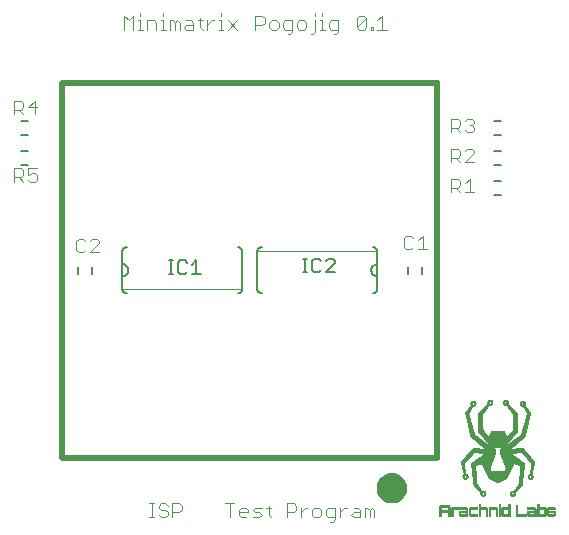
<source format=gto>
G75*
G70*
%OFA0B0*%
%FSLAX24Y24*%
%IPPOS*%
%LPD*%
%AMOC8*
5,1,8,0,0,1.08239X$1,22.5*
%
%ADD10C,0.0197*%
%ADD11C,0.0040*%
%ADD12C,0.0050*%
%ADD13C,0.0500*%
%ADD14C,0.0060*%
%ADD15C,0.0020*%
%ADD16C,0.0000*%
%ADD17C,0.0001*%
D10*
X004250Y003000D02*
X004250Y015500D01*
X016750Y015500D01*
X016750Y003000D01*
X004250Y003000D01*
D11*
X007156Y001480D02*
X007310Y001480D01*
X007233Y001480D02*
X007233Y001020D01*
X007156Y001020D02*
X007310Y001020D01*
X007463Y001097D02*
X007540Y001020D01*
X007693Y001020D01*
X007770Y001097D01*
X007770Y001173D01*
X007693Y001250D01*
X007540Y001250D01*
X007463Y001327D01*
X007463Y001404D01*
X007540Y001480D01*
X007693Y001480D01*
X007770Y001404D01*
X007923Y001480D02*
X008154Y001480D01*
X008230Y001404D01*
X008230Y001250D01*
X008154Y001173D01*
X007923Y001173D01*
X007923Y001020D02*
X007923Y001480D01*
X009676Y001480D02*
X009983Y001480D01*
X009829Y001480D02*
X009829Y001020D01*
X010136Y001097D02*
X010136Y001250D01*
X010213Y001327D01*
X010367Y001327D01*
X010443Y001250D01*
X010443Y001173D01*
X010136Y001173D01*
X010136Y001097D02*
X010213Y001020D01*
X010367Y001020D01*
X010597Y001020D02*
X010827Y001020D01*
X010904Y001097D01*
X010827Y001173D01*
X010673Y001173D01*
X010597Y001250D01*
X010673Y001327D01*
X010904Y001327D01*
X011057Y001327D02*
X011211Y001327D01*
X011134Y001404D02*
X011134Y001097D01*
X011211Y001020D01*
X011735Y001020D02*
X011735Y001480D01*
X011966Y001480D01*
X012042Y001404D01*
X012042Y001250D01*
X011966Y001173D01*
X011735Y001173D01*
X012196Y001173D02*
X012349Y001327D01*
X012426Y001327D01*
X012579Y001250D02*
X012579Y001097D01*
X012656Y001020D01*
X012810Y001020D01*
X012886Y001097D01*
X012886Y001250D01*
X012810Y001327D01*
X012656Y001327D01*
X012579Y001250D01*
X012196Y001327D02*
X012196Y001020D01*
X013040Y001097D02*
X013117Y001020D01*
X013347Y001020D01*
X013347Y000943D02*
X013347Y001327D01*
X013117Y001327D01*
X013040Y001250D01*
X013040Y001097D01*
X013193Y000867D02*
X013270Y000867D01*
X013347Y000943D01*
X013500Y001020D02*
X013500Y001327D01*
X013500Y001173D02*
X013654Y001327D01*
X013730Y001327D01*
X013884Y001097D02*
X013961Y001173D01*
X014191Y001173D01*
X014191Y001250D02*
X014191Y001020D01*
X013961Y001020D01*
X013884Y001097D01*
X013961Y001327D02*
X014114Y001327D01*
X014191Y001250D01*
X014344Y001327D02*
X014344Y001020D01*
X014498Y001020D02*
X014498Y001250D01*
X014574Y001327D01*
X014651Y001250D01*
X014651Y001020D01*
X014498Y001250D02*
X014421Y001327D01*
X014344Y001327D01*
X015726Y009945D02*
X015879Y009945D01*
X015956Y010022D01*
X016110Y009945D02*
X016417Y009945D01*
X016263Y009945D02*
X016263Y010405D01*
X016110Y010252D01*
X015956Y010329D02*
X015879Y010405D01*
X015726Y010405D01*
X015649Y010329D01*
X015649Y010022D01*
X015726Y009945D01*
X017220Y011845D02*
X017220Y012305D01*
X017450Y012305D01*
X017527Y012229D01*
X017527Y012075D01*
X017450Y011998D01*
X017220Y011998D01*
X017373Y011998D02*
X017527Y011845D01*
X017680Y011845D02*
X017987Y011845D01*
X017834Y011845D02*
X017834Y012305D01*
X017680Y012152D01*
X017680Y012845D02*
X017987Y013152D01*
X017987Y013229D01*
X017911Y013305D01*
X017757Y013305D01*
X017680Y013229D01*
X017527Y013229D02*
X017527Y013075D01*
X017450Y012998D01*
X017220Y012998D01*
X017220Y012845D02*
X017220Y013305D01*
X017450Y013305D01*
X017527Y013229D01*
X017373Y012998D02*
X017527Y012845D01*
X017680Y012845D02*
X017987Y012845D01*
X017911Y013845D02*
X017757Y013845D01*
X017680Y013922D01*
X017527Y013845D02*
X017373Y013998D01*
X017450Y013998D02*
X017220Y013998D01*
X017220Y013845D02*
X017220Y014305D01*
X017450Y014305D01*
X017527Y014229D01*
X017527Y014075D01*
X017450Y013998D01*
X017680Y014229D02*
X017757Y014305D01*
X017911Y014305D01*
X017987Y014229D01*
X017987Y014152D01*
X017911Y014075D01*
X017987Y013998D01*
X017987Y013922D01*
X017911Y013845D01*
X017911Y014075D02*
X017834Y014075D01*
X015067Y017270D02*
X014760Y017270D01*
X014607Y017270D02*
X014530Y017270D01*
X014530Y017347D01*
X014607Y017347D01*
X014607Y017270D01*
X014376Y017347D02*
X014300Y017270D01*
X014146Y017270D01*
X014069Y017347D01*
X014376Y017654D01*
X014376Y017347D01*
X014760Y017577D02*
X014914Y017730D01*
X014914Y017270D01*
X014376Y017654D02*
X014300Y017730D01*
X014146Y017730D01*
X014069Y017654D01*
X014069Y017347D01*
X013456Y017270D02*
X013225Y017270D01*
X013149Y017347D01*
X013149Y017500D01*
X013225Y017577D01*
X013456Y017577D01*
X013456Y017193D01*
X013379Y017117D01*
X013302Y017117D01*
X012995Y017270D02*
X012842Y017270D01*
X012918Y017270D02*
X012918Y017577D01*
X012842Y017577D01*
X012688Y017577D02*
X012688Y017193D01*
X012612Y017117D01*
X012535Y017117D01*
X012381Y017347D02*
X012381Y017500D01*
X012305Y017577D01*
X012151Y017577D01*
X012074Y017500D01*
X012074Y017347D01*
X012151Y017270D01*
X012305Y017270D01*
X012381Y017347D01*
X011921Y017270D02*
X011691Y017270D01*
X011614Y017347D01*
X011614Y017500D01*
X011691Y017577D01*
X011921Y017577D01*
X011921Y017193D01*
X011844Y017117D01*
X011768Y017117D01*
X011461Y017347D02*
X011461Y017500D01*
X011384Y017577D01*
X011230Y017577D01*
X011154Y017500D01*
X011154Y017347D01*
X011230Y017270D01*
X011384Y017270D01*
X011461Y017347D01*
X011000Y017500D02*
X011000Y017654D01*
X010923Y017730D01*
X010693Y017730D01*
X010693Y017270D01*
X010693Y017423D02*
X010923Y017423D01*
X011000Y017500D01*
X010079Y017577D02*
X009772Y017270D01*
X009619Y017270D02*
X009466Y017270D01*
X009542Y017270D02*
X009542Y017577D01*
X009466Y017577D01*
X009312Y017577D02*
X009235Y017577D01*
X009082Y017423D01*
X009082Y017270D02*
X009082Y017577D01*
X008928Y017577D02*
X008775Y017577D01*
X008852Y017654D02*
X008852Y017347D01*
X008928Y017270D01*
X008621Y017270D02*
X008391Y017270D01*
X008315Y017347D01*
X008391Y017423D01*
X008621Y017423D01*
X008621Y017500D02*
X008621Y017270D01*
X008621Y017500D02*
X008545Y017577D01*
X008391Y017577D01*
X008161Y017500D02*
X008161Y017270D01*
X008008Y017270D02*
X008008Y017500D01*
X008084Y017577D01*
X008161Y017500D01*
X008008Y017500D02*
X007931Y017577D01*
X007854Y017577D01*
X007854Y017270D01*
X007701Y017270D02*
X007547Y017270D01*
X007624Y017270D02*
X007624Y017577D01*
X007547Y017577D01*
X007394Y017500D02*
X007394Y017270D01*
X007394Y017500D02*
X007317Y017577D01*
X007087Y017577D01*
X007087Y017270D01*
X006933Y017270D02*
X006780Y017270D01*
X006857Y017270D02*
X006857Y017577D01*
X006780Y017577D01*
X006857Y017730D02*
X006857Y017807D01*
X006626Y017730D02*
X006626Y017270D01*
X006473Y017577D02*
X006626Y017730D01*
X006473Y017577D02*
X006320Y017730D01*
X006320Y017270D01*
X007624Y017730D02*
X007624Y017807D01*
X009542Y017807D02*
X009542Y017730D01*
X009772Y017577D02*
X010079Y017270D01*
X012688Y017730D02*
X012688Y017807D01*
X012918Y017807D02*
X012918Y017730D01*
X005487Y010229D02*
X005411Y010305D01*
X005257Y010305D01*
X005180Y010229D01*
X005027Y010229D02*
X004950Y010305D01*
X004797Y010305D01*
X004720Y010229D01*
X004720Y009922D01*
X004797Y009845D01*
X004950Y009845D01*
X005027Y009922D01*
X005180Y009845D02*
X005487Y010152D01*
X005487Y010229D01*
X005487Y009845D02*
X005180Y009845D01*
X003340Y012195D02*
X003186Y012195D01*
X003110Y012272D01*
X003110Y012425D02*
X003263Y012502D01*
X003340Y012502D01*
X003417Y012425D01*
X003417Y012272D01*
X003340Y012195D01*
X003110Y012425D02*
X003110Y012655D01*
X003417Y012655D01*
X002956Y012579D02*
X002956Y012425D01*
X002879Y012348D01*
X002649Y012348D01*
X002649Y012195D02*
X002649Y012655D01*
X002879Y012655D01*
X002956Y012579D01*
X002803Y012348D02*
X002956Y012195D01*
X002956Y014445D02*
X002803Y014598D01*
X002879Y014598D02*
X002649Y014598D01*
X002649Y014445D02*
X002649Y014905D01*
X002879Y014905D01*
X002956Y014829D01*
X002956Y014675D01*
X002879Y014598D01*
X003110Y014675D02*
X003417Y014675D01*
X003340Y014445D02*
X003340Y014905D01*
X003110Y014675D01*
D12*
X004201Y002951D02*
X016799Y002951D01*
X016799Y015549D01*
X004201Y015549D01*
X004201Y002951D01*
X007797Y009125D02*
X007947Y009125D01*
X007872Y009125D02*
X007872Y009575D01*
X007797Y009575D02*
X007947Y009575D01*
X008104Y009500D02*
X008104Y009200D01*
X008179Y009125D01*
X008329Y009125D01*
X008404Y009200D01*
X008565Y009125D02*
X008865Y009125D01*
X008715Y009125D02*
X008715Y009575D01*
X008565Y009425D01*
X008404Y009500D02*
X008329Y009575D01*
X008179Y009575D01*
X008104Y009500D01*
X012275Y009625D02*
X012425Y009625D01*
X012350Y009625D02*
X012350Y009175D01*
X012275Y009175D02*
X012425Y009175D01*
X012582Y009250D02*
X012657Y009175D01*
X012807Y009175D01*
X012882Y009250D01*
X013042Y009175D02*
X013343Y009475D01*
X013343Y009550D01*
X013268Y009625D01*
X013117Y009625D01*
X013042Y009550D01*
X012882Y009550D02*
X012807Y009625D01*
X012657Y009625D01*
X012582Y009550D01*
X012582Y009250D01*
X013042Y009175D02*
X013343Y009175D01*
D13*
X014974Y001994D02*
X014976Y002025D01*
X014982Y002056D01*
X014992Y002086D01*
X015005Y002114D01*
X015022Y002141D01*
X015042Y002165D01*
X015065Y002187D01*
X015090Y002205D01*
X015118Y002220D01*
X015147Y002232D01*
X015177Y002240D01*
X015208Y002244D01*
X015240Y002244D01*
X015271Y002240D01*
X015301Y002232D01*
X015330Y002220D01*
X015358Y002205D01*
X015383Y002187D01*
X015406Y002165D01*
X015426Y002141D01*
X015443Y002114D01*
X015456Y002086D01*
X015466Y002056D01*
X015472Y002025D01*
X015474Y001994D01*
X015472Y001963D01*
X015466Y001932D01*
X015456Y001902D01*
X015443Y001874D01*
X015426Y001847D01*
X015406Y001823D01*
X015383Y001801D01*
X015358Y001783D01*
X015330Y001768D01*
X015301Y001756D01*
X015271Y001748D01*
X015240Y001744D01*
X015208Y001744D01*
X015177Y001748D01*
X015147Y001756D01*
X015118Y001768D01*
X015090Y001783D01*
X015065Y001801D01*
X015042Y001823D01*
X015022Y001847D01*
X015005Y001874D01*
X014992Y001902D01*
X014982Y001932D01*
X014976Y001963D01*
X014974Y001994D01*
D14*
X014750Y008630D02*
X014750Y009050D01*
X014750Y009450D01*
X014750Y009870D01*
X014748Y009893D01*
X014743Y009916D01*
X014734Y009938D01*
X014721Y009958D01*
X014706Y009976D01*
X014688Y009991D01*
X014668Y010004D01*
X014646Y010013D01*
X014623Y010018D01*
X014600Y010020D01*
X014750Y009450D02*
X014723Y009448D01*
X014696Y009443D01*
X014670Y009433D01*
X014646Y009421D01*
X014624Y009405D01*
X014604Y009387D01*
X014587Y009365D01*
X014572Y009342D01*
X014562Y009317D01*
X014554Y009291D01*
X014550Y009264D01*
X014550Y009236D01*
X014554Y009209D01*
X014562Y009183D01*
X014572Y009158D01*
X014587Y009135D01*
X014604Y009113D01*
X014624Y009095D01*
X014646Y009079D01*
X014670Y009067D01*
X014696Y009057D01*
X014723Y009052D01*
X014750Y009050D01*
X014750Y008630D02*
X014748Y008607D01*
X014743Y008584D01*
X014734Y008562D01*
X014721Y008542D01*
X014706Y008524D01*
X014688Y008509D01*
X014668Y008496D01*
X014646Y008487D01*
X014623Y008482D01*
X014600Y008480D01*
X015764Y009132D02*
X015764Y009368D01*
X016236Y009368D02*
X016236Y009132D01*
X018632Y011764D02*
X018868Y011764D01*
X018868Y012236D02*
X018632Y012236D01*
X018632Y012764D02*
X018868Y012764D01*
X018868Y013236D02*
X018632Y013236D01*
X018632Y013764D02*
X018868Y013764D01*
X018868Y014236D02*
X018632Y014236D01*
X010900Y010020D02*
X010877Y010018D01*
X010854Y010013D01*
X010832Y010004D01*
X010812Y009991D01*
X010794Y009976D01*
X010779Y009958D01*
X010766Y009938D01*
X010757Y009916D01*
X010752Y009893D01*
X010750Y009870D01*
X010750Y008630D01*
X010752Y008607D01*
X010757Y008584D01*
X010766Y008562D01*
X010779Y008542D01*
X010794Y008524D01*
X010812Y008509D01*
X010832Y008496D01*
X010854Y008487D01*
X010877Y008482D01*
X010900Y008480D01*
X010250Y008630D02*
X010250Y009870D01*
X010248Y009893D01*
X010243Y009916D01*
X010234Y009938D01*
X010221Y009958D01*
X010206Y009976D01*
X010188Y009991D01*
X010168Y010004D01*
X010146Y010013D01*
X010123Y010018D01*
X010100Y010020D01*
X010250Y008630D02*
X010248Y008607D01*
X010243Y008584D01*
X010234Y008562D01*
X010221Y008542D01*
X010206Y008524D01*
X010188Y008509D01*
X010168Y008496D01*
X010146Y008487D01*
X010123Y008482D01*
X010100Y008480D01*
X006400Y008480D02*
X006377Y008482D01*
X006354Y008487D01*
X006332Y008496D01*
X006312Y008509D01*
X006294Y008524D01*
X006279Y008542D01*
X006266Y008562D01*
X006257Y008584D01*
X006252Y008607D01*
X006250Y008630D01*
X006250Y009050D01*
X006250Y009450D01*
X006250Y009870D01*
X006252Y009893D01*
X006257Y009916D01*
X006266Y009938D01*
X006279Y009958D01*
X006294Y009976D01*
X006312Y009991D01*
X006332Y010004D01*
X006354Y010013D01*
X006377Y010018D01*
X006400Y010020D01*
X006250Y009450D02*
X006277Y009448D01*
X006304Y009443D01*
X006330Y009433D01*
X006354Y009421D01*
X006376Y009405D01*
X006396Y009387D01*
X006413Y009365D01*
X006428Y009342D01*
X006438Y009317D01*
X006446Y009291D01*
X006450Y009264D01*
X006450Y009236D01*
X006446Y009209D01*
X006438Y009183D01*
X006428Y009158D01*
X006413Y009135D01*
X006396Y009113D01*
X006376Y009095D01*
X006354Y009079D01*
X006330Y009067D01*
X006304Y009057D01*
X006277Y009052D01*
X006250Y009050D01*
X005236Y009132D02*
X005236Y009368D01*
X004764Y009368D02*
X004764Y009132D01*
X003118Y012764D02*
X002882Y012764D01*
X002882Y013236D02*
X003118Y013236D01*
X003118Y013764D02*
X002882Y013764D01*
X002882Y014236D02*
X003118Y014236D01*
D15*
X006250Y008620D02*
X010250Y008620D01*
X010750Y009880D02*
X014750Y009880D01*
D16*
X018449Y004906D02*
X018476Y004925D01*
X018512Y004933D01*
X018543Y004925D01*
X018571Y004909D01*
X018591Y004878D01*
X018567Y004874D01*
X018547Y004874D01*
X018559Y004850D01*
X018551Y004823D01*
X018535Y004807D01*
X018508Y004799D01*
X018484Y004807D01*
X018469Y004823D01*
X018461Y004850D01*
X018472Y004874D01*
X018449Y004874D01*
X018429Y004878D01*
X018425Y004850D01*
X018429Y004827D01*
X018437Y004807D01*
X018413Y004783D01*
X018390Y004760D01*
X018366Y004736D01*
X018343Y004709D01*
X018319Y004685D01*
X018295Y004661D01*
X018272Y004638D01*
X018248Y004614D01*
X018224Y004591D01*
X018201Y004567D01*
X018177Y004543D01*
X018154Y004520D01*
X018130Y004496D01*
X018106Y004472D01*
X018106Y003894D01*
X018126Y003870D01*
X018150Y003843D01*
X018173Y003819D01*
X018193Y003791D01*
X018217Y003768D01*
X018236Y003740D01*
X018260Y003717D01*
X018280Y003689D01*
X018303Y003665D01*
X018323Y003638D01*
X018346Y003614D01*
X018370Y003587D01*
X018390Y003563D01*
X018413Y003535D01*
X018433Y003512D01*
X018457Y003484D01*
X018476Y003461D01*
X018465Y003441D01*
X018453Y003421D01*
X018425Y003441D01*
X018398Y003461D01*
X018370Y003480D01*
X018343Y003504D01*
X018315Y003524D01*
X018287Y003543D01*
X018260Y003563D01*
X018232Y003587D01*
X018205Y003606D01*
X018177Y003626D01*
X018150Y003646D01*
X018122Y003669D01*
X018094Y003689D01*
X018067Y003709D01*
X018039Y003728D01*
X018012Y003752D01*
X017984Y003772D01*
X017972Y003803D01*
X017965Y003835D01*
X017957Y003866D01*
X017945Y003898D01*
X017937Y003933D01*
X017929Y003965D01*
X017917Y003996D01*
X017909Y004028D01*
X017902Y004059D01*
X017890Y004091D01*
X017882Y004122D01*
X017874Y004157D01*
X017862Y004189D01*
X017854Y004220D01*
X017846Y004252D01*
X017835Y004283D01*
X017827Y004315D01*
X017819Y004346D01*
X017807Y004378D01*
X017799Y004413D01*
X017791Y004445D01*
X017783Y004476D01*
X017795Y004504D01*
X017811Y004531D01*
X017827Y004559D01*
X017843Y004591D01*
X017858Y004618D01*
X017870Y004646D01*
X017886Y004673D01*
X017902Y004705D01*
X017917Y004732D01*
X017941Y004728D01*
X017976Y004732D01*
X018004Y004752D01*
X018020Y004780D01*
X018028Y004811D01*
X018024Y004831D01*
X018004Y004827D01*
X017988Y004823D01*
X017992Y004811D01*
X017984Y004787D01*
X017969Y004772D01*
X017941Y004764D01*
X017917Y004772D01*
X017902Y004787D01*
X017894Y004811D01*
X017894Y004815D01*
X017874Y004819D01*
X017858Y004823D01*
X017858Y004811D01*
X017862Y004783D01*
X017878Y004756D01*
X017858Y004728D01*
X017843Y004705D01*
X017823Y004677D01*
X017803Y004654D01*
X017783Y004626D01*
X017764Y004602D01*
X017744Y004575D01*
X017724Y004551D01*
X017705Y004524D01*
X017685Y004500D01*
X017693Y004469D01*
X017701Y004433D01*
X017709Y004402D01*
X017717Y004370D01*
X017724Y004339D01*
X017728Y004307D01*
X017736Y004272D01*
X017744Y004240D01*
X017752Y004209D01*
X017760Y004177D01*
X017768Y004142D01*
X017772Y004110D01*
X017780Y004079D01*
X017787Y004047D01*
X017795Y004012D01*
X017803Y003980D01*
X017811Y003949D01*
X017819Y003917D01*
X017823Y003882D01*
X017831Y003850D01*
X017839Y003819D01*
X017846Y003787D01*
X017854Y003752D01*
X017862Y003720D01*
X017886Y003701D01*
X017909Y003677D01*
X017937Y003657D01*
X017961Y003634D01*
X017988Y003614D01*
X018012Y003591D01*
X018039Y003571D01*
X018063Y003547D01*
X018091Y003528D01*
X018114Y003504D01*
X018142Y003484D01*
X018165Y003461D01*
X018189Y003441D01*
X018217Y003417D01*
X018240Y003398D01*
X018268Y003374D01*
X018291Y003354D01*
X018319Y003331D01*
X018343Y003311D01*
X018370Y003287D01*
X018366Y003283D01*
X018331Y003287D01*
X018299Y003291D01*
X018268Y003291D01*
X018236Y003295D01*
X018205Y003299D01*
X018173Y003303D01*
X018138Y003307D01*
X018106Y003311D01*
X018075Y003311D01*
X018043Y003315D01*
X018012Y003319D01*
X017976Y003323D01*
X017945Y003327D01*
X017925Y003299D01*
X017902Y003276D01*
X017878Y003248D01*
X017854Y003220D01*
X017835Y003197D01*
X017811Y003169D01*
X017787Y003146D01*
X017768Y003118D01*
X017744Y003091D01*
X017720Y003067D01*
X017701Y003039D01*
X017677Y003016D01*
X017654Y002988D01*
X017634Y002961D01*
X017610Y002937D01*
X017587Y002909D01*
X017567Y002882D01*
X017543Y002858D01*
X017543Y002827D01*
X017555Y002795D01*
X017563Y002764D01*
X017571Y002732D01*
X017579Y002701D01*
X017587Y002669D01*
X017594Y002638D01*
X017602Y002610D01*
X017614Y002579D01*
X017622Y002547D01*
X017630Y002516D01*
X017638Y002484D01*
X017646Y002453D01*
X017618Y002437D01*
X017598Y002409D01*
X017594Y002378D01*
X017594Y002374D01*
X017598Y002343D01*
X017618Y002315D01*
X017646Y002295D01*
X017677Y002287D01*
X017705Y002295D01*
X017728Y002307D01*
X017748Y002327D01*
X017760Y002350D01*
X017744Y002358D01*
X017724Y002366D01*
X017709Y002339D01*
X017677Y002327D01*
X017654Y002331D01*
X017634Y002350D01*
X017630Y002374D01*
X017630Y002378D01*
X017594Y002378D01*
X017630Y002378D01*
X017638Y002402D01*
X017654Y002417D01*
X017677Y002421D01*
X017701Y002417D01*
X017720Y002398D01*
X017728Y002374D01*
X017724Y002366D01*
X017744Y002358D01*
X017760Y002350D01*
X017764Y002374D01*
X017756Y002406D01*
X017740Y002433D01*
X017713Y002453D01*
X017681Y002457D01*
X017677Y002492D01*
X017673Y002524D01*
X017669Y002559D01*
X017665Y002591D01*
X017661Y002622D01*
X017657Y002657D01*
X017654Y002689D01*
X017650Y002720D01*
X017646Y002756D01*
X017642Y002787D01*
X017638Y002823D01*
X017661Y002846D01*
X017685Y002870D01*
X017709Y002898D01*
X017728Y002921D01*
X017752Y002949D01*
X017776Y002972D01*
X017799Y003000D01*
X017819Y003024D01*
X017843Y003051D01*
X017866Y003075D01*
X017890Y003098D01*
X017909Y003126D01*
X017933Y003150D01*
X017957Y003177D01*
X017980Y003201D01*
X018012Y003197D01*
X018043Y003189D01*
X018075Y003185D01*
X018106Y003177D01*
X018138Y003173D01*
X018169Y003165D01*
X018205Y003161D01*
X018236Y003154D01*
X018268Y003150D01*
X018299Y003142D01*
X018291Y003114D01*
X018268Y003094D01*
X018240Y003071D01*
X018213Y003051D01*
X018185Y003031D01*
X018157Y003012D01*
X018130Y002992D01*
X018102Y002972D01*
X018075Y002953D01*
X018047Y002929D01*
X018020Y002909D01*
X017992Y002890D01*
X017965Y002870D01*
X017937Y002850D01*
X017909Y002831D01*
X017882Y002807D01*
X017886Y002776D01*
X017890Y002740D01*
X017894Y002709D01*
X017898Y002673D01*
X017902Y002642D01*
X017906Y002606D01*
X017909Y002575D01*
X017909Y002539D01*
X017913Y002508D01*
X017917Y002472D01*
X017921Y002441D01*
X017925Y002406D01*
X017929Y002374D01*
X017933Y002339D01*
X017937Y002307D01*
X017941Y002272D01*
X017945Y002240D01*
X017949Y002205D01*
X017953Y002173D01*
X017957Y002138D01*
X017961Y002106D01*
X017984Y002083D01*
X018008Y002055D01*
X018031Y002031D01*
X018055Y002008D01*
X018079Y001980D01*
X018102Y001957D01*
X018126Y001933D01*
X018150Y001906D01*
X018173Y001882D01*
X018197Y001858D01*
X018189Y001835D01*
X018185Y001811D01*
X018189Y001783D01*
X018205Y001760D01*
X018228Y001740D01*
X018256Y001728D01*
X018268Y001728D01*
X018303Y001732D01*
X018331Y001752D01*
X018346Y001780D01*
X018354Y001811D01*
X018346Y001846D01*
X018331Y001874D01*
X018303Y001890D01*
X018268Y001898D01*
X018260Y001878D01*
X018252Y001854D01*
X018268Y001862D01*
X018295Y001854D01*
X018311Y001839D01*
X018319Y001811D01*
X018311Y001787D01*
X018295Y001772D01*
X018268Y001764D01*
X018248Y001772D01*
X018252Y001740D01*
X018256Y001728D01*
X018252Y001740D01*
X018248Y001772D01*
X018228Y001787D01*
X018220Y001811D01*
X018228Y001839D01*
X018252Y001854D01*
X018260Y001878D01*
X018268Y001898D01*
X018248Y001894D01*
X018228Y001886D01*
X018209Y001913D01*
X018193Y001937D01*
X018173Y001965D01*
X018157Y001988D01*
X018138Y002016D01*
X018122Y002043D01*
X018102Y002067D01*
X018087Y002094D01*
X018067Y002118D01*
X018047Y002146D01*
X018047Y002213D01*
X018043Y002248D01*
X018043Y002280D01*
X018039Y002315D01*
X018039Y002346D01*
X018035Y002382D01*
X018035Y002417D01*
X018031Y002449D01*
X018031Y002484D01*
X018028Y002516D01*
X018028Y002551D01*
X018024Y002587D01*
X018024Y002618D01*
X018020Y002654D01*
X018020Y002685D01*
X018016Y002720D01*
X018016Y002756D01*
X018047Y002764D01*
X018079Y002772D01*
X018110Y002780D01*
X018142Y002787D01*
X018173Y002799D01*
X018205Y002807D01*
X018236Y002815D01*
X018252Y002783D01*
X018264Y002756D01*
X018280Y002724D01*
X018295Y002697D01*
X018311Y002665D01*
X018323Y002638D01*
X018339Y002606D01*
X018354Y002579D01*
X018370Y002547D01*
X018386Y002520D01*
X018398Y002488D01*
X018413Y002461D01*
X018429Y002429D01*
X018445Y002402D01*
X018457Y002370D01*
X018472Y002343D01*
X018488Y002311D01*
X018516Y002299D01*
X018547Y002283D01*
X018579Y002272D01*
X018606Y002260D01*
X018638Y002244D01*
X018669Y002232D01*
X018697Y002220D01*
X018728Y002205D01*
X018728Y002240D01*
X018728Y002551D01*
X018992Y002551D01*
X019004Y002579D01*
X019016Y002606D01*
X019028Y002634D01*
X019039Y002661D01*
X019028Y002693D01*
X019016Y002724D01*
X019004Y002756D01*
X018992Y002787D01*
X018980Y002819D01*
X018969Y002846D01*
X018957Y002878D01*
X018945Y002909D01*
X018933Y002941D01*
X018921Y002972D01*
X018909Y003004D01*
X018894Y003035D01*
X018882Y003067D01*
X018870Y003098D01*
X018858Y003130D01*
X018846Y003161D01*
X018846Y003299D01*
X018870Y003299D01*
X018870Y003343D01*
X018728Y003343D01*
X018728Y003874D01*
X018969Y003874D01*
X018969Y003870D01*
X018984Y003839D01*
X019000Y003811D01*
X019016Y003780D01*
X019031Y003752D01*
X019047Y003724D01*
X019063Y003693D01*
X019087Y003717D01*
X019110Y003740D01*
X019130Y003764D01*
X019154Y003787D01*
X019177Y003811D01*
X019197Y003835D01*
X019220Y003858D01*
X019244Y003882D01*
X019264Y003909D01*
X019268Y003941D01*
X019268Y003976D01*
X019272Y004008D01*
X019272Y004075D01*
X019276Y004110D01*
X019276Y004142D01*
X019280Y004177D01*
X019280Y004209D01*
X019283Y004244D01*
X019283Y004276D01*
X019287Y004311D01*
X019287Y004378D01*
X019291Y004409D01*
X019291Y004445D01*
X019272Y004472D01*
X019252Y004496D01*
X019232Y004524D01*
X019213Y004551D01*
X019193Y004579D01*
X019173Y004606D01*
X019154Y004634D01*
X019134Y004661D01*
X019114Y004689D01*
X019094Y004717D01*
X019075Y004744D01*
X019055Y004772D01*
X019039Y004768D01*
X019020Y004764D01*
X018984Y004772D01*
X018957Y004787D01*
X018941Y004815D01*
X018933Y004850D01*
X018937Y004870D01*
X018957Y004866D01*
X018976Y004862D01*
X018969Y004850D01*
X018976Y004823D01*
X018992Y004807D01*
X019020Y004799D01*
X019043Y004807D01*
X019059Y004823D01*
X019067Y004850D01*
X019059Y004866D01*
X019075Y004870D01*
X019094Y004886D01*
X019102Y004866D01*
X019102Y004827D01*
X019091Y004807D01*
X019114Y004783D01*
X019138Y004760D01*
X019161Y004736D01*
X019185Y004709D01*
X019209Y004685D01*
X019232Y004661D01*
X019256Y004638D01*
X019280Y004614D01*
X019303Y004591D01*
X019327Y004567D01*
X019350Y004543D01*
X019374Y004520D01*
X019398Y004496D01*
X019421Y004472D01*
X019421Y003894D01*
X019402Y003870D01*
X019378Y003843D01*
X019358Y003819D01*
X019335Y003791D01*
X019315Y003768D01*
X019291Y003740D01*
X019268Y003717D01*
X019248Y003689D01*
X019224Y003665D01*
X019205Y003638D01*
X019181Y003614D01*
X019161Y003587D01*
X019138Y003563D01*
X019118Y003535D01*
X019094Y003512D01*
X019071Y003484D01*
X019051Y003461D01*
X019063Y003441D01*
X019075Y003421D01*
X019102Y003441D01*
X019130Y003461D01*
X019157Y003480D01*
X019185Y003504D01*
X019213Y003524D01*
X019240Y003543D01*
X019268Y003563D01*
X019295Y003587D01*
X019323Y003606D01*
X019350Y003626D01*
X019378Y003646D01*
X019409Y003669D01*
X019437Y003689D01*
X019465Y003709D01*
X019492Y003728D01*
X019520Y003752D01*
X019547Y003772D01*
X019555Y003803D01*
X019563Y003835D01*
X019575Y003866D01*
X019583Y003898D01*
X019591Y003933D01*
X019602Y003965D01*
X019610Y003996D01*
X019618Y004028D01*
X019630Y004059D01*
X019638Y004091D01*
X019646Y004122D01*
X019657Y004157D01*
X019665Y004189D01*
X019673Y004220D01*
X019681Y004252D01*
X019693Y004283D01*
X019701Y004315D01*
X019709Y004346D01*
X019720Y004378D01*
X019728Y004413D01*
X019736Y004445D01*
X019748Y004476D01*
X019732Y004504D01*
X019717Y004531D01*
X019701Y004559D01*
X019689Y004591D01*
X019673Y004618D01*
X019657Y004646D01*
X019642Y004673D01*
X019626Y004705D01*
X019614Y004732D01*
X019587Y004728D01*
X019555Y004732D01*
X019528Y004752D01*
X019508Y004780D01*
X019500Y004811D01*
X019508Y004839D01*
X019520Y004862D01*
X019535Y004882D01*
X019559Y004894D01*
X019587Y004898D01*
X019614Y004894D01*
X019638Y004878D01*
X019657Y004858D01*
X019665Y004835D01*
X019638Y004827D01*
X019630Y004823D01*
X019614Y004850D01*
X019587Y004862D01*
X019559Y004850D01*
X019543Y004827D01*
X019524Y004831D01*
X019508Y004839D01*
X019524Y004831D01*
X019543Y004827D01*
X019539Y004811D01*
X019543Y004787D01*
X019563Y004772D01*
X019587Y004764D01*
X019610Y004772D01*
X019630Y004787D01*
X019634Y004811D01*
X019630Y004823D01*
X019638Y004827D01*
X019665Y004835D01*
X019673Y004811D01*
X019665Y004783D01*
X019650Y004756D01*
X019669Y004728D01*
X019689Y004705D01*
X019709Y004677D01*
X019728Y004654D01*
X019744Y004626D01*
X019764Y004602D01*
X019783Y004575D01*
X019803Y004551D01*
X019823Y004524D01*
X019843Y004500D01*
X019835Y004469D01*
X019827Y004433D01*
X019819Y004402D01*
X019815Y004370D01*
X019807Y004339D01*
X019799Y004307D01*
X019791Y004272D01*
X019783Y004240D01*
X019776Y004209D01*
X019772Y004177D01*
X019764Y004142D01*
X019756Y004110D01*
X019748Y004079D01*
X019740Y004047D01*
X019732Y004012D01*
X019724Y003980D01*
X019720Y003949D01*
X019713Y003917D01*
X019705Y003882D01*
X019697Y003850D01*
X019689Y003819D01*
X019681Y003787D01*
X019677Y003752D01*
X019669Y003720D01*
X019642Y003701D01*
X019618Y003677D01*
X019591Y003657D01*
X019567Y003634D01*
X019539Y003614D01*
X019516Y003591D01*
X019492Y003571D01*
X019465Y003547D01*
X019441Y003528D01*
X019413Y003504D01*
X019390Y003484D01*
X019362Y003461D01*
X019339Y003441D01*
X019311Y003417D01*
X019287Y003398D01*
X019260Y003374D01*
X019236Y003354D01*
X019213Y003331D01*
X019185Y003311D01*
X019161Y003287D01*
X019165Y003283D01*
X019197Y003287D01*
X019228Y003291D01*
X019260Y003291D01*
X019291Y003295D01*
X019327Y003299D01*
X019358Y003303D01*
X019390Y003307D01*
X019421Y003311D01*
X019453Y003311D01*
X019488Y003315D01*
X019520Y003319D01*
X019551Y003323D01*
X019583Y003327D01*
X019606Y003299D01*
X019626Y003276D01*
X019650Y003248D01*
X019673Y003220D01*
X019693Y003197D01*
X019717Y003169D01*
X019740Y003146D01*
X019764Y003118D01*
X019783Y003091D01*
X019807Y003067D01*
X019831Y003039D01*
X019850Y003016D01*
X019874Y002988D01*
X019898Y002961D01*
X019917Y002937D01*
X019941Y002909D01*
X019965Y002882D01*
X019984Y002858D01*
X019984Y002827D01*
X019976Y002795D01*
X019969Y002764D01*
X019957Y002732D01*
X019949Y002701D01*
X019941Y002669D01*
X019933Y002638D01*
X019925Y002606D01*
X019917Y002579D01*
X019906Y002547D01*
X019898Y002516D01*
X019890Y002484D01*
X019882Y002453D01*
X019906Y002437D01*
X019925Y002413D01*
X019933Y002386D01*
X019937Y002374D01*
X019929Y002343D01*
X019909Y002315D01*
X019882Y002295D01*
X019850Y002287D01*
X019819Y002295D01*
X019791Y002315D01*
X019772Y002343D01*
X019768Y002374D01*
X019768Y002378D01*
X019787Y002390D01*
X019807Y002394D01*
X019811Y002398D01*
X019803Y002374D01*
X019807Y002350D01*
X019827Y002331D01*
X019850Y002327D01*
X019874Y002331D01*
X019894Y002350D01*
X019902Y002374D01*
X019890Y002398D01*
X019906Y002394D01*
X019933Y002386D01*
X019906Y002394D01*
X019890Y002398D01*
X019874Y002417D01*
X019850Y002421D01*
X019827Y002413D01*
X019811Y002398D01*
X019807Y002394D01*
X019787Y002390D01*
X019768Y002378D01*
X019776Y002409D01*
X019791Y002433D01*
X019819Y002453D01*
X019846Y002457D01*
X019850Y002492D01*
X019854Y002524D01*
X019858Y002559D01*
X019862Y002591D01*
X019866Y002622D01*
X019870Y002657D01*
X019874Y002689D01*
X019878Y002720D01*
X019882Y002756D01*
X019886Y002787D01*
X019890Y002823D01*
X019866Y002846D01*
X019846Y002870D01*
X019823Y002898D01*
X019799Y002921D01*
X019776Y002949D01*
X019752Y002972D01*
X019732Y003000D01*
X019709Y003024D01*
X019685Y003051D01*
X019661Y003075D01*
X019642Y003098D01*
X019618Y003126D01*
X019594Y003150D01*
X019571Y003177D01*
X019551Y003201D01*
X019516Y003197D01*
X019484Y003189D01*
X019453Y003185D01*
X019421Y003177D01*
X019390Y003173D01*
X019358Y003165D01*
X019327Y003161D01*
X019291Y003154D01*
X019260Y003150D01*
X019228Y003142D01*
X019236Y003114D01*
X019264Y003094D01*
X019291Y003075D01*
X019319Y003051D01*
X019346Y003031D01*
X019374Y003012D01*
X019402Y002992D01*
X019429Y002972D01*
X019453Y002953D01*
X019480Y002929D01*
X019508Y002909D01*
X019535Y002890D01*
X019563Y002870D01*
X019591Y002850D01*
X019618Y002831D01*
X019646Y002807D01*
X019642Y002776D01*
X019638Y002740D01*
X019638Y002709D01*
X019634Y002673D01*
X019630Y002642D01*
X019626Y002606D01*
X019622Y002575D01*
X019618Y002539D01*
X019614Y002508D01*
X019610Y002472D01*
X019606Y002441D01*
X019602Y002406D01*
X019598Y002374D01*
X019594Y002339D01*
X019591Y002307D01*
X019587Y002272D01*
X019583Y002240D01*
X019579Y002205D01*
X019579Y002173D01*
X019575Y002138D01*
X019571Y002106D01*
X019547Y002083D01*
X019524Y002055D01*
X019500Y002031D01*
X019476Y002008D01*
X019449Y001980D01*
X019425Y001957D01*
X019402Y001933D01*
X019378Y001906D01*
X019354Y001882D01*
X019331Y001858D01*
X019343Y001835D01*
X019343Y001811D01*
X019339Y001780D01*
X019319Y001752D01*
X019291Y001732D01*
X019260Y001728D01*
X019240Y001732D01*
X019213Y001744D01*
X019193Y001760D01*
X019181Y001783D01*
X019173Y001811D01*
X019177Y001839D01*
X019193Y001862D01*
X019213Y001882D01*
X019236Y001894D01*
X019244Y001874D01*
X019248Y001858D01*
X019248Y001854D01*
X019220Y001843D01*
X019209Y001811D01*
X019220Y001783D01*
X019248Y001768D01*
X019248Y001756D01*
X019240Y001732D01*
X019248Y001756D01*
X019248Y001768D01*
X019260Y001764D01*
X019283Y001772D01*
X019303Y001787D01*
X019307Y001811D01*
X019303Y001839D01*
X019283Y001854D01*
X019260Y001862D01*
X019248Y001854D01*
X019248Y001858D01*
X019244Y001874D01*
X019236Y001894D01*
X019260Y001898D01*
X019280Y001894D01*
X019299Y001886D01*
X019319Y001913D01*
X019339Y001937D01*
X019354Y001965D01*
X019374Y001988D01*
X019390Y002016D01*
X019409Y002043D01*
X019425Y002067D01*
X019445Y002094D01*
X019461Y002118D01*
X019480Y002146D01*
X019480Y002181D01*
X019484Y002213D01*
X019484Y002248D01*
X019488Y002280D01*
X019488Y002315D01*
X019492Y002346D01*
X019492Y002382D01*
X019496Y002417D01*
X019496Y002449D01*
X019500Y002484D01*
X019500Y002516D01*
X019504Y002551D01*
X019504Y002618D01*
X019508Y002654D01*
X019508Y002685D01*
X019512Y002720D01*
X019512Y002756D01*
X019480Y002764D01*
X019449Y002772D01*
X019417Y002780D01*
X019386Y002787D01*
X019354Y002795D01*
X019323Y002807D01*
X019291Y002815D01*
X019276Y002783D01*
X019264Y002756D01*
X019248Y002724D01*
X019232Y002697D01*
X019217Y002665D01*
X019205Y002638D01*
X019189Y002606D01*
X019173Y002579D01*
X019157Y002547D01*
X019146Y002520D01*
X019130Y002488D01*
X019114Y002461D01*
X019098Y002429D01*
X019087Y002402D01*
X019071Y002370D01*
X019055Y002343D01*
X019039Y002311D01*
X019008Y002299D01*
X018980Y002283D01*
X018949Y002272D01*
X018917Y002256D01*
X018886Y002244D01*
X018858Y002228D01*
X018827Y002217D01*
X018795Y002205D01*
X018764Y002189D01*
X018744Y002197D01*
X018728Y002205D01*
X018728Y002551D01*
X018539Y002551D01*
X018524Y002579D01*
X018512Y002606D01*
X018500Y002634D01*
X018488Y002661D01*
X018500Y002693D01*
X018512Y002724D01*
X018524Y002756D01*
X018535Y002787D01*
X018547Y002819D01*
X018559Y002846D01*
X018571Y002878D01*
X018583Y002909D01*
X018598Y002941D01*
X018610Y002972D01*
X018622Y003004D01*
X018634Y003035D01*
X018646Y003067D01*
X018657Y003098D01*
X018669Y003130D01*
X018681Y003161D01*
X018681Y003299D01*
X018657Y003299D01*
X018657Y003343D01*
X018728Y003343D01*
X018728Y003874D01*
X018559Y003874D01*
X018543Y003843D01*
X018528Y003811D01*
X018512Y003783D01*
X018496Y003752D01*
X018480Y003724D01*
X018465Y003693D01*
X018441Y003717D01*
X018421Y003740D01*
X018398Y003764D01*
X018374Y003787D01*
X018354Y003811D01*
X018331Y003835D01*
X018307Y003858D01*
X018287Y003882D01*
X018264Y003909D01*
X018264Y003941D01*
X018260Y003976D01*
X018260Y004008D01*
X018256Y004043D01*
X018256Y004075D01*
X018252Y004110D01*
X018252Y004142D01*
X018248Y004177D01*
X018248Y004244D01*
X018244Y004276D01*
X018244Y004311D01*
X018240Y004343D01*
X018240Y004378D01*
X018236Y004409D01*
X018236Y004445D01*
X018256Y004472D01*
X018276Y004496D01*
X018295Y004524D01*
X018315Y004551D01*
X018335Y004579D01*
X018354Y004606D01*
X018374Y004634D01*
X018394Y004661D01*
X018413Y004689D01*
X018433Y004717D01*
X018453Y004744D01*
X018472Y004772D01*
X018492Y004768D01*
X018512Y004764D01*
X018543Y004772D01*
X018571Y004787D01*
X018587Y004815D01*
X018594Y004850D01*
X018591Y004878D01*
X018567Y004874D01*
X018547Y004874D01*
X018531Y004890D01*
X018508Y004898D01*
X018488Y004890D01*
X018472Y004874D01*
X018449Y004874D01*
X018429Y004878D01*
X018449Y004906D01*
X018024Y004831D02*
X018012Y004858D01*
X017996Y004878D01*
X017969Y004894D01*
X017941Y004898D01*
X017913Y004894D01*
X017886Y004874D01*
X017870Y004850D01*
X017858Y004823D01*
X017874Y004819D01*
X017894Y004815D01*
X017902Y004839D01*
X017921Y004854D01*
X017941Y004862D01*
X017972Y004850D01*
X017988Y004823D01*
X018004Y004827D01*
X018024Y004831D01*
X018937Y004870D02*
X018949Y004894D01*
X018969Y004913D01*
X018992Y004929D01*
X019020Y004933D01*
X019051Y004929D01*
X019075Y004909D01*
X019094Y004886D01*
X019075Y004870D01*
X019059Y004866D01*
X019043Y004890D01*
X019020Y004898D01*
X018992Y004886D01*
X018976Y004862D01*
X018957Y004866D01*
X018937Y004870D01*
X018850Y001441D02*
X018799Y001441D01*
X018799Y001413D01*
X018799Y001386D01*
X018850Y001386D01*
X018850Y001441D01*
X018850Y001346D02*
X018850Y001067D01*
X018827Y001067D01*
X018799Y001067D01*
X018799Y001346D01*
X018850Y001346D01*
X018890Y001307D02*
X018886Y001283D01*
X018886Y001130D01*
X018890Y001106D01*
X018906Y001087D01*
X018925Y001071D01*
X018949Y001067D01*
X019024Y001067D01*
X019012Y001087D01*
X019004Y001106D01*
X019004Y001118D01*
X018949Y001118D01*
X018941Y001122D01*
X018937Y001130D01*
X018937Y001283D01*
X018941Y001291D01*
X018949Y001295D01*
X018996Y001295D01*
X018996Y001323D01*
X018996Y001346D01*
X018949Y001346D01*
X018925Y001343D01*
X018906Y001331D01*
X018890Y001307D01*
X018996Y001295D02*
X019110Y001295D01*
X019118Y001291D01*
X019118Y001122D01*
X019110Y001118D01*
X019004Y001118D01*
X019004Y001106D01*
X019012Y001087D01*
X019024Y001067D01*
X019173Y001067D01*
X019173Y001441D01*
X019118Y001441D01*
X019118Y001346D01*
X019028Y001346D01*
X018996Y001346D01*
X018996Y001295D01*
X018748Y001283D02*
X018748Y001067D01*
X018697Y001067D01*
X018697Y001283D01*
X018693Y001291D01*
X018685Y001295D01*
X018528Y001295D01*
X018520Y001291D01*
X018516Y001283D01*
X018516Y001067D01*
X018465Y001067D01*
X018465Y001346D01*
X018654Y001346D01*
X018685Y001346D01*
X018709Y001343D01*
X018732Y001331D01*
X018744Y001307D01*
X018748Y001283D01*
X018425Y001283D02*
X018425Y001067D01*
X018374Y001067D01*
X018374Y001283D01*
X018370Y001291D01*
X018362Y001295D01*
X018201Y001295D01*
X018193Y001291D01*
X018193Y001067D01*
X018138Y001067D01*
X018138Y001441D01*
X018193Y001441D01*
X018193Y001346D01*
X018327Y001346D01*
X018362Y001346D01*
X018386Y001343D01*
X018406Y001331D01*
X018421Y001307D01*
X018425Y001283D01*
X018087Y001295D02*
X017862Y001295D01*
X017854Y001291D01*
X017854Y001122D01*
X017862Y001118D01*
X018087Y001118D01*
X018087Y001067D01*
X017862Y001067D01*
X017839Y001071D01*
X017819Y001087D01*
X017803Y001106D01*
X017799Y001130D01*
X017799Y001283D01*
X017803Y001307D01*
X017819Y001331D01*
X017839Y001343D01*
X017862Y001346D01*
X018087Y001346D01*
X018087Y001295D01*
X017752Y001283D02*
X017748Y001307D01*
X017732Y001331D01*
X017713Y001343D01*
X017689Y001346D01*
X017657Y001346D01*
X017630Y001346D01*
X017622Y001327D01*
X017618Y001307D01*
X017614Y001295D01*
X017465Y001295D01*
X017465Y001346D01*
X017630Y001346D01*
X017622Y001327D01*
X017618Y001307D01*
X017614Y001295D01*
X017689Y001295D01*
X017693Y001291D01*
X017697Y001283D01*
X017697Y001232D01*
X017610Y001232D01*
X017610Y001209D01*
X017610Y001181D01*
X017516Y001181D01*
X017516Y001130D01*
X017520Y001122D01*
X017528Y001118D01*
X017614Y001118D01*
X017618Y001102D01*
X017622Y001083D01*
X017630Y001067D01*
X017528Y001067D01*
X017504Y001071D01*
X017484Y001087D01*
X017469Y001106D01*
X017465Y001130D01*
X017465Y001232D01*
X017610Y001232D01*
X017610Y001181D01*
X017697Y001181D01*
X017697Y001118D01*
X017614Y001118D01*
X017618Y001102D01*
X017622Y001083D01*
X017630Y001067D01*
X017748Y001067D01*
X017752Y001071D01*
X017752Y001067D01*
X017748Y001067D01*
X017752Y001071D01*
X017752Y001283D01*
X017437Y001295D02*
X017280Y001295D01*
X017272Y001291D01*
X017268Y001283D01*
X017268Y001067D01*
X017217Y001067D01*
X017217Y001283D01*
X017220Y001307D01*
X017236Y001331D01*
X017256Y001343D01*
X017280Y001346D01*
X017437Y001346D01*
X017437Y001295D01*
X017161Y001354D02*
X017157Y001378D01*
X017146Y001398D01*
X017122Y001409D01*
X017098Y001417D01*
X017012Y001417D01*
X017012Y001362D01*
X017106Y001362D01*
X017110Y001354D01*
X017110Y001240D01*
X017012Y001240D01*
X017012Y001217D01*
X017012Y001189D01*
X017110Y001189D01*
X017110Y001067D01*
X017161Y001067D01*
X017161Y001354D01*
X017012Y001362D02*
X017012Y001417D01*
X016878Y001417D01*
X016850Y001409D01*
X016831Y001398D01*
X016819Y001378D01*
X016815Y001354D01*
X016815Y001067D01*
X016866Y001067D01*
X016866Y001189D01*
X016984Y001189D01*
X017012Y001189D01*
X017012Y001240D01*
X016866Y001240D01*
X016866Y001354D01*
X016870Y001362D01*
X017012Y001362D01*
X019366Y001417D02*
X019366Y001067D01*
X019398Y001067D01*
X019717Y001067D01*
X019717Y001118D01*
X019417Y001118D01*
X019417Y001417D01*
X019366Y001417D01*
X019740Y001346D02*
X019772Y001346D01*
X019965Y001346D01*
X019988Y001343D01*
X020008Y001331D01*
X020024Y001307D01*
X020028Y001283D01*
X020028Y001106D01*
X020028Y001087D01*
X020028Y001067D01*
X019803Y001067D01*
X019780Y001071D01*
X019760Y001087D01*
X019744Y001110D01*
X019772Y001126D01*
X019795Y001134D01*
X019795Y001122D01*
X019803Y001118D01*
X019976Y001118D01*
X019976Y001134D01*
X019996Y001126D01*
X020012Y001118D01*
X020028Y001106D01*
X020012Y001118D01*
X019996Y001126D01*
X019976Y001134D01*
X019976Y001181D01*
X019795Y001181D01*
X019795Y001134D01*
X019772Y001126D01*
X019744Y001110D01*
X019740Y001130D01*
X019740Y001232D01*
X019976Y001232D01*
X019976Y001283D01*
X019972Y001291D01*
X019965Y001295D01*
X019740Y001295D01*
X019740Y001346D01*
X020079Y001441D02*
X020079Y001067D01*
X020240Y001067D01*
X020303Y001067D01*
X020327Y001071D01*
X020346Y001087D01*
X020362Y001106D01*
X020366Y001130D01*
X020366Y001283D01*
X020362Y001307D01*
X020346Y001331D01*
X020327Y001343D01*
X020303Y001346D01*
X020272Y001346D01*
X020244Y001346D01*
X020232Y001323D01*
X020228Y001299D01*
X020228Y001295D01*
X020303Y001295D01*
X020311Y001291D01*
X020311Y001122D01*
X020303Y001118D01*
X020224Y001118D01*
X020228Y001102D01*
X020232Y001083D01*
X020240Y001067D01*
X020232Y001083D01*
X020228Y001102D01*
X020224Y001118D01*
X020142Y001118D01*
X020134Y001122D01*
X020130Y001130D01*
X020130Y001283D01*
X020134Y001291D01*
X020142Y001295D01*
X020228Y001295D01*
X020228Y001299D01*
X020232Y001323D01*
X020244Y001346D01*
X020130Y001346D01*
X020130Y001441D01*
X020106Y001441D01*
X020079Y001441D01*
X020406Y001307D02*
X020417Y001331D01*
X020437Y001343D01*
X020461Y001346D01*
X020622Y001346D01*
X020646Y001343D01*
X020665Y001331D01*
X020681Y001307D01*
X020685Y001283D01*
X020685Y001276D01*
X020634Y001276D01*
X020634Y001283D01*
X020630Y001291D01*
X020622Y001295D01*
X020461Y001295D01*
X020453Y001291D01*
X020453Y001236D01*
X020461Y001232D01*
X020622Y001232D01*
X020646Y001228D01*
X020665Y001217D01*
X020681Y001193D01*
X020685Y001169D01*
X020685Y001130D01*
X020681Y001106D01*
X020665Y001087D01*
X020646Y001071D01*
X020622Y001067D01*
X020461Y001067D01*
X020437Y001071D01*
X020417Y001087D01*
X020406Y001106D01*
X020398Y001130D01*
X020398Y001142D01*
X020453Y001142D01*
X020453Y001122D01*
X020461Y001118D01*
X020622Y001118D01*
X020630Y001122D01*
X020634Y001130D01*
X020634Y001169D01*
X020630Y001177D01*
X020622Y001181D01*
X020461Y001181D01*
X020437Y001185D01*
X020417Y001201D01*
X020406Y001220D01*
X020398Y001244D01*
X020398Y001283D01*
X020406Y001307D01*
D17*
X020681Y001307D01*
X020681Y001306D02*
X020405Y001306D01*
X020405Y001305D02*
X020681Y001305D01*
X020682Y001304D02*
X020405Y001304D01*
X020404Y001303D02*
X020682Y001303D01*
X020682Y001302D02*
X020404Y001302D01*
X020404Y001301D02*
X020682Y001301D01*
X020682Y001300D02*
X020403Y001300D01*
X020403Y001299D02*
X020682Y001299D01*
X020683Y001298D02*
X020403Y001298D01*
X020402Y001297D02*
X020683Y001297D01*
X020683Y001296D02*
X020402Y001296D01*
X020402Y001295D02*
X020461Y001295D01*
X020459Y001294D02*
X020401Y001294D01*
X020401Y001293D02*
X020457Y001293D01*
X020455Y001292D02*
X020401Y001292D01*
X020400Y001291D02*
X020453Y001291D01*
X020453Y001290D02*
X020400Y001290D01*
X020400Y001289D02*
X020453Y001289D01*
X020453Y001288D02*
X020399Y001288D01*
X020399Y001287D02*
X020453Y001287D01*
X020453Y001286D02*
X020399Y001286D01*
X020398Y001285D02*
X020453Y001285D01*
X020453Y001284D02*
X020398Y001284D01*
X020398Y001283D02*
X020453Y001283D01*
X020453Y001282D02*
X020398Y001282D01*
X020398Y001281D02*
X020453Y001281D01*
X020453Y001280D02*
X020398Y001280D01*
X020398Y001279D02*
X020453Y001279D01*
X020453Y001278D02*
X020398Y001278D01*
X020398Y001277D02*
X020453Y001277D01*
X020453Y001276D02*
X020398Y001276D01*
X020398Y001275D02*
X020453Y001275D01*
X020453Y001274D02*
X020398Y001274D01*
X020398Y001273D02*
X020453Y001273D01*
X020453Y001272D02*
X020398Y001272D01*
X020398Y001271D02*
X020453Y001271D01*
X020453Y001270D02*
X020398Y001270D01*
X020398Y001269D02*
X020453Y001269D01*
X020453Y001268D02*
X020398Y001268D01*
X020398Y001267D02*
X020453Y001267D01*
X020453Y001266D02*
X020398Y001266D01*
X020398Y001265D02*
X020453Y001265D01*
X020453Y001264D02*
X020398Y001264D01*
X020398Y001263D02*
X020453Y001263D01*
X020453Y001262D02*
X020398Y001262D01*
X020398Y001261D02*
X020453Y001261D01*
X020453Y001260D02*
X020398Y001260D01*
X020398Y001259D02*
X020453Y001259D01*
X020453Y001258D02*
X020398Y001258D01*
X020398Y001257D02*
X020453Y001257D01*
X020453Y001256D02*
X020398Y001256D01*
X020398Y001255D02*
X020453Y001255D01*
X020453Y001254D02*
X020398Y001254D01*
X020398Y001253D02*
X020453Y001253D01*
X020453Y001252D02*
X020398Y001252D01*
X020398Y001251D02*
X020453Y001251D01*
X020453Y001250D02*
X020398Y001250D01*
X020398Y001249D02*
X020453Y001249D01*
X020453Y001248D02*
X020398Y001248D01*
X020398Y001247D02*
X020453Y001247D01*
X020453Y001246D02*
X020398Y001246D01*
X020398Y001245D02*
X020453Y001245D01*
X020453Y001244D02*
X020398Y001244D01*
X020398Y001243D02*
X020453Y001243D01*
X020453Y001242D02*
X020398Y001242D01*
X020399Y001241D02*
X020453Y001241D01*
X020453Y001240D02*
X020399Y001240D01*
X020399Y001239D02*
X020453Y001239D01*
X020453Y001238D02*
X020400Y001238D01*
X020400Y001237D02*
X020453Y001237D01*
X020453Y001236D02*
X020400Y001236D01*
X020401Y001235D02*
X020455Y001235D01*
X020457Y001234D02*
X020401Y001234D01*
X020401Y001233D02*
X020459Y001233D01*
X020453Y001182D02*
X020683Y001182D01*
X020683Y001181D02*
X020459Y001181D01*
X020447Y001183D02*
X020683Y001183D01*
X020683Y001184D02*
X020441Y001184D01*
X020437Y001185D02*
X020682Y001185D01*
X020682Y001186D02*
X020435Y001186D01*
X020434Y001187D02*
X020682Y001187D01*
X020682Y001188D02*
X020433Y001188D01*
X020432Y001189D02*
X020682Y001189D01*
X020682Y001190D02*
X020430Y001190D01*
X020429Y001191D02*
X020681Y001191D01*
X020681Y001192D02*
X020428Y001192D01*
X020427Y001193D02*
X020681Y001193D01*
X020680Y001194D02*
X020425Y001194D01*
X020424Y001195D02*
X020680Y001195D01*
X020679Y001196D02*
X020423Y001196D01*
X020422Y001197D02*
X020678Y001197D01*
X020678Y001198D02*
X020420Y001198D01*
X020419Y001199D02*
X020677Y001199D01*
X020676Y001200D02*
X020418Y001200D01*
X020417Y001201D02*
X020676Y001201D01*
X020675Y001202D02*
X020416Y001202D01*
X020416Y001203D02*
X020674Y001203D01*
X020674Y001204D02*
X020415Y001204D01*
X020415Y001205D02*
X020673Y001205D01*
X020672Y001206D02*
X020414Y001206D01*
X020413Y001207D02*
X020672Y001207D01*
X020671Y001208D02*
X020413Y001208D01*
X020412Y001209D02*
X020670Y001209D01*
X020670Y001210D02*
X020412Y001210D01*
X020411Y001211D02*
X020669Y001211D01*
X020668Y001212D02*
X020410Y001212D01*
X020410Y001213D02*
X020668Y001213D01*
X020667Y001214D02*
X020409Y001214D01*
X020409Y001215D02*
X020666Y001215D01*
X020666Y001216D02*
X020408Y001216D01*
X020407Y001217D02*
X020664Y001217D01*
X020662Y001218D02*
X020407Y001218D01*
X020406Y001219D02*
X020661Y001219D01*
X020659Y001220D02*
X020406Y001220D01*
X020405Y001221D02*
X020657Y001221D01*
X020656Y001222D02*
X020405Y001222D01*
X020405Y001223D02*
X020654Y001223D01*
X020652Y001224D02*
X020404Y001224D01*
X020404Y001225D02*
X020651Y001225D01*
X020649Y001226D02*
X020404Y001226D01*
X020403Y001227D02*
X020647Y001227D01*
X020646Y001228D02*
X020403Y001228D01*
X020403Y001229D02*
X020640Y001229D01*
X020634Y001230D02*
X020402Y001230D01*
X020402Y001231D02*
X020628Y001231D01*
X020622Y001232D02*
X020402Y001232D01*
X020366Y001232D02*
X020311Y001232D01*
X020311Y001231D02*
X020366Y001231D01*
X020366Y001230D02*
X020311Y001230D01*
X020311Y001229D02*
X020366Y001229D01*
X020366Y001228D02*
X020311Y001228D01*
X020311Y001227D02*
X020366Y001227D01*
X020366Y001226D02*
X020311Y001226D01*
X020311Y001225D02*
X020366Y001225D01*
X020366Y001224D02*
X020311Y001224D01*
X020311Y001223D02*
X020366Y001223D01*
X020366Y001222D02*
X020311Y001222D01*
X020311Y001221D02*
X020366Y001221D01*
X020366Y001220D02*
X020311Y001220D01*
X020311Y001219D02*
X020366Y001219D01*
X020366Y001218D02*
X020311Y001218D01*
X020311Y001217D02*
X020366Y001217D01*
X020366Y001216D02*
X020311Y001216D01*
X020311Y001215D02*
X020366Y001215D01*
X020366Y001214D02*
X020311Y001214D01*
X020311Y001213D02*
X020366Y001213D01*
X020366Y001212D02*
X020311Y001212D01*
X020311Y001211D02*
X020366Y001211D01*
X020366Y001210D02*
X020311Y001210D01*
X020311Y001209D02*
X020366Y001209D01*
X020366Y001208D02*
X020311Y001208D01*
X020311Y001207D02*
X020366Y001207D01*
X020366Y001206D02*
X020311Y001206D01*
X020311Y001205D02*
X020366Y001205D01*
X020366Y001204D02*
X020311Y001204D01*
X020311Y001203D02*
X020366Y001203D01*
X020366Y001202D02*
X020311Y001202D01*
X020311Y001201D02*
X020366Y001201D01*
X020366Y001200D02*
X020311Y001200D01*
X020311Y001199D02*
X020366Y001199D01*
X020366Y001198D02*
X020311Y001198D01*
X020311Y001197D02*
X020366Y001197D01*
X020366Y001196D02*
X020311Y001196D01*
X020311Y001195D02*
X020366Y001195D01*
X020366Y001194D02*
X020311Y001194D01*
X020311Y001193D02*
X020366Y001193D01*
X020366Y001192D02*
X020311Y001192D01*
X020311Y001191D02*
X020366Y001191D01*
X020366Y001190D02*
X020311Y001190D01*
X020311Y001189D02*
X020366Y001189D01*
X020366Y001188D02*
X020311Y001188D01*
X020311Y001187D02*
X020366Y001187D01*
X020366Y001186D02*
X020311Y001186D01*
X020311Y001185D02*
X020366Y001185D01*
X020366Y001184D02*
X020311Y001184D01*
X020311Y001183D02*
X020366Y001183D01*
X020366Y001182D02*
X020311Y001182D01*
X020311Y001181D02*
X020366Y001181D01*
X020366Y001180D02*
X020311Y001180D01*
X020311Y001179D02*
X020366Y001179D01*
X020366Y001178D02*
X020311Y001178D01*
X020311Y001177D02*
X020366Y001177D01*
X020366Y001176D02*
X020311Y001176D01*
X020311Y001175D02*
X020366Y001175D01*
X020366Y001174D02*
X020311Y001174D01*
X020311Y001173D02*
X020366Y001173D01*
X020366Y001172D02*
X020311Y001172D01*
X020311Y001171D02*
X020366Y001171D01*
X020366Y001170D02*
X020311Y001170D01*
X020311Y001169D02*
X020366Y001169D01*
X020366Y001168D02*
X020311Y001168D01*
X020311Y001167D02*
X020366Y001167D01*
X020366Y001166D02*
X020311Y001166D01*
X020311Y001165D02*
X020366Y001165D01*
X020366Y001164D02*
X020311Y001164D01*
X020311Y001163D02*
X020366Y001163D01*
X020366Y001162D02*
X020311Y001162D01*
X020311Y001161D02*
X020366Y001161D01*
X020366Y001160D02*
X020311Y001160D01*
X020311Y001159D02*
X020366Y001159D01*
X020366Y001158D02*
X020311Y001158D01*
X020311Y001157D02*
X020366Y001157D01*
X020366Y001156D02*
X020311Y001156D01*
X020311Y001155D02*
X020366Y001155D01*
X020366Y001154D02*
X020311Y001154D01*
X020311Y001153D02*
X020366Y001153D01*
X020366Y001152D02*
X020311Y001152D01*
X020311Y001151D02*
X020366Y001151D01*
X020366Y001150D02*
X020311Y001150D01*
X020311Y001149D02*
X020366Y001149D01*
X020366Y001148D02*
X020311Y001148D01*
X020311Y001147D02*
X020366Y001147D01*
X020366Y001146D02*
X020311Y001146D01*
X020311Y001145D02*
X020366Y001145D01*
X020366Y001144D02*
X020311Y001144D01*
X020311Y001143D02*
X020366Y001143D01*
X020366Y001142D02*
X020311Y001142D01*
X020311Y001141D02*
X020366Y001141D01*
X020366Y001140D02*
X020311Y001140D01*
X020311Y001139D02*
X020366Y001139D01*
X020366Y001138D02*
X020311Y001138D01*
X020311Y001137D02*
X020366Y001137D01*
X020366Y001136D02*
X020311Y001136D01*
X020311Y001135D02*
X020366Y001135D01*
X020366Y001134D02*
X020311Y001134D01*
X020311Y001133D02*
X020366Y001133D01*
X020366Y001132D02*
X020311Y001132D01*
X020311Y001131D02*
X020366Y001131D01*
X020366Y001130D02*
X020311Y001130D01*
X020311Y001129D02*
X020366Y001129D01*
X020366Y001128D02*
X020311Y001128D01*
X020311Y001127D02*
X020366Y001127D01*
X020366Y001126D02*
X020311Y001126D01*
X020311Y001125D02*
X020365Y001125D01*
X020365Y001124D02*
X020311Y001124D01*
X020311Y001123D02*
X020365Y001123D01*
X020365Y001122D02*
X020311Y001122D01*
X020310Y001121D02*
X020365Y001121D01*
X020365Y001120D02*
X020308Y001120D01*
X020306Y001119D02*
X020364Y001119D01*
X020364Y001118D02*
X020304Y001118D01*
X020312Y001068D02*
X020239Y001068D01*
X020079Y001068D01*
X020079Y001067D02*
X020240Y001067D01*
X020306Y001067D01*
X020318Y001069D02*
X020239Y001069D01*
X020079Y001069D01*
X020079Y001070D02*
X020238Y001070D01*
X020324Y001070D01*
X020327Y001071D02*
X020238Y001071D01*
X020079Y001071D01*
X020079Y001072D02*
X020237Y001072D01*
X020329Y001072D01*
X020330Y001073D02*
X020237Y001073D01*
X020079Y001073D01*
X020079Y001074D02*
X020236Y001074D01*
X020331Y001074D01*
X020332Y001075D02*
X020236Y001075D01*
X020079Y001075D01*
X020079Y001076D02*
X020235Y001076D01*
X020334Y001076D01*
X020335Y001077D02*
X020235Y001077D01*
X020079Y001077D01*
X020079Y001078D02*
X020234Y001078D01*
X020336Y001078D01*
X020337Y001079D02*
X020234Y001079D01*
X020079Y001079D01*
X020079Y001080D02*
X020233Y001080D01*
X020339Y001080D01*
X020340Y001081D02*
X020233Y001081D01*
X020079Y001081D01*
X020079Y001082D02*
X020232Y001082D01*
X020341Y001082D01*
X020342Y001083D02*
X020232Y001083D01*
X020079Y001083D01*
X020079Y001084D02*
X020232Y001084D01*
X020344Y001084D01*
X020345Y001085D02*
X020232Y001085D01*
X020079Y001085D01*
X020079Y001086D02*
X020232Y001086D01*
X020346Y001086D01*
X020347Y001087D02*
X020231Y001087D01*
X020079Y001087D01*
X020079Y001088D02*
X020231Y001088D01*
X020348Y001088D01*
X020349Y001089D02*
X020231Y001089D01*
X020079Y001089D01*
X020079Y001090D02*
X020231Y001090D01*
X020349Y001090D01*
X020350Y001091D02*
X020231Y001091D01*
X020079Y001091D01*
X020079Y001092D02*
X020230Y001092D01*
X020351Y001092D01*
X020352Y001093D02*
X020230Y001093D01*
X020079Y001093D01*
X020079Y001094D02*
X020230Y001094D01*
X020353Y001094D01*
X020353Y001095D02*
X020230Y001095D01*
X020079Y001095D01*
X020079Y001096D02*
X020230Y001096D01*
X020354Y001096D01*
X020355Y001097D02*
X020229Y001097D01*
X020079Y001097D01*
X020079Y001098D02*
X020229Y001098D01*
X020356Y001098D01*
X020357Y001099D02*
X020229Y001099D01*
X020079Y001099D01*
X020079Y001100D02*
X020229Y001100D01*
X020357Y001100D01*
X020358Y001101D02*
X020229Y001101D01*
X020079Y001101D01*
X020079Y001102D02*
X020228Y001102D01*
X020359Y001102D01*
X020360Y001103D02*
X020228Y001103D01*
X020079Y001103D01*
X020079Y001104D02*
X020228Y001104D01*
X020361Y001104D01*
X020361Y001105D02*
X020228Y001105D01*
X020079Y001105D01*
X020079Y001106D02*
X020227Y001106D01*
X020362Y001106D01*
X020362Y001107D02*
X020227Y001107D01*
X020079Y001107D01*
X020079Y001108D02*
X020227Y001108D01*
X020363Y001108D01*
X020363Y001109D02*
X020227Y001109D01*
X020079Y001109D01*
X020079Y001110D02*
X020226Y001110D01*
X020363Y001110D01*
X020363Y001111D02*
X020226Y001111D01*
X020079Y001111D01*
X020079Y001112D02*
X020226Y001112D01*
X020363Y001112D01*
X020363Y001113D02*
X020226Y001113D01*
X020079Y001113D01*
X020079Y001114D02*
X020225Y001114D01*
X020364Y001114D01*
X020364Y001115D02*
X020225Y001115D01*
X020079Y001115D01*
X020079Y001116D02*
X020225Y001116D01*
X020364Y001116D01*
X020364Y001117D02*
X020225Y001117D01*
X020079Y001117D01*
X020079Y001118D02*
X020141Y001118D01*
X020139Y001119D02*
X020079Y001119D01*
X020079Y001120D02*
X020137Y001120D01*
X020135Y001121D02*
X020079Y001121D01*
X020079Y001122D02*
X020134Y001122D01*
X020133Y001123D02*
X020079Y001123D01*
X020079Y001124D02*
X020133Y001124D01*
X020132Y001125D02*
X020079Y001125D01*
X020079Y001126D02*
X020132Y001126D01*
X020131Y001127D02*
X020079Y001127D01*
X020079Y001128D02*
X020131Y001128D01*
X020130Y001129D02*
X020079Y001129D01*
X020079Y001130D02*
X020130Y001130D01*
X020130Y001131D02*
X020079Y001131D01*
X020079Y001132D02*
X020130Y001132D01*
X020130Y001133D02*
X020079Y001133D01*
X020079Y001134D02*
X020130Y001134D01*
X020130Y001135D02*
X020079Y001135D01*
X020079Y001136D02*
X020130Y001136D01*
X020130Y001137D02*
X020079Y001137D01*
X020079Y001138D02*
X020130Y001138D01*
X020130Y001139D02*
X020079Y001139D01*
X020079Y001140D02*
X020130Y001140D01*
X020130Y001141D02*
X020079Y001141D01*
X020079Y001142D02*
X020130Y001142D01*
X020130Y001143D02*
X020079Y001143D01*
X020079Y001144D02*
X020130Y001144D01*
X020130Y001145D02*
X020079Y001145D01*
X020079Y001146D02*
X020130Y001146D01*
X020130Y001147D02*
X020079Y001147D01*
X020079Y001148D02*
X020130Y001148D01*
X020130Y001149D02*
X020079Y001149D01*
X020079Y001150D02*
X020130Y001150D01*
X020130Y001151D02*
X020079Y001151D01*
X020079Y001152D02*
X020130Y001152D01*
X020130Y001153D02*
X020079Y001153D01*
X020079Y001154D02*
X020130Y001154D01*
X020130Y001155D02*
X020079Y001155D01*
X020079Y001156D02*
X020130Y001156D01*
X020130Y001157D02*
X020079Y001157D01*
X020079Y001158D02*
X020130Y001158D01*
X020130Y001159D02*
X020079Y001159D01*
X020079Y001160D02*
X020130Y001160D01*
X020130Y001161D02*
X020079Y001161D01*
X020079Y001162D02*
X020130Y001162D01*
X020130Y001163D02*
X020079Y001163D01*
X020079Y001164D02*
X020130Y001164D01*
X020130Y001165D02*
X020079Y001165D01*
X020079Y001166D02*
X020130Y001166D01*
X020130Y001167D02*
X020079Y001167D01*
X020079Y001168D02*
X020130Y001168D01*
X020130Y001169D02*
X020079Y001169D01*
X020079Y001170D02*
X020130Y001170D01*
X020130Y001171D02*
X020079Y001171D01*
X020079Y001172D02*
X020130Y001172D01*
X020130Y001173D02*
X020079Y001173D01*
X020079Y001174D02*
X020130Y001174D01*
X020130Y001175D02*
X020079Y001175D01*
X020079Y001176D02*
X020130Y001176D01*
X020130Y001177D02*
X020079Y001177D01*
X020079Y001178D02*
X020130Y001178D01*
X020130Y001179D02*
X020079Y001179D01*
X020079Y001180D02*
X020130Y001180D01*
X020130Y001181D02*
X020079Y001181D01*
X020079Y001182D02*
X020130Y001182D01*
X020130Y001183D02*
X020079Y001183D01*
X020079Y001184D02*
X020130Y001184D01*
X020130Y001185D02*
X020079Y001185D01*
X020079Y001186D02*
X020130Y001186D01*
X020130Y001187D02*
X020079Y001187D01*
X020079Y001188D02*
X020130Y001188D01*
X020130Y001189D02*
X020079Y001189D01*
X020079Y001190D02*
X020130Y001190D01*
X020130Y001191D02*
X020079Y001191D01*
X020079Y001192D02*
X020130Y001192D01*
X020130Y001193D02*
X020079Y001193D01*
X020079Y001194D02*
X020130Y001194D01*
X020130Y001195D02*
X020079Y001195D01*
X020079Y001196D02*
X020130Y001196D01*
X020130Y001197D02*
X020079Y001197D01*
X020079Y001198D02*
X020130Y001198D01*
X020130Y001199D02*
X020079Y001199D01*
X020079Y001200D02*
X020130Y001200D01*
X020130Y001201D02*
X020079Y001201D01*
X020079Y001202D02*
X020130Y001202D01*
X020130Y001203D02*
X020079Y001203D01*
X020079Y001204D02*
X020130Y001204D01*
X020130Y001205D02*
X020079Y001205D01*
X020079Y001206D02*
X020130Y001206D01*
X020130Y001207D02*
X020079Y001207D01*
X020079Y001208D02*
X020130Y001208D01*
X020130Y001209D02*
X020079Y001209D01*
X020079Y001210D02*
X020130Y001210D01*
X020130Y001211D02*
X020079Y001211D01*
X020079Y001212D02*
X020130Y001212D01*
X020130Y001213D02*
X020079Y001213D01*
X020079Y001214D02*
X020130Y001214D01*
X020130Y001215D02*
X020079Y001215D01*
X020079Y001216D02*
X020130Y001216D01*
X020130Y001217D02*
X020079Y001217D01*
X020079Y001218D02*
X020130Y001218D01*
X020130Y001219D02*
X020079Y001219D01*
X020079Y001220D02*
X020130Y001220D01*
X020130Y001221D02*
X020079Y001221D01*
X020079Y001222D02*
X020130Y001222D01*
X020130Y001223D02*
X020079Y001223D01*
X020079Y001224D02*
X020130Y001224D01*
X020130Y001225D02*
X020079Y001225D01*
X020079Y001226D02*
X020130Y001226D01*
X020130Y001227D02*
X020079Y001227D01*
X020079Y001228D02*
X020130Y001228D01*
X020130Y001229D02*
X020079Y001229D01*
X020079Y001230D02*
X020130Y001230D01*
X020130Y001231D02*
X020079Y001231D01*
X020079Y001232D02*
X020130Y001232D01*
X020130Y001233D02*
X020079Y001233D01*
X020079Y001234D02*
X020130Y001234D01*
X020130Y001235D02*
X020079Y001235D01*
X020079Y001236D02*
X020130Y001236D01*
X020130Y001237D02*
X020079Y001237D01*
X020079Y001238D02*
X020130Y001238D01*
X020130Y001239D02*
X020079Y001239D01*
X020079Y001240D02*
X020130Y001240D01*
X020130Y001241D02*
X020079Y001241D01*
X020079Y001242D02*
X020130Y001242D01*
X020130Y001243D02*
X020079Y001243D01*
X020079Y001244D02*
X020130Y001244D01*
X020130Y001245D02*
X020079Y001245D01*
X020079Y001246D02*
X020130Y001246D01*
X020130Y001247D02*
X020079Y001247D01*
X020079Y001248D02*
X020130Y001248D01*
X020130Y001249D02*
X020079Y001249D01*
X020079Y001250D02*
X020130Y001250D01*
X020130Y001251D02*
X020079Y001251D01*
X020079Y001252D02*
X020130Y001252D01*
X020130Y001253D02*
X020079Y001253D01*
X020079Y001254D02*
X020130Y001254D01*
X020130Y001255D02*
X020079Y001255D01*
X020079Y001256D02*
X020130Y001256D01*
X020130Y001257D02*
X020079Y001257D01*
X020079Y001258D02*
X020130Y001258D01*
X020130Y001259D02*
X020079Y001259D01*
X020079Y001260D02*
X020130Y001260D01*
X020130Y001261D02*
X020079Y001261D01*
X020079Y001262D02*
X020130Y001262D01*
X020130Y001263D02*
X020079Y001263D01*
X020079Y001264D02*
X020130Y001264D01*
X020130Y001265D02*
X020079Y001265D01*
X020079Y001266D02*
X020130Y001266D01*
X020130Y001267D02*
X020079Y001267D01*
X020079Y001268D02*
X020130Y001268D01*
X020130Y001269D02*
X020079Y001269D01*
X020079Y001270D02*
X020130Y001270D01*
X020130Y001271D02*
X020079Y001271D01*
X020079Y001272D02*
X020130Y001272D01*
X020130Y001273D02*
X020079Y001273D01*
X020079Y001274D02*
X020130Y001274D01*
X020130Y001275D02*
X020079Y001275D01*
X020079Y001276D02*
X020130Y001276D01*
X020130Y001277D02*
X020079Y001277D01*
X020079Y001278D02*
X020130Y001278D01*
X020130Y001279D02*
X020079Y001279D01*
X020079Y001280D02*
X020130Y001280D01*
X020130Y001281D02*
X020079Y001281D01*
X020079Y001282D02*
X020130Y001282D01*
X020130Y001283D02*
X020079Y001283D01*
X020079Y001284D02*
X020130Y001284D01*
X020131Y001285D02*
X020079Y001285D01*
X020079Y001286D02*
X020131Y001286D01*
X020132Y001287D02*
X020079Y001287D01*
X020079Y001288D02*
X020132Y001288D01*
X020133Y001289D02*
X020079Y001289D01*
X020079Y001290D02*
X020133Y001290D01*
X020134Y001291D02*
X020079Y001291D01*
X020079Y001292D02*
X020136Y001292D01*
X020138Y001293D02*
X020079Y001293D01*
X020079Y001294D02*
X020140Y001294D01*
X020142Y001295D02*
X020079Y001295D01*
X020079Y001296D02*
X020228Y001296D01*
X020364Y001296D01*
X020364Y001295D02*
X020303Y001295D01*
X020305Y001294D02*
X020364Y001294D01*
X020365Y001293D02*
X020307Y001293D01*
X020309Y001292D02*
X020365Y001292D01*
X020365Y001291D02*
X020311Y001291D01*
X020311Y001290D02*
X020365Y001290D01*
X020365Y001289D02*
X020311Y001289D01*
X020311Y001288D02*
X020365Y001288D01*
X020366Y001287D02*
X020311Y001287D01*
X020311Y001286D02*
X020366Y001286D01*
X020366Y001285D02*
X020311Y001285D01*
X020311Y001284D02*
X020366Y001284D01*
X020366Y001283D02*
X020311Y001283D01*
X020311Y001282D02*
X020366Y001282D01*
X020366Y001281D02*
X020311Y001281D01*
X020311Y001280D02*
X020366Y001280D01*
X020366Y001279D02*
X020311Y001279D01*
X020311Y001278D02*
X020366Y001278D01*
X020366Y001277D02*
X020311Y001277D01*
X020311Y001276D02*
X020366Y001276D01*
X020366Y001275D02*
X020311Y001275D01*
X020311Y001274D02*
X020366Y001274D01*
X020366Y001273D02*
X020311Y001273D01*
X020311Y001272D02*
X020366Y001272D01*
X020366Y001271D02*
X020311Y001271D01*
X020311Y001270D02*
X020366Y001270D01*
X020366Y001269D02*
X020311Y001269D01*
X020311Y001268D02*
X020366Y001268D01*
X020366Y001267D02*
X020311Y001267D01*
X020311Y001266D02*
X020366Y001266D01*
X020366Y001265D02*
X020311Y001265D01*
X020311Y001264D02*
X020366Y001264D01*
X020366Y001263D02*
X020311Y001263D01*
X020311Y001262D02*
X020366Y001262D01*
X020366Y001261D02*
X020311Y001261D01*
X020311Y001260D02*
X020366Y001260D01*
X020366Y001259D02*
X020311Y001259D01*
X020311Y001258D02*
X020366Y001258D01*
X020366Y001257D02*
X020311Y001257D01*
X020311Y001256D02*
X020366Y001256D01*
X020366Y001255D02*
X020311Y001255D01*
X020311Y001254D02*
X020366Y001254D01*
X020366Y001253D02*
X020311Y001253D01*
X020311Y001252D02*
X020366Y001252D01*
X020366Y001251D02*
X020311Y001251D01*
X020311Y001250D02*
X020366Y001250D01*
X020366Y001249D02*
X020311Y001249D01*
X020311Y001248D02*
X020366Y001248D01*
X020366Y001247D02*
X020311Y001247D01*
X020311Y001246D02*
X020366Y001246D01*
X020366Y001245D02*
X020311Y001245D01*
X020311Y001244D02*
X020366Y001244D01*
X020366Y001243D02*
X020311Y001243D01*
X020311Y001242D02*
X020366Y001242D01*
X020366Y001241D02*
X020311Y001241D01*
X020311Y001240D02*
X020366Y001240D01*
X020366Y001239D02*
X020311Y001239D01*
X020311Y001238D02*
X020366Y001238D01*
X020366Y001237D02*
X020311Y001237D01*
X020311Y001236D02*
X020366Y001236D01*
X020366Y001235D02*
X020311Y001235D01*
X020311Y001234D02*
X020366Y001234D01*
X020366Y001233D02*
X020311Y001233D01*
X020364Y001297D02*
X020228Y001297D01*
X020079Y001297D01*
X020079Y001298D02*
X020228Y001298D01*
X020364Y001298D01*
X020364Y001299D02*
X020228Y001299D01*
X020079Y001299D01*
X020079Y001300D02*
X020229Y001300D01*
X020363Y001300D01*
X020363Y001301D02*
X020229Y001301D01*
X020079Y001301D01*
X020079Y001302D02*
X020229Y001302D01*
X020363Y001302D01*
X020363Y001303D02*
X020229Y001303D01*
X020079Y001303D01*
X020079Y001304D02*
X020229Y001304D01*
X020363Y001304D01*
X020363Y001305D02*
X020229Y001305D01*
X020079Y001305D01*
X020079Y001306D02*
X020230Y001306D01*
X020362Y001306D01*
X020362Y001307D02*
X020230Y001307D01*
X020079Y001307D01*
X020079Y001308D02*
X020230Y001308D01*
X020361Y001308D01*
X020361Y001309D02*
X020230Y001309D01*
X020079Y001309D01*
X020079Y001310D02*
X020230Y001310D01*
X020360Y001310D01*
X020359Y001311D02*
X020230Y001311D01*
X020079Y001311D01*
X020079Y001312D02*
X020231Y001312D01*
X020359Y001312D01*
X020358Y001313D02*
X020231Y001313D01*
X020079Y001313D01*
X020079Y001314D02*
X020231Y001314D01*
X020357Y001314D01*
X020357Y001315D02*
X020231Y001315D01*
X020079Y001315D01*
X020079Y001316D02*
X020231Y001316D01*
X020356Y001316D01*
X020355Y001317D02*
X020231Y001317D01*
X020079Y001317D01*
X020079Y001318D02*
X020232Y001318D01*
X020355Y001318D01*
X020354Y001319D02*
X020232Y001319D01*
X020079Y001319D01*
X020079Y001320D02*
X020232Y001320D01*
X020353Y001320D01*
X020353Y001321D02*
X020232Y001321D01*
X020079Y001321D01*
X020079Y001322D02*
X020232Y001322D01*
X020352Y001322D01*
X020351Y001323D02*
X020232Y001323D01*
X020079Y001323D01*
X020079Y001324D02*
X020233Y001324D01*
X020351Y001324D01*
X020350Y001325D02*
X020233Y001325D01*
X020079Y001325D01*
X020079Y001326D02*
X020234Y001326D01*
X020349Y001326D01*
X020349Y001327D02*
X020234Y001327D01*
X020079Y001327D01*
X020079Y001328D02*
X020235Y001328D01*
X020348Y001328D01*
X020347Y001329D02*
X020235Y001329D01*
X020079Y001329D01*
X020079Y001330D02*
X020236Y001330D01*
X020347Y001330D01*
X020346Y001331D02*
X020236Y001331D01*
X020079Y001331D01*
X020079Y001332D02*
X020237Y001332D01*
X020344Y001332D01*
X020342Y001333D02*
X020237Y001333D01*
X020079Y001333D01*
X020079Y001334D02*
X020238Y001334D01*
X020341Y001334D01*
X020339Y001335D02*
X020238Y001335D01*
X020079Y001335D01*
X020079Y001336D02*
X020239Y001336D01*
X020337Y001336D01*
X020336Y001337D02*
X020239Y001337D01*
X020079Y001337D01*
X020079Y001338D02*
X020240Y001338D01*
X020334Y001338D01*
X020332Y001339D02*
X020240Y001339D01*
X020079Y001339D01*
X020079Y001340D02*
X020241Y001340D01*
X020331Y001340D01*
X020329Y001341D02*
X020241Y001341D01*
X020079Y001341D01*
X020079Y001342D02*
X020242Y001342D01*
X020327Y001342D01*
X020323Y001343D02*
X020242Y001343D01*
X020079Y001343D01*
X020079Y001344D02*
X020243Y001344D01*
X020317Y001344D01*
X020311Y001345D02*
X020243Y001345D01*
X020079Y001345D01*
X020079Y001346D02*
X020244Y001346D01*
X020305Y001346D01*
X020406Y001308D02*
X020680Y001308D01*
X020680Y001309D02*
X020407Y001309D01*
X020407Y001310D02*
X020679Y001310D01*
X020678Y001311D02*
X020408Y001311D01*
X020408Y001312D02*
X020678Y001312D01*
X020677Y001313D02*
X020409Y001313D01*
X020409Y001314D02*
X020676Y001314D01*
X020676Y001315D02*
X020410Y001315D01*
X020410Y001316D02*
X020675Y001316D01*
X020674Y001317D02*
X020411Y001317D01*
X020411Y001318D02*
X020674Y001318D01*
X020673Y001319D02*
X020412Y001319D01*
X020412Y001320D02*
X020672Y001320D01*
X020672Y001321D02*
X020413Y001321D01*
X020413Y001322D02*
X020671Y001322D01*
X020670Y001323D02*
X020414Y001323D01*
X020414Y001324D02*
X020670Y001324D01*
X020669Y001325D02*
X020415Y001325D01*
X020415Y001326D02*
X020668Y001326D01*
X020668Y001327D02*
X020416Y001327D01*
X020416Y001328D02*
X020667Y001328D01*
X020666Y001329D02*
X020417Y001329D01*
X020417Y001330D02*
X020666Y001330D01*
X020665Y001331D02*
X020418Y001331D01*
X020420Y001332D02*
X020663Y001332D01*
X020661Y001333D02*
X020421Y001333D01*
X020423Y001334D02*
X020660Y001334D01*
X020658Y001335D02*
X020425Y001335D01*
X020426Y001336D02*
X020656Y001336D01*
X020655Y001337D02*
X020428Y001337D01*
X020430Y001338D02*
X020653Y001338D01*
X020651Y001339D02*
X020431Y001339D01*
X020433Y001340D02*
X020650Y001340D01*
X020648Y001341D02*
X020435Y001341D01*
X020436Y001342D02*
X020646Y001342D01*
X020642Y001343D02*
X020441Y001343D01*
X020447Y001344D02*
X020636Y001344D01*
X020630Y001345D02*
X020453Y001345D01*
X020459Y001346D02*
X020624Y001346D01*
X020622Y001295D02*
X020683Y001295D01*
X020683Y001294D02*
X020624Y001294D01*
X020626Y001293D02*
X020683Y001293D01*
X020684Y001292D02*
X020628Y001292D01*
X020630Y001291D02*
X020684Y001291D01*
X020684Y001290D02*
X020630Y001290D01*
X020631Y001289D02*
X020684Y001289D01*
X020684Y001288D02*
X020631Y001288D01*
X020632Y001287D02*
X020684Y001287D01*
X020685Y001286D02*
X020632Y001286D01*
X020633Y001285D02*
X020685Y001285D01*
X020685Y001284D02*
X020633Y001284D01*
X020634Y001283D02*
X020685Y001283D01*
X020685Y001282D02*
X020634Y001282D01*
X020634Y001281D02*
X020685Y001281D01*
X020685Y001280D02*
X020634Y001280D01*
X020634Y001279D02*
X020685Y001279D01*
X020685Y001278D02*
X020634Y001278D01*
X020634Y001277D02*
X020685Y001277D01*
X020685Y001276D02*
X020634Y001276D01*
X020624Y001180D02*
X020683Y001180D01*
X020683Y001179D02*
X020626Y001179D01*
X020628Y001178D02*
X020684Y001178D01*
X020684Y001177D02*
X020630Y001177D01*
X020630Y001176D02*
X020684Y001176D01*
X020684Y001175D02*
X020631Y001175D01*
X020631Y001174D02*
X020684Y001174D01*
X020684Y001173D02*
X020632Y001173D01*
X020632Y001172D02*
X020685Y001172D01*
X020685Y001171D02*
X020633Y001171D01*
X020633Y001170D02*
X020685Y001170D01*
X020685Y001169D02*
X020634Y001169D01*
X020634Y001168D02*
X020685Y001168D01*
X020685Y001167D02*
X020634Y001167D01*
X020634Y001166D02*
X020685Y001166D01*
X020685Y001165D02*
X020634Y001165D01*
X020634Y001164D02*
X020685Y001164D01*
X020685Y001163D02*
X020634Y001163D01*
X020634Y001162D02*
X020685Y001162D01*
X020685Y001161D02*
X020634Y001161D01*
X020634Y001160D02*
X020685Y001160D01*
X020685Y001159D02*
X020634Y001159D01*
X020634Y001158D02*
X020685Y001158D01*
X020685Y001157D02*
X020634Y001157D01*
X020634Y001156D02*
X020685Y001156D01*
X020685Y001155D02*
X020634Y001155D01*
X020634Y001154D02*
X020685Y001154D01*
X020685Y001153D02*
X020634Y001153D01*
X020634Y001152D02*
X020685Y001152D01*
X020685Y001151D02*
X020634Y001151D01*
X020634Y001150D02*
X020685Y001150D01*
X020685Y001149D02*
X020634Y001149D01*
X020634Y001148D02*
X020685Y001148D01*
X020685Y001147D02*
X020634Y001147D01*
X020634Y001146D02*
X020685Y001146D01*
X020685Y001145D02*
X020634Y001145D01*
X020634Y001144D02*
X020685Y001144D01*
X020685Y001143D02*
X020634Y001143D01*
X020634Y001142D02*
X020685Y001142D01*
X020685Y001141D02*
X020634Y001141D01*
X020634Y001140D02*
X020685Y001140D01*
X020685Y001139D02*
X020634Y001139D01*
X020634Y001138D02*
X020685Y001138D01*
X020685Y001137D02*
X020634Y001137D01*
X020634Y001136D02*
X020685Y001136D01*
X020685Y001135D02*
X020634Y001135D01*
X020634Y001134D02*
X020685Y001134D01*
X020685Y001133D02*
X020634Y001133D01*
X020634Y001132D02*
X020685Y001132D01*
X020685Y001131D02*
X020634Y001131D01*
X020634Y001130D02*
X020685Y001130D01*
X020685Y001129D02*
X020634Y001129D01*
X020633Y001128D02*
X020685Y001128D01*
X020685Y001127D02*
X020633Y001127D01*
X020632Y001126D02*
X020684Y001126D01*
X020684Y001125D02*
X020632Y001125D01*
X020631Y001124D02*
X020684Y001124D01*
X020684Y001123D02*
X020631Y001123D01*
X020630Y001122D02*
X020684Y001122D01*
X020684Y001121D02*
X020629Y001121D01*
X020627Y001120D02*
X020683Y001120D01*
X020683Y001119D02*
X020625Y001119D01*
X020623Y001118D02*
X020683Y001118D01*
X020683Y001117D02*
X020402Y001117D01*
X020402Y001116D02*
X020683Y001116D01*
X020683Y001115D02*
X020402Y001115D01*
X020403Y001114D02*
X020682Y001114D01*
X020682Y001113D02*
X020403Y001113D01*
X020403Y001112D02*
X020682Y001112D01*
X020682Y001111D02*
X020404Y001111D01*
X020404Y001110D02*
X020682Y001110D01*
X020682Y001109D02*
X020404Y001109D01*
X020405Y001108D02*
X020681Y001108D01*
X020681Y001107D02*
X020405Y001107D01*
X020405Y001106D02*
X020681Y001106D01*
X020680Y001105D02*
X020406Y001105D01*
X020407Y001104D02*
X020680Y001104D01*
X020679Y001103D02*
X020407Y001103D01*
X020408Y001102D02*
X020678Y001102D01*
X020677Y001101D02*
X020408Y001101D01*
X020409Y001100D02*
X020676Y001100D01*
X020676Y001099D02*
X020410Y001099D01*
X020410Y001098D02*
X020675Y001098D01*
X020674Y001097D02*
X020411Y001097D01*
X020411Y001096D02*
X020673Y001096D01*
X020672Y001095D02*
X020412Y001095D01*
X020413Y001094D02*
X020672Y001094D01*
X020671Y001093D02*
X020413Y001093D01*
X020414Y001092D02*
X020670Y001092D01*
X020669Y001091D02*
X020414Y001091D01*
X020415Y001090D02*
X020668Y001090D01*
X020668Y001089D02*
X020416Y001089D01*
X020416Y001088D02*
X020667Y001088D01*
X020666Y001087D02*
X020417Y001087D01*
X020418Y001086D02*
X020665Y001086D01*
X020664Y001085D02*
X020419Y001085D01*
X020420Y001084D02*
X020663Y001084D01*
X020661Y001083D02*
X020421Y001083D01*
X020423Y001082D02*
X020660Y001082D01*
X020659Y001081D02*
X020424Y001081D01*
X020425Y001080D02*
X020658Y001080D01*
X020656Y001079D02*
X020426Y001079D01*
X020428Y001078D02*
X020655Y001078D01*
X020654Y001077D02*
X020429Y001077D01*
X020430Y001076D02*
X020653Y001076D01*
X020651Y001075D02*
X020431Y001075D01*
X020433Y001074D02*
X020650Y001074D01*
X020649Y001073D02*
X020434Y001073D01*
X020435Y001072D02*
X020648Y001072D01*
X020646Y001071D02*
X020436Y001071D01*
X020440Y001070D02*
X020643Y001070D01*
X020637Y001069D02*
X020446Y001069D01*
X020452Y001068D02*
X020631Y001068D01*
X020625Y001067D02*
X020458Y001067D01*
X020460Y001118D02*
X020401Y001118D01*
X020401Y001119D02*
X020458Y001119D01*
X020456Y001120D02*
X020401Y001120D01*
X020400Y001121D02*
X020454Y001121D01*
X020453Y001122D02*
X020400Y001122D01*
X020400Y001123D02*
X020453Y001123D01*
X020453Y001124D02*
X020399Y001124D01*
X020399Y001125D02*
X020453Y001125D01*
X020453Y001126D02*
X020399Y001126D01*
X020398Y001127D02*
X020453Y001127D01*
X020453Y001128D02*
X020398Y001128D01*
X020398Y001129D02*
X020453Y001129D01*
X020453Y001130D02*
X020398Y001130D01*
X020398Y001131D02*
X020453Y001131D01*
X020453Y001132D02*
X020398Y001132D01*
X020398Y001133D02*
X020453Y001133D01*
X020453Y001134D02*
X020398Y001134D01*
X020398Y001135D02*
X020453Y001135D01*
X020453Y001136D02*
X020398Y001136D01*
X020398Y001137D02*
X020453Y001137D01*
X020453Y001138D02*
X020398Y001138D01*
X020398Y001139D02*
X020453Y001139D01*
X020453Y001140D02*
X020398Y001140D01*
X020398Y001141D02*
X020453Y001141D01*
X020130Y001347D02*
X020079Y001347D01*
X020079Y001348D02*
X020130Y001348D01*
X020130Y001349D02*
X020079Y001349D01*
X020079Y001350D02*
X020130Y001350D01*
X020130Y001351D02*
X020079Y001351D01*
X020079Y001352D02*
X020130Y001352D01*
X020130Y001353D02*
X020079Y001353D01*
X020079Y001354D02*
X020130Y001354D01*
X020130Y001355D02*
X020079Y001355D01*
X020079Y001356D02*
X020130Y001356D01*
X020130Y001357D02*
X020079Y001357D01*
X020079Y001358D02*
X020130Y001358D01*
X020130Y001359D02*
X020079Y001359D01*
X020079Y001360D02*
X020130Y001360D01*
X020130Y001361D02*
X020079Y001361D01*
X020079Y001362D02*
X020130Y001362D01*
X020130Y001363D02*
X020079Y001363D01*
X020079Y001364D02*
X020130Y001364D01*
X020130Y001365D02*
X020079Y001365D01*
X020079Y001366D02*
X020130Y001366D01*
X020130Y001367D02*
X020079Y001367D01*
X020079Y001368D02*
X020130Y001368D01*
X020130Y001369D02*
X020079Y001369D01*
X020079Y001370D02*
X020130Y001370D01*
X020130Y001371D02*
X020079Y001371D01*
X020079Y001372D02*
X020130Y001372D01*
X020130Y001373D02*
X020079Y001373D01*
X020079Y001374D02*
X020130Y001374D01*
X020130Y001375D02*
X020079Y001375D01*
X020079Y001376D02*
X020130Y001376D01*
X020130Y001377D02*
X020079Y001377D01*
X020079Y001378D02*
X020130Y001378D01*
X020130Y001379D02*
X020079Y001379D01*
X020079Y001380D02*
X020130Y001380D01*
X020130Y001381D02*
X020079Y001381D01*
X020079Y001382D02*
X020130Y001382D01*
X020130Y001383D02*
X020079Y001383D01*
X020079Y001384D02*
X020130Y001384D01*
X020130Y001385D02*
X020079Y001385D01*
X020079Y001386D02*
X020130Y001386D01*
X020130Y001387D02*
X020079Y001387D01*
X020079Y001388D02*
X020130Y001388D01*
X020130Y001389D02*
X020079Y001389D01*
X020079Y001390D02*
X020130Y001390D01*
X020130Y001391D02*
X020079Y001391D01*
X020079Y001392D02*
X020130Y001392D01*
X020130Y001393D02*
X020079Y001393D01*
X020079Y001394D02*
X020130Y001394D01*
X020130Y001395D02*
X020079Y001395D01*
X020079Y001396D02*
X020130Y001396D01*
X020130Y001397D02*
X020079Y001397D01*
X020079Y001398D02*
X020130Y001398D01*
X020130Y001399D02*
X020079Y001399D01*
X020079Y001400D02*
X020130Y001400D01*
X020130Y001401D02*
X020079Y001401D01*
X020079Y001402D02*
X020130Y001402D01*
X020130Y001403D02*
X020079Y001403D01*
X020079Y001404D02*
X020130Y001404D01*
X020130Y001405D02*
X020079Y001405D01*
X020079Y001406D02*
X020130Y001406D01*
X020130Y001407D02*
X020079Y001407D01*
X020079Y001408D02*
X020130Y001408D01*
X020130Y001409D02*
X020079Y001409D01*
X020079Y001410D02*
X020130Y001410D01*
X020130Y001411D02*
X020079Y001411D01*
X020079Y001412D02*
X020130Y001412D01*
X020130Y001413D02*
X020079Y001413D01*
X020079Y001414D02*
X020130Y001414D01*
X020130Y001415D02*
X020079Y001415D01*
X020079Y001416D02*
X020130Y001416D01*
X020130Y001417D02*
X020079Y001417D01*
X020079Y001418D02*
X020130Y001418D01*
X020130Y001419D02*
X020079Y001419D01*
X020079Y001420D02*
X020130Y001420D01*
X020130Y001421D02*
X020079Y001421D01*
X020079Y001422D02*
X020130Y001422D01*
X020130Y001423D02*
X020079Y001423D01*
X020079Y001424D02*
X020130Y001424D01*
X020130Y001425D02*
X020079Y001425D01*
X020079Y001426D02*
X020130Y001426D01*
X020130Y001427D02*
X020079Y001427D01*
X020079Y001428D02*
X020130Y001428D01*
X020130Y001429D02*
X020079Y001429D01*
X020079Y001430D02*
X020130Y001430D01*
X020130Y001431D02*
X020079Y001431D01*
X020079Y001432D02*
X020130Y001432D01*
X020130Y001433D02*
X020079Y001433D01*
X020079Y001434D02*
X020130Y001434D01*
X020130Y001435D02*
X020079Y001435D01*
X020079Y001436D02*
X020130Y001436D01*
X020130Y001437D02*
X020079Y001437D01*
X020079Y001438D02*
X020130Y001438D01*
X020130Y001439D02*
X020079Y001439D01*
X020079Y001440D02*
X020130Y001440D01*
X020008Y001330D02*
X019740Y001330D01*
X019740Y001329D02*
X020009Y001329D01*
X020010Y001328D02*
X019740Y001328D01*
X019740Y001327D02*
X020010Y001327D01*
X020011Y001326D02*
X019740Y001326D01*
X019740Y001325D02*
X020012Y001325D01*
X020012Y001324D02*
X019740Y001324D01*
X019740Y001323D02*
X020013Y001323D01*
X020014Y001322D02*
X019740Y001322D01*
X019740Y001321D02*
X020014Y001321D01*
X020015Y001320D02*
X019740Y001320D01*
X019740Y001319D02*
X020016Y001319D01*
X020016Y001318D02*
X019740Y001318D01*
X019740Y001317D02*
X020017Y001317D01*
X020018Y001316D02*
X019740Y001316D01*
X019740Y001315D02*
X020018Y001315D01*
X020019Y001314D02*
X019740Y001314D01*
X019740Y001313D02*
X020020Y001313D01*
X020020Y001312D02*
X019740Y001312D01*
X019740Y001311D02*
X020021Y001311D01*
X020022Y001310D02*
X019740Y001310D01*
X019740Y001309D02*
X020022Y001309D01*
X020023Y001308D02*
X019740Y001308D01*
X019740Y001307D02*
X020024Y001307D01*
X020024Y001306D02*
X019740Y001306D01*
X019740Y001305D02*
X020024Y001305D01*
X020024Y001304D02*
X019740Y001304D01*
X019740Y001303D02*
X020024Y001303D01*
X020024Y001302D02*
X019740Y001302D01*
X019740Y001301D02*
X020025Y001301D01*
X020025Y001300D02*
X019740Y001300D01*
X019740Y001299D02*
X020025Y001299D01*
X020025Y001298D02*
X019740Y001298D01*
X019740Y001297D02*
X020025Y001297D01*
X020025Y001296D02*
X019740Y001296D01*
X019740Y001331D02*
X020007Y001331D01*
X020005Y001332D02*
X019740Y001332D01*
X019740Y001333D02*
X020004Y001333D01*
X020002Y001334D02*
X019740Y001334D01*
X019740Y001335D02*
X020000Y001335D01*
X019999Y001336D02*
X019740Y001336D01*
X019740Y001337D02*
X019997Y001337D01*
X019995Y001338D02*
X019740Y001338D01*
X019740Y001339D02*
X019994Y001339D01*
X019992Y001340D02*
X019740Y001340D01*
X019740Y001341D02*
X019990Y001341D01*
X019989Y001342D02*
X019740Y001342D01*
X019740Y001343D02*
X019984Y001343D01*
X019978Y001344D02*
X019740Y001344D01*
X019740Y001345D02*
X019972Y001345D01*
X019966Y001346D02*
X019740Y001346D01*
X019740Y001232D02*
X020028Y001232D01*
X020028Y001231D02*
X019740Y001231D01*
X019740Y001230D02*
X020028Y001230D01*
X020028Y001229D02*
X019740Y001229D01*
X019740Y001228D02*
X020028Y001228D01*
X020028Y001227D02*
X019740Y001227D01*
X019740Y001226D02*
X020028Y001226D01*
X020028Y001225D02*
X019740Y001225D01*
X019740Y001224D02*
X020028Y001224D01*
X020028Y001223D02*
X019740Y001223D01*
X019740Y001222D02*
X020028Y001222D01*
X020028Y001221D02*
X019740Y001221D01*
X019740Y001220D02*
X020028Y001220D01*
X020028Y001219D02*
X019740Y001219D01*
X019740Y001218D02*
X020028Y001218D01*
X020028Y001217D02*
X019740Y001217D01*
X019740Y001216D02*
X020028Y001216D01*
X020028Y001215D02*
X019740Y001215D01*
X019740Y001214D02*
X020028Y001214D01*
X020028Y001213D02*
X019740Y001213D01*
X019740Y001212D02*
X020028Y001212D01*
X020028Y001211D02*
X019740Y001211D01*
X019740Y001210D02*
X020028Y001210D01*
X020028Y001209D02*
X019740Y001209D01*
X019740Y001208D02*
X020028Y001208D01*
X020028Y001207D02*
X019740Y001207D01*
X019740Y001206D02*
X020028Y001206D01*
X020028Y001205D02*
X019740Y001205D01*
X019740Y001204D02*
X020028Y001204D01*
X020028Y001203D02*
X019740Y001203D01*
X019740Y001202D02*
X020028Y001202D01*
X020028Y001201D02*
X019740Y001201D01*
X019740Y001200D02*
X020028Y001200D01*
X020028Y001199D02*
X019740Y001199D01*
X019740Y001198D02*
X020028Y001198D01*
X020028Y001197D02*
X019740Y001197D01*
X019740Y001196D02*
X020028Y001196D01*
X020028Y001195D02*
X019740Y001195D01*
X019740Y001194D02*
X020028Y001194D01*
X020028Y001193D02*
X019740Y001193D01*
X019740Y001192D02*
X020028Y001192D01*
X020028Y001191D02*
X019740Y001191D01*
X019740Y001190D02*
X020028Y001190D01*
X020028Y001189D02*
X019740Y001189D01*
X019740Y001188D02*
X020028Y001188D01*
X020028Y001187D02*
X019740Y001187D01*
X019740Y001186D02*
X020028Y001186D01*
X020028Y001185D02*
X019740Y001185D01*
X019740Y001184D02*
X020028Y001184D01*
X020028Y001183D02*
X019740Y001183D01*
X019740Y001182D02*
X020028Y001182D01*
X020028Y001181D02*
X019740Y001181D01*
X019740Y001180D02*
X019795Y001180D01*
X019795Y001179D02*
X019740Y001179D01*
X019740Y001178D02*
X019795Y001178D01*
X019795Y001177D02*
X019740Y001177D01*
X019740Y001176D02*
X019795Y001176D01*
X019795Y001175D02*
X019740Y001175D01*
X019740Y001174D02*
X019795Y001174D01*
X019795Y001173D02*
X019740Y001173D01*
X019740Y001172D02*
X019795Y001172D01*
X019795Y001171D02*
X019740Y001171D01*
X019740Y001170D02*
X019795Y001170D01*
X019795Y001169D02*
X019740Y001169D01*
X019740Y001168D02*
X019795Y001168D01*
X019795Y001167D02*
X019740Y001167D01*
X019740Y001166D02*
X019795Y001166D01*
X019795Y001165D02*
X019740Y001165D01*
X019740Y001164D02*
X019795Y001164D01*
X019795Y001163D02*
X019740Y001163D01*
X019740Y001162D02*
X019795Y001162D01*
X019795Y001161D02*
X019740Y001161D01*
X019740Y001160D02*
X019795Y001160D01*
X019795Y001159D02*
X019740Y001159D01*
X019740Y001158D02*
X019795Y001158D01*
X019795Y001157D02*
X019740Y001157D01*
X019740Y001156D02*
X019795Y001156D01*
X019795Y001155D02*
X019740Y001155D01*
X019740Y001154D02*
X019795Y001154D01*
X019795Y001153D02*
X019740Y001153D01*
X019740Y001152D02*
X019795Y001152D01*
X019795Y001151D02*
X019740Y001151D01*
X019740Y001150D02*
X019795Y001150D01*
X019795Y001149D02*
X019740Y001149D01*
X019740Y001148D02*
X019795Y001148D01*
X019795Y001147D02*
X019740Y001147D01*
X019740Y001146D02*
X019795Y001146D01*
X019795Y001145D02*
X019740Y001145D01*
X019740Y001144D02*
X019795Y001144D01*
X019795Y001143D02*
X019740Y001143D01*
X019740Y001142D02*
X019795Y001142D01*
X019795Y001141D02*
X019740Y001141D01*
X019740Y001140D02*
X019795Y001140D01*
X019795Y001139D02*
X019740Y001139D01*
X019740Y001138D02*
X019795Y001138D01*
X019795Y001137D02*
X019740Y001137D01*
X019740Y001136D02*
X019795Y001136D01*
X019795Y001135D02*
X019740Y001135D01*
X019740Y001134D02*
X019795Y001134D01*
X019794Y001133D02*
X019795Y001133D01*
X019795Y001132D02*
X019791Y001132D01*
X019740Y001132D01*
X019740Y001131D02*
X019788Y001131D01*
X019795Y001131D01*
X019795Y001130D02*
X019785Y001130D01*
X019740Y001130D01*
X019740Y001129D02*
X019782Y001129D01*
X019795Y001129D01*
X019795Y001128D02*
X019779Y001128D01*
X019740Y001128D01*
X019741Y001127D02*
X019776Y001127D01*
X019795Y001127D01*
X019795Y001126D02*
X019773Y001126D01*
X019741Y001126D01*
X019741Y001125D02*
X019771Y001125D01*
X019795Y001125D01*
X019795Y001124D02*
X019769Y001124D01*
X019741Y001124D01*
X019741Y001123D02*
X019767Y001123D01*
X019795Y001123D01*
X019795Y001122D02*
X019765Y001122D01*
X019742Y001122D01*
X019742Y001121D02*
X019764Y001121D01*
X019797Y001121D01*
X019799Y001120D02*
X019762Y001120D01*
X019742Y001120D01*
X019742Y001119D02*
X019760Y001119D01*
X019801Y001119D01*
X019803Y001118D02*
X019758Y001118D01*
X019742Y001118D01*
X019743Y001117D02*
X019757Y001117D01*
X020013Y001117D01*
X020028Y001117D01*
X020028Y001116D02*
X020014Y001116D01*
X019755Y001116D01*
X019743Y001116D01*
X019743Y001115D02*
X019753Y001115D01*
X020015Y001115D01*
X020028Y001115D01*
X020028Y001114D02*
X020017Y001114D01*
X019751Y001114D01*
X019743Y001114D01*
X019743Y001113D02*
X019750Y001113D01*
X020018Y001113D01*
X020028Y001113D01*
X020028Y001112D02*
X020019Y001112D01*
X019748Y001112D01*
X019744Y001112D01*
X019744Y001111D02*
X019746Y001111D01*
X020021Y001111D01*
X020028Y001111D01*
X020028Y001110D02*
X020022Y001110D01*
X019744Y001110D01*
X019744Y001110D01*
X019745Y001109D02*
X020023Y001109D01*
X020028Y001109D01*
X020028Y001108D02*
X020025Y001108D01*
X019745Y001108D01*
X019746Y001107D02*
X020026Y001107D01*
X020028Y001107D01*
X020027Y001106D02*
X020028Y001106D01*
X020027Y001106D02*
X019747Y001106D01*
X019747Y001105D02*
X020028Y001105D01*
X020028Y001104D02*
X019748Y001104D01*
X019749Y001103D02*
X020028Y001103D01*
X020028Y001102D02*
X019749Y001102D01*
X019750Y001101D02*
X020028Y001101D01*
X020028Y001100D02*
X019751Y001100D01*
X019751Y001099D02*
X020028Y001099D01*
X020028Y001098D02*
X019752Y001098D01*
X019753Y001097D02*
X020028Y001097D01*
X020028Y001096D02*
X019753Y001096D01*
X019754Y001095D02*
X020028Y001095D01*
X020028Y001094D02*
X019755Y001094D01*
X019755Y001093D02*
X020028Y001093D01*
X020028Y001092D02*
X019756Y001092D01*
X019757Y001091D02*
X020028Y001091D01*
X020028Y001090D02*
X019757Y001090D01*
X019758Y001089D02*
X020028Y001089D01*
X020028Y001088D02*
X019759Y001088D01*
X019759Y001087D02*
X020028Y001087D01*
X020028Y001086D02*
X019760Y001086D01*
X019761Y001085D02*
X020028Y001085D01*
X020028Y001084D02*
X019763Y001084D01*
X019764Y001083D02*
X020028Y001083D01*
X020028Y001082D02*
X019765Y001082D01*
X019766Y001081D02*
X020028Y001081D01*
X020028Y001080D02*
X019768Y001080D01*
X019769Y001079D02*
X020028Y001079D01*
X020028Y001078D02*
X019770Y001078D01*
X019771Y001077D02*
X020028Y001077D01*
X020028Y001076D02*
X019773Y001076D01*
X019774Y001075D02*
X020028Y001075D01*
X020028Y001074D02*
X019775Y001074D01*
X019776Y001073D02*
X020028Y001073D01*
X020028Y001072D02*
X019778Y001072D01*
X019779Y001071D02*
X020028Y001071D01*
X020028Y001070D02*
X019782Y001070D01*
X019788Y001069D02*
X020028Y001069D01*
X020028Y001068D02*
X019794Y001068D01*
X019800Y001067D02*
X020028Y001067D01*
X020028Y001118D02*
X020011Y001118D01*
X019976Y001118D01*
X019976Y001119D02*
X020009Y001119D01*
X020028Y001119D01*
X020028Y001120D02*
X020007Y001120D01*
X019976Y001120D01*
X019976Y001121D02*
X020005Y001121D01*
X020028Y001121D01*
X020028Y001122D02*
X020003Y001122D01*
X019976Y001122D01*
X019976Y001123D02*
X020001Y001123D01*
X020028Y001123D01*
X020028Y001124D02*
X019999Y001124D01*
X019976Y001124D01*
X019976Y001125D02*
X019997Y001125D01*
X020028Y001125D01*
X020028Y001126D02*
X019995Y001126D01*
X019976Y001126D01*
X019976Y001127D02*
X019993Y001127D01*
X020028Y001127D01*
X020028Y001128D02*
X019990Y001128D01*
X019976Y001128D01*
X019976Y001129D02*
X019988Y001129D01*
X020028Y001129D01*
X020028Y001130D02*
X019985Y001130D01*
X019976Y001130D01*
X019976Y001131D02*
X019983Y001131D01*
X020028Y001131D01*
X020028Y001132D02*
X019980Y001132D01*
X019976Y001132D01*
X019976Y001133D02*
X019978Y001133D01*
X020028Y001133D01*
X020028Y001134D02*
X019976Y001134D01*
X019976Y001135D02*
X020028Y001135D01*
X020028Y001136D02*
X019976Y001136D01*
X019976Y001137D02*
X020028Y001137D01*
X020028Y001138D02*
X019976Y001138D01*
X019976Y001139D02*
X020028Y001139D01*
X020028Y001140D02*
X019976Y001140D01*
X019976Y001141D02*
X020028Y001141D01*
X020028Y001142D02*
X019976Y001142D01*
X019976Y001143D02*
X020028Y001143D01*
X020028Y001144D02*
X019976Y001144D01*
X019976Y001145D02*
X020028Y001145D01*
X020028Y001146D02*
X019976Y001146D01*
X019976Y001147D02*
X020028Y001147D01*
X020028Y001148D02*
X019976Y001148D01*
X019976Y001149D02*
X020028Y001149D01*
X020028Y001150D02*
X019976Y001150D01*
X019976Y001151D02*
X020028Y001151D01*
X020028Y001152D02*
X019976Y001152D01*
X019976Y001153D02*
X020028Y001153D01*
X020028Y001154D02*
X019976Y001154D01*
X019976Y001155D02*
X020028Y001155D01*
X020028Y001156D02*
X019976Y001156D01*
X019976Y001157D02*
X020028Y001157D01*
X020028Y001158D02*
X019976Y001158D01*
X019976Y001159D02*
X020028Y001159D01*
X020028Y001160D02*
X019976Y001160D01*
X019976Y001161D02*
X020028Y001161D01*
X020028Y001162D02*
X019976Y001162D01*
X019976Y001163D02*
X020028Y001163D01*
X020028Y001164D02*
X019976Y001164D01*
X019976Y001165D02*
X020028Y001165D01*
X020028Y001166D02*
X019976Y001166D01*
X019976Y001167D02*
X020028Y001167D01*
X020028Y001168D02*
X019976Y001168D01*
X019976Y001169D02*
X020028Y001169D01*
X020028Y001170D02*
X019976Y001170D01*
X019976Y001171D02*
X020028Y001171D01*
X020028Y001172D02*
X019976Y001172D01*
X019976Y001173D02*
X020028Y001173D01*
X020028Y001174D02*
X019976Y001174D01*
X019976Y001175D02*
X020028Y001175D01*
X020028Y001176D02*
X019976Y001176D01*
X019976Y001177D02*
X020028Y001177D01*
X020028Y001178D02*
X019976Y001178D01*
X019976Y001179D02*
X020028Y001179D01*
X020028Y001180D02*
X019976Y001180D01*
X019976Y001233D02*
X020028Y001233D01*
X020028Y001234D02*
X019976Y001234D01*
X019976Y001235D02*
X020028Y001235D01*
X020028Y001236D02*
X019976Y001236D01*
X019976Y001237D02*
X020028Y001237D01*
X020028Y001238D02*
X019976Y001238D01*
X019976Y001239D02*
X020028Y001239D01*
X020028Y001240D02*
X019976Y001240D01*
X019976Y001241D02*
X020028Y001241D01*
X020028Y001242D02*
X019976Y001242D01*
X019976Y001243D02*
X020028Y001243D01*
X020028Y001244D02*
X019976Y001244D01*
X019976Y001245D02*
X020028Y001245D01*
X020028Y001246D02*
X019976Y001246D01*
X019976Y001247D02*
X020028Y001247D01*
X020028Y001248D02*
X019976Y001248D01*
X019976Y001249D02*
X020028Y001249D01*
X020028Y001250D02*
X019976Y001250D01*
X019976Y001251D02*
X020028Y001251D01*
X020028Y001252D02*
X019976Y001252D01*
X019976Y001253D02*
X020028Y001253D01*
X020028Y001254D02*
X019976Y001254D01*
X019976Y001255D02*
X020028Y001255D01*
X020028Y001256D02*
X019976Y001256D01*
X019976Y001257D02*
X020028Y001257D01*
X020028Y001258D02*
X019976Y001258D01*
X019976Y001259D02*
X020028Y001259D01*
X020028Y001260D02*
X019976Y001260D01*
X019976Y001261D02*
X020028Y001261D01*
X020028Y001262D02*
X019976Y001262D01*
X019976Y001263D02*
X020028Y001263D01*
X020028Y001264D02*
X019976Y001264D01*
X019976Y001265D02*
X020028Y001265D01*
X020028Y001266D02*
X019976Y001266D01*
X019976Y001267D02*
X020028Y001267D01*
X020028Y001268D02*
X019976Y001268D01*
X019976Y001269D02*
X020028Y001269D01*
X020028Y001270D02*
X019976Y001270D01*
X019976Y001271D02*
X020028Y001271D01*
X020028Y001272D02*
X019976Y001272D01*
X019976Y001273D02*
X020028Y001273D01*
X020028Y001274D02*
X019976Y001274D01*
X019976Y001275D02*
X020028Y001275D01*
X020028Y001276D02*
X019976Y001276D01*
X019976Y001277D02*
X020028Y001277D01*
X020028Y001278D02*
X019976Y001278D01*
X019976Y001279D02*
X020028Y001279D01*
X020028Y001280D02*
X019976Y001280D01*
X019976Y001281D02*
X020028Y001281D01*
X020028Y001282D02*
X019976Y001282D01*
X019976Y001283D02*
X020028Y001283D01*
X020027Y001284D02*
X019976Y001284D01*
X019975Y001285D02*
X020027Y001285D01*
X020027Y001286D02*
X019975Y001286D01*
X019974Y001287D02*
X020027Y001287D01*
X020027Y001288D02*
X019974Y001288D01*
X019973Y001289D02*
X020027Y001289D01*
X020026Y001290D02*
X019973Y001290D01*
X019973Y001291D02*
X020026Y001291D01*
X020026Y001292D02*
X019971Y001292D01*
X019969Y001293D02*
X020026Y001293D01*
X020026Y001294D02*
X019967Y001294D01*
X019965Y001295D02*
X020026Y001295D01*
X019794Y001133D02*
X019740Y001133D01*
X019717Y001117D02*
X019366Y001117D01*
X019366Y001116D02*
X019717Y001116D01*
X019717Y001115D02*
X019366Y001115D01*
X019366Y001114D02*
X019717Y001114D01*
X019717Y001113D02*
X019366Y001113D01*
X019366Y001112D02*
X019717Y001112D01*
X019717Y001111D02*
X019366Y001111D01*
X019366Y001110D02*
X019717Y001110D01*
X019717Y001109D02*
X019366Y001109D01*
X019366Y001108D02*
X019717Y001108D01*
X019717Y001107D02*
X019366Y001107D01*
X019366Y001106D02*
X019717Y001106D01*
X019717Y001105D02*
X019366Y001105D01*
X019366Y001104D02*
X019717Y001104D01*
X019717Y001103D02*
X019366Y001103D01*
X019366Y001102D02*
X019717Y001102D01*
X019717Y001101D02*
X019366Y001101D01*
X019366Y001100D02*
X019717Y001100D01*
X019717Y001099D02*
X019366Y001099D01*
X019366Y001098D02*
X019717Y001098D01*
X019717Y001097D02*
X019366Y001097D01*
X019366Y001096D02*
X019717Y001096D01*
X019717Y001095D02*
X019366Y001095D01*
X019366Y001094D02*
X019717Y001094D01*
X019717Y001093D02*
X019366Y001093D01*
X019366Y001092D02*
X019717Y001092D01*
X019717Y001091D02*
X019366Y001091D01*
X019366Y001090D02*
X019717Y001090D01*
X019717Y001089D02*
X019366Y001089D01*
X019366Y001088D02*
X019717Y001088D01*
X019717Y001087D02*
X019366Y001087D01*
X019366Y001086D02*
X019717Y001086D01*
X019717Y001085D02*
X019366Y001085D01*
X019366Y001084D02*
X019717Y001084D01*
X019717Y001083D02*
X019366Y001083D01*
X019366Y001082D02*
X019717Y001082D01*
X019717Y001081D02*
X019366Y001081D01*
X019366Y001080D02*
X019717Y001080D01*
X019717Y001079D02*
X019366Y001079D01*
X019366Y001078D02*
X019717Y001078D01*
X019717Y001077D02*
X019366Y001077D01*
X019366Y001076D02*
X019717Y001076D01*
X019717Y001075D02*
X019366Y001075D01*
X019366Y001074D02*
X019717Y001074D01*
X019717Y001073D02*
X019366Y001073D01*
X019366Y001072D02*
X019717Y001072D01*
X019717Y001071D02*
X019366Y001071D01*
X019366Y001070D02*
X019717Y001070D01*
X019717Y001069D02*
X019366Y001069D01*
X019366Y001068D02*
X019717Y001068D01*
X019717Y001067D02*
X019366Y001067D01*
X019366Y001118D02*
X019417Y001118D01*
X019417Y001119D02*
X019366Y001119D01*
X019366Y001120D02*
X019417Y001120D01*
X019417Y001121D02*
X019366Y001121D01*
X019366Y001122D02*
X019417Y001122D01*
X019417Y001123D02*
X019366Y001123D01*
X019366Y001124D02*
X019417Y001124D01*
X019417Y001125D02*
X019366Y001125D01*
X019366Y001126D02*
X019417Y001126D01*
X019417Y001127D02*
X019366Y001127D01*
X019366Y001128D02*
X019417Y001128D01*
X019417Y001129D02*
X019366Y001129D01*
X019366Y001130D02*
X019417Y001130D01*
X019417Y001131D02*
X019366Y001131D01*
X019366Y001132D02*
X019417Y001132D01*
X019417Y001133D02*
X019366Y001133D01*
X019366Y001134D02*
X019417Y001134D01*
X019417Y001135D02*
X019366Y001135D01*
X019366Y001136D02*
X019417Y001136D01*
X019417Y001137D02*
X019366Y001137D01*
X019366Y001138D02*
X019417Y001138D01*
X019417Y001139D02*
X019366Y001139D01*
X019366Y001140D02*
X019417Y001140D01*
X019417Y001141D02*
X019366Y001141D01*
X019366Y001142D02*
X019417Y001142D01*
X019417Y001143D02*
X019366Y001143D01*
X019366Y001144D02*
X019417Y001144D01*
X019417Y001145D02*
X019366Y001145D01*
X019366Y001146D02*
X019417Y001146D01*
X019417Y001147D02*
X019366Y001147D01*
X019366Y001148D02*
X019417Y001148D01*
X019417Y001149D02*
X019366Y001149D01*
X019366Y001150D02*
X019417Y001150D01*
X019417Y001151D02*
X019366Y001151D01*
X019366Y001152D02*
X019417Y001152D01*
X019417Y001153D02*
X019366Y001153D01*
X019366Y001154D02*
X019417Y001154D01*
X019417Y001155D02*
X019366Y001155D01*
X019366Y001156D02*
X019417Y001156D01*
X019417Y001157D02*
X019366Y001157D01*
X019366Y001158D02*
X019417Y001158D01*
X019417Y001159D02*
X019366Y001159D01*
X019366Y001160D02*
X019417Y001160D01*
X019417Y001161D02*
X019366Y001161D01*
X019366Y001162D02*
X019417Y001162D01*
X019417Y001163D02*
X019366Y001163D01*
X019366Y001164D02*
X019417Y001164D01*
X019417Y001165D02*
X019366Y001165D01*
X019366Y001166D02*
X019417Y001166D01*
X019417Y001167D02*
X019366Y001167D01*
X019366Y001168D02*
X019417Y001168D01*
X019417Y001169D02*
X019366Y001169D01*
X019366Y001170D02*
X019417Y001170D01*
X019417Y001171D02*
X019366Y001171D01*
X019366Y001172D02*
X019417Y001172D01*
X019417Y001173D02*
X019366Y001173D01*
X019366Y001174D02*
X019417Y001174D01*
X019417Y001175D02*
X019366Y001175D01*
X019366Y001176D02*
X019417Y001176D01*
X019417Y001177D02*
X019366Y001177D01*
X019366Y001178D02*
X019417Y001178D01*
X019417Y001179D02*
X019366Y001179D01*
X019366Y001180D02*
X019417Y001180D01*
X019417Y001181D02*
X019366Y001181D01*
X019366Y001182D02*
X019417Y001182D01*
X019417Y001183D02*
X019366Y001183D01*
X019366Y001184D02*
X019417Y001184D01*
X019417Y001185D02*
X019366Y001185D01*
X019366Y001186D02*
X019417Y001186D01*
X019417Y001187D02*
X019366Y001187D01*
X019366Y001188D02*
X019417Y001188D01*
X019417Y001189D02*
X019366Y001189D01*
X019366Y001190D02*
X019417Y001190D01*
X019417Y001191D02*
X019366Y001191D01*
X019366Y001192D02*
X019417Y001192D01*
X019417Y001193D02*
X019366Y001193D01*
X019366Y001194D02*
X019417Y001194D01*
X019417Y001195D02*
X019366Y001195D01*
X019366Y001196D02*
X019417Y001196D01*
X019417Y001197D02*
X019366Y001197D01*
X019366Y001198D02*
X019417Y001198D01*
X019417Y001199D02*
X019366Y001199D01*
X019366Y001200D02*
X019417Y001200D01*
X019417Y001201D02*
X019366Y001201D01*
X019366Y001202D02*
X019417Y001202D01*
X019417Y001203D02*
X019366Y001203D01*
X019366Y001204D02*
X019417Y001204D01*
X019417Y001205D02*
X019366Y001205D01*
X019366Y001206D02*
X019417Y001206D01*
X019417Y001207D02*
X019366Y001207D01*
X019366Y001208D02*
X019417Y001208D01*
X019417Y001209D02*
X019366Y001209D01*
X019366Y001210D02*
X019417Y001210D01*
X019417Y001211D02*
X019366Y001211D01*
X019366Y001212D02*
X019417Y001212D01*
X019417Y001213D02*
X019366Y001213D01*
X019366Y001214D02*
X019417Y001214D01*
X019417Y001215D02*
X019366Y001215D01*
X019366Y001216D02*
X019417Y001216D01*
X019417Y001217D02*
X019366Y001217D01*
X019366Y001218D02*
X019417Y001218D01*
X019417Y001219D02*
X019366Y001219D01*
X019366Y001220D02*
X019417Y001220D01*
X019417Y001221D02*
X019366Y001221D01*
X019366Y001222D02*
X019417Y001222D01*
X019417Y001223D02*
X019366Y001223D01*
X019366Y001224D02*
X019417Y001224D01*
X019417Y001225D02*
X019366Y001225D01*
X019366Y001226D02*
X019417Y001226D01*
X019417Y001227D02*
X019366Y001227D01*
X019366Y001228D02*
X019417Y001228D01*
X019417Y001229D02*
X019366Y001229D01*
X019366Y001230D02*
X019417Y001230D01*
X019417Y001231D02*
X019366Y001231D01*
X019366Y001232D02*
X019417Y001232D01*
X019417Y001233D02*
X019366Y001233D01*
X019366Y001234D02*
X019417Y001234D01*
X019417Y001235D02*
X019366Y001235D01*
X019366Y001236D02*
X019417Y001236D01*
X019417Y001237D02*
X019366Y001237D01*
X019366Y001238D02*
X019417Y001238D01*
X019417Y001239D02*
X019366Y001239D01*
X019366Y001240D02*
X019417Y001240D01*
X019417Y001241D02*
X019366Y001241D01*
X019366Y001242D02*
X019417Y001242D01*
X019417Y001243D02*
X019366Y001243D01*
X019366Y001244D02*
X019417Y001244D01*
X019417Y001245D02*
X019366Y001245D01*
X019366Y001246D02*
X019417Y001246D01*
X019417Y001247D02*
X019366Y001247D01*
X019366Y001248D02*
X019417Y001248D01*
X019417Y001249D02*
X019366Y001249D01*
X019366Y001250D02*
X019417Y001250D01*
X019417Y001251D02*
X019366Y001251D01*
X019366Y001252D02*
X019417Y001252D01*
X019417Y001253D02*
X019366Y001253D01*
X019366Y001254D02*
X019417Y001254D01*
X019417Y001255D02*
X019366Y001255D01*
X019366Y001256D02*
X019417Y001256D01*
X019417Y001257D02*
X019366Y001257D01*
X019366Y001258D02*
X019417Y001258D01*
X019417Y001259D02*
X019366Y001259D01*
X019366Y001260D02*
X019417Y001260D01*
X019417Y001261D02*
X019366Y001261D01*
X019366Y001262D02*
X019417Y001262D01*
X019417Y001263D02*
X019366Y001263D01*
X019366Y001264D02*
X019417Y001264D01*
X019417Y001265D02*
X019366Y001265D01*
X019366Y001266D02*
X019417Y001266D01*
X019417Y001267D02*
X019366Y001267D01*
X019366Y001268D02*
X019417Y001268D01*
X019417Y001269D02*
X019366Y001269D01*
X019366Y001270D02*
X019417Y001270D01*
X019417Y001271D02*
X019366Y001271D01*
X019366Y001272D02*
X019417Y001272D01*
X019417Y001273D02*
X019366Y001273D01*
X019366Y001274D02*
X019417Y001274D01*
X019417Y001275D02*
X019366Y001275D01*
X019366Y001276D02*
X019417Y001276D01*
X019417Y001277D02*
X019366Y001277D01*
X019366Y001278D02*
X019417Y001278D01*
X019417Y001279D02*
X019366Y001279D01*
X019366Y001280D02*
X019417Y001280D01*
X019417Y001281D02*
X019366Y001281D01*
X019366Y001282D02*
X019417Y001282D01*
X019417Y001283D02*
X019366Y001283D01*
X019366Y001284D02*
X019417Y001284D01*
X019417Y001285D02*
X019366Y001285D01*
X019366Y001286D02*
X019417Y001286D01*
X019417Y001287D02*
X019366Y001287D01*
X019366Y001288D02*
X019417Y001288D01*
X019417Y001289D02*
X019366Y001289D01*
X019366Y001290D02*
X019417Y001290D01*
X019417Y001291D02*
X019366Y001291D01*
X019366Y001292D02*
X019417Y001292D01*
X019417Y001293D02*
X019366Y001293D01*
X019366Y001294D02*
X019417Y001294D01*
X019417Y001295D02*
X019366Y001295D01*
X019366Y001296D02*
X019417Y001296D01*
X019417Y001297D02*
X019366Y001297D01*
X019366Y001298D02*
X019417Y001298D01*
X019417Y001299D02*
X019366Y001299D01*
X019366Y001300D02*
X019417Y001300D01*
X019417Y001301D02*
X019366Y001301D01*
X019366Y001302D02*
X019417Y001302D01*
X019417Y001303D02*
X019366Y001303D01*
X019366Y001304D02*
X019417Y001304D01*
X019417Y001305D02*
X019366Y001305D01*
X019366Y001306D02*
X019417Y001306D01*
X019417Y001307D02*
X019366Y001307D01*
X019366Y001308D02*
X019417Y001308D01*
X019417Y001309D02*
X019366Y001309D01*
X019366Y001310D02*
X019417Y001310D01*
X019417Y001311D02*
X019366Y001311D01*
X019366Y001312D02*
X019417Y001312D01*
X019417Y001313D02*
X019366Y001313D01*
X019366Y001314D02*
X019417Y001314D01*
X019417Y001315D02*
X019366Y001315D01*
X019366Y001316D02*
X019417Y001316D01*
X019417Y001317D02*
X019366Y001317D01*
X019366Y001318D02*
X019417Y001318D01*
X019417Y001319D02*
X019366Y001319D01*
X019366Y001320D02*
X019417Y001320D01*
X019417Y001321D02*
X019366Y001321D01*
X019366Y001322D02*
X019417Y001322D01*
X019417Y001323D02*
X019366Y001323D01*
X019366Y001324D02*
X019417Y001324D01*
X019417Y001325D02*
X019366Y001325D01*
X019366Y001326D02*
X019417Y001326D01*
X019417Y001327D02*
X019366Y001327D01*
X019366Y001328D02*
X019417Y001328D01*
X019417Y001329D02*
X019366Y001329D01*
X019366Y001330D02*
X019417Y001330D01*
X019417Y001331D02*
X019366Y001331D01*
X019366Y001332D02*
X019417Y001332D01*
X019417Y001333D02*
X019366Y001333D01*
X019366Y001334D02*
X019417Y001334D01*
X019417Y001335D02*
X019366Y001335D01*
X019366Y001336D02*
X019417Y001336D01*
X019417Y001337D02*
X019366Y001337D01*
X019366Y001338D02*
X019417Y001338D01*
X019417Y001339D02*
X019366Y001339D01*
X019366Y001340D02*
X019417Y001340D01*
X019417Y001341D02*
X019366Y001341D01*
X019366Y001342D02*
X019417Y001342D01*
X019417Y001343D02*
X019366Y001343D01*
X019366Y001344D02*
X019417Y001344D01*
X019417Y001345D02*
X019366Y001345D01*
X019366Y001346D02*
X019417Y001346D01*
X019417Y001347D02*
X019366Y001347D01*
X019366Y001348D02*
X019417Y001348D01*
X019417Y001349D02*
X019366Y001349D01*
X019366Y001350D02*
X019417Y001350D01*
X019417Y001351D02*
X019366Y001351D01*
X019366Y001352D02*
X019417Y001352D01*
X019417Y001353D02*
X019366Y001353D01*
X019366Y001354D02*
X019417Y001354D01*
X019417Y001355D02*
X019366Y001355D01*
X019366Y001356D02*
X019417Y001356D01*
X019417Y001357D02*
X019366Y001357D01*
X019366Y001358D02*
X019417Y001358D01*
X019417Y001359D02*
X019366Y001359D01*
X019366Y001360D02*
X019417Y001360D01*
X019417Y001361D02*
X019366Y001361D01*
X019366Y001362D02*
X019417Y001362D01*
X019417Y001363D02*
X019366Y001363D01*
X019366Y001364D02*
X019417Y001364D01*
X019417Y001365D02*
X019366Y001365D01*
X019366Y001366D02*
X019417Y001366D01*
X019417Y001367D02*
X019366Y001367D01*
X019366Y001368D02*
X019417Y001368D01*
X019417Y001369D02*
X019366Y001369D01*
X019366Y001370D02*
X019417Y001370D01*
X019417Y001371D02*
X019366Y001371D01*
X019366Y001372D02*
X019417Y001372D01*
X019417Y001373D02*
X019366Y001373D01*
X019366Y001374D02*
X019417Y001374D01*
X019417Y001375D02*
X019366Y001375D01*
X019366Y001376D02*
X019417Y001376D01*
X019417Y001377D02*
X019366Y001377D01*
X019366Y001378D02*
X019417Y001378D01*
X019417Y001379D02*
X019366Y001379D01*
X019366Y001380D02*
X019417Y001380D01*
X019417Y001381D02*
X019366Y001381D01*
X019366Y001382D02*
X019417Y001382D01*
X019417Y001383D02*
X019366Y001383D01*
X019366Y001384D02*
X019417Y001384D01*
X019417Y001385D02*
X019366Y001385D01*
X019366Y001386D02*
X019417Y001386D01*
X019417Y001387D02*
X019366Y001387D01*
X019366Y001388D02*
X019417Y001388D01*
X019417Y001389D02*
X019366Y001389D01*
X019366Y001390D02*
X019417Y001390D01*
X019417Y001391D02*
X019366Y001391D01*
X019366Y001392D02*
X019417Y001392D01*
X019417Y001393D02*
X019366Y001393D01*
X019366Y001394D02*
X019417Y001394D01*
X019417Y001395D02*
X019366Y001395D01*
X019366Y001396D02*
X019417Y001396D01*
X019417Y001397D02*
X019366Y001397D01*
X019366Y001398D02*
X019417Y001398D01*
X019417Y001399D02*
X019366Y001399D01*
X019366Y001400D02*
X019417Y001400D01*
X019417Y001401D02*
X019366Y001401D01*
X019366Y001402D02*
X019417Y001402D01*
X019417Y001403D02*
X019366Y001403D01*
X019366Y001404D02*
X019417Y001404D01*
X019417Y001405D02*
X019366Y001405D01*
X019366Y001406D02*
X019417Y001406D01*
X019417Y001407D02*
X019366Y001407D01*
X019366Y001408D02*
X019417Y001408D01*
X019417Y001409D02*
X019366Y001409D01*
X019366Y001410D02*
X019417Y001410D01*
X019417Y001411D02*
X019366Y001411D01*
X019366Y001412D02*
X019417Y001412D01*
X019417Y001413D02*
X019366Y001413D01*
X019366Y001414D02*
X019417Y001414D01*
X019417Y001415D02*
X019366Y001415D01*
X019366Y001416D02*
X019417Y001416D01*
X019417Y001417D02*
X019366Y001417D01*
X019173Y001417D02*
X019118Y001417D01*
X019118Y001416D02*
X019173Y001416D01*
X019173Y001415D02*
X019118Y001415D01*
X019118Y001414D02*
X019173Y001414D01*
X019173Y001413D02*
X019118Y001413D01*
X019118Y001412D02*
X019173Y001412D01*
X019173Y001411D02*
X019118Y001411D01*
X019118Y001410D02*
X019173Y001410D01*
X019173Y001409D02*
X019118Y001409D01*
X019118Y001408D02*
X019173Y001408D01*
X019173Y001407D02*
X019118Y001407D01*
X019118Y001406D02*
X019173Y001406D01*
X019173Y001405D02*
X019118Y001405D01*
X019118Y001404D02*
X019173Y001404D01*
X019173Y001403D02*
X019118Y001403D01*
X019118Y001402D02*
X019173Y001402D01*
X019173Y001401D02*
X019118Y001401D01*
X019118Y001400D02*
X019173Y001400D01*
X019173Y001399D02*
X019118Y001399D01*
X019118Y001398D02*
X019173Y001398D01*
X019173Y001397D02*
X019118Y001397D01*
X019118Y001396D02*
X019173Y001396D01*
X019173Y001395D02*
X019118Y001395D01*
X019118Y001394D02*
X019173Y001394D01*
X019173Y001393D02*
X019118Y001393D01*
X019118Y001392D02*
X019173Y001392D01*
X019173Y001391D02*
X019118Y001391D01*
X019118Y001390D02*
X019173Y001390D01*
X019173Y001389D02*
X019118Y001389D01*
X019118Y001388D02*
X019173Y001388D01*
X019173Y001387D02*
X019118Y001387D01*
X019118Y001386D02*
X019173Y001386D01*
X019173Y001385D02*
X019118Y001385D01*
X019118Y001384D02*
X019173Y001384D01*
X019173Y001383D02*
X019118Y001383D01*
X019118Y001382D02*
X019173Y001382D01*
X019173Y001381D02*
X019118Y001381D01*
X019118Y001380D02*
X019173Y001380D01*
X019173Y001379D02*
X019118Y001379D01*
X019118Y001378D02*
X019173Y001378D01*
X019173Y001377D02*
X019118Y001377D01*
X019118Y001376D02*
X019173Y001376D01*
X019173Y001375D02*
X019118Y001375D01*
X019118Y001374D02*
X019173Y001374D01*
X019173Y001373D02*
X019118Y001373D01*
X019118Y001372D02*
X019173Y001372D01*
X019173Y001371D02*
X019118Y001371D01*
X019118Y001370D02*
X019173Y001370D01*
X019173Y001369D02*
X019118Y001369D01*
X019118Y001368D02*
X019173Y001368D01*
X019173Y001367D02*
X019118Y001367D01*
X019118Y001366D02*
X019173Y001366D01*
X019173Y001365D02*
X019118Y001365D01*
X019118Y001364D02*
X019173Y001364D01*
X019173Y001363D02*
X019118Y001363D01*
X019118Y001362D02*
X019173Y001362D01*
X019173Y001361D02*
X019118Y001361D01*
X019118Y001360D02*
X019173Y001360D01*
X019173Y001359D02*
X019118Y001359D01*
X019118Y001358D02*
X019173Y001358D01*
X019173Y001357D02*
X019118Y001357D01*
X019118Y001356D02*
X019173Y001356D01*
X019173Y001355D02*
X019118Y001355D01*
X019118Y001354D02*
X019173Y001354D01*
X019173Y001353D02*
X019118Y001353D01*
X019118Y001352D02*
X019173Y001352D01*
X019173Y001351D02*
X019118Y001351D01*
X019118Y001350D02*
X019173Y001350D01*
X019173Y001349D02*
X019118Y001349D01*
X019118Y001348D02*
X019173Y001348D01*
X019173Y001347D02*
X019118Y001347D01*
X019110Y001295D02*
X019173Y001295D01*
X019173Y001294D02*
X019112Y001294D01*
X019114Y001293D02*
X019173Y001293D01*
X019173Y001292D02*
X019116Y001292D01*
X019118Y001291D02*
X019173Y001291D01*
X019173Y001290D02*
X019118Y001290D01*
X019118Y001289D02*
X019173Y001289D01*
X019173Y001288D02*
X019118Y001288D01*
X019118Y001287D02*
X019173Y001287D01*
X019173Y001286D02*
X019118Y001286D01*
X019118Y001285D02*
X019173Y001285D01*
X019173Y001284D02*
X019118Y001284D01*
X019118Y001283D02*
X019173Y001283D01*
X019173Y001282D02*
X019118Y001282D01*
X019118Y001281D02*
X019173Y001281D01*
X019173Y001280D02*
X019118Y001280D01*
X019118Y001279D02*
X019173Y001279D01*
X019173Y001278D02*
X019118Y001278D01*
X019118Y001277D02*
X019173Y001277D01*
X019173Y001276D02*
X019118Y001276D01*
X019118Y001275D02*
X019173Y001275D01*
X019173Y001274D02*
X019118Y001274D01*
X019118Y001273D02*
X019173Y001273D01*
X019173Y001272D02*
X019118Y001272D01*
X019118Y001271D02*
X019173Y001271D01*
X019173Y001270D02*
X019118Y001270D01*
X019118Y001269D02*
X019173Y001269D01*
X019173Y001268D02*
X019118Y001268D01*
X019118Y001267D02*
X019173Y001267D01*
X019173Y001266D02*
X019118Y001266D01*
X019118Y001265D02*
X019173Y001265D01*
X019173Y001264D02*
X019118Y001264D01*
X019118Y001263D02*
X019173Y001263D01*
X019173Y001262D02*
X019118Y001262D01*
X019118Y001261D02*
X019173Y001261D01*
X019173Y001260D02*
X019118Y001260D01*
X019118Y001259D02*
X019173Y001259D01*
X019173Y001258D02*
X019118Y001258D01*
X019118Y001257D02*
X019173Y001257D01*
X019173Y001256D02*
X019118Y001256D01*
X019118Y001255D02*
X019173Y001255D01*
X019173Y001254D02*
X019118Y001254D01*
X019118Y001253D02*
X019173Y001253D01*
X019173Y001252D02*
X019118Y001252D01*
X019118Y001251D02*
X019173Y001251D01*
X019173Y001250D02*
X019118Y001250D01*
X019118Y001249D02*
X019173Y001249D01*
X019173Y001248D02*
X019118Y001248D01*
X019118Y001247D02*
X019173Y001247D01*
X019173Y001246D02*
X019118Y001246D01*
X019118Y001245D02*
X019173Y001245D01*
X019173Y001244D02*
X019118Y001244D01*
X019118Y001243D02*
X019173Y001243D01*
X019173Y001242D02*
X019118Y001242D01*
X019118Y001241D02*
X019173Y001241D01*
X019173Y001240D02*
X019118Y001240D01*
X019118Y001239D02*
X019173Y001239D01*
X019173Y001238D02*
X019118Y001238D01*
X019118Y001237D02*
X019173Y001237D01*
X019173Y001236D02*
X019118Y001236D01*
X019118Y001235D02*
X019173Y001235D01*
X019173Y001234D02*
X019118Y001234D01*
X019118Y001233D02*
X019173Y001233D01*
X019173Y001232D02*
X019118Y001232D01*
X019118Y001231D02*
X019173Y001231D01*
X019173Y001230D02*
X019118Y001230D01*
X019118Y001229D02*
X019173Y001229D01*
X019173Y001228D02*
X019118Y001228D01*
X019118Y001227D02*
X019173Y001227D01*
X019173Y001226D02*
X019118Y001226D01*
X019118Y001225D02*
X019173Y001225D01*
X019173Y001224D02*
X019118Y001224D01*
X019118Y001223D02*
X019173Y001223D01*
X019173Y001222D02*
X019118Y001222D01*
X019118Y001221D02*
X019173Y001221D01*
X019173Y001220D02*
X019118Y001220D01*
X019118Y001219D02*
X019173Y001219D01*
X019173Y001218D02*
X019118Y001218D01*
X019118Y001217D02*
X019173Y001217D01*
X019173Y001216D02*
X019118Y001216D01*
X019118Y001215D02*
X019173Y001215D01*
X019173Y001214D02*
X019118Y001214D01*
X019118Y001213D02*
X019173Y001213D01*
X019173Y001212D02*
X019118Y001212D01*
X019118Y001211D02*
X019173Y001211D01*
X019173Y001210D02*
X019118Y001210D01*
X019118Y001209D02*
X019173Y001209D01*
X019173Y001208D02*
X019118Y001208D01*
X019118Y001207D02*
X019173Y001207D01*
X019173Y001206D02*
X019118Y001206D01*
X019118Y001205D02*
X019173Y001205D01*
X019173Y001204D02*
X019118Y001204D01*
X019118Y001203D02*
X019173Y001203D01*
X019173Y001202D02*
X019118Y001202D01*
X019118Y001201D02*
X019173Y001201D01*
X019173Y001200D02*
X019118Y001200D01*
X019118Y001199D02*
X019173Y001199D01*
X019173Y001198D02*
X019118Y001198D01*
X019118Y001197D02*
X019173Y001197D01*
X019173Y001196D02*
X019118Y001196D01*
X019118Y001195D02*
X019173Y001195D01*
X019173Y001194D02*
X019118Y001194D01*
X019118Y001193D02*
X019173Y001193D01*
X019173Y001192D02*
X019118Y001192D01*
X019118Y001191D02*
X019173Y001191D01*
X019173Y001190D02*
X019118Y001190D01*
X019118Y001189D02*
X019173Y001189D01*
X019173Y001188D02*
X019118Y001188D01*
X019118Y001187D02*
X019173Y001187D01*
X019173Y001186D02*
X019118Y001186D01*
X019118Y001185D02*
X019173Y001185D01*
X019173Y001184D02*
X019118Y001184D01*
X019118Y001183D02*
X019173Y001183D01*
X019173Y001182D02*
X019118Y001182D01*
X019118Y001181D02*
X019173Y001181D01*
X019173Y001180D02*
X019118Y001180D01*
X019118Y001179D02*
X019173Y001179D01*
X019173Y001178D02*
X019118Y001178D01*
X019118Y001177D02*
X019173Y001177D01*
X019173Y001176D02*
X019118Y001176D01*
X019118Y001175D02*
X019173Y001175D01*
X019173Y001174D02*
X019118Y001174D01*
X019118Y001173D02*
X019173Y001173D01*
X019173Y001172D02*
X019118Y001172D01*
X019118Y001171D02*
X019173Y001171D01*
X019173Y001170D02*
X019118Y001170D01*
X019118Y001169D02*
X019173Y001169D01*
X019173Y001168D02*
X019118Y001168D01*
X019118Y001167D02*
X019173Y001167D01*
X019173Y001166D02*
X019118Y001166D01*
X019118Y001165D02*
X019173Y001165D01*
X019173Y001164D02*
X019118Y001164D01*
X019118Y001163D02*
X019173Y001163D01*
X019173Y001162D02*
X019118Y001162D01*
X019118Y001161D02*
X019173Y001161D01*
X019173Y001160D02*
X019118Y001160D01*
X019118Y001159D02*
X019173Y001159D01*
X019173Y001158D02*
X019118Y001158D01*
X019118Y001157D02*
X019173Y001157D01*
X019173Y001156D02*
X019118Y001156D01*
X019118Y001155D02*
X019173Y001155D01*
X019173Y001154D02*
X019118Y001154D01*
X019118Y001153D02*
X019173Y001153D01*
X019173Y001152D02*
X019118Y001152D01*
X019118Y001151D02*
X019173Y001151D01*
X019173Y001150D02*
X019118Y001150D01*
X019118Y001149D02*
X019173Y001149D01*
X019173Y001148D02*
X019118Y001148D01*
X019118Y001147D02*
X019173Y001147D01*
X019173Y001146D02*
X019118Y001146D01*
X019118Y001145D02*
X019173Y001145D01*
X019173Y001144D02*
X019118Y001144D01*
X019118Y001143D02*
X019173Y001143D01*
X019173Y001142D02*
X019118Y001142D01*
X019118Y001141D02*
X019173Y001141D01*
X019173Y001140D02*
X019118Y001140D01*
X019118Y001139D02*
X019173Y001139D01*
X019173Y001138D02*
X019118Y001138D01*
X019118Y001137D02*
X019173Y001137D01*
X019173Y001136D02*
X019118Y001136D01*
X019118Y001135D02*
X019173Y001135D01*
X019173Y001134D02*
X019118Y001134D01*
X019118Y001133D02*
X019173Y001133D01*
X019173Y001132D02*
X019118Y001132D01*
X019118Y001131D02*
X019173Y001131D01*
X019173Y001130D02*
X019118Y001130D01*
X019118Y001129D02*
X019173Y001129D01*
X019173Y001128D02*
X019118Y001128D01*
X019118Y001127D02*
X019173Y001127D01*
X019173Y001126D02*
X019118Y001126D01*
X019118Y001125D02*
X019173Y001125D01*
X019173Y001124D02*
X019118Y001124D01*
X019118Y001123D02*
X019173Y001123D01*
X019173Y001122D02*
X019118Y001122D01*
X019117Y001121D02*
X019173Y001121D01*
X019173Y001120D02*
X019115Y001120D01*
X019113Y001119D02*
X019173Y001119D01*
X019173Y001118D02*
X019111Y001118D01*
X019173Y001117D02*
X019004Y001117D01*
X018888Y001117D01*
X018888Y001116D02*
X019004Y001116D01*
X019173Y001116D01*
X019173Y001115D02*
X019004Y001115D01*
X018888Y001115D01*
X018888Y001114D02*
X019004Y001114D01*
X019173Y001114D01*
X019173Y001113D02*
X019004Y001113D01*
X018889Y001113D01*
X018889Y001112D02*
X019004Y001112D01*
X019173Y001112D01*
X019173Y001111D02*
X019004Y001111D01*
X018889Y001111D01*
X018889Y001110D02*
X019004Y001110D01*
X019173Y001110D01*
X019173Y001109D02*
X019004Y001109D01*
X018889Y001109D01*
X018889Y001108D02*
X019004Y001108D01*
X019173Y001108D01*
X019173Y001107D02*
X019004Y001107D01*
X018890Y001107D01*
X018890Y001106D02*
X019004Y001106D01*
X019173Y001106D01*
X019173Y001105D02*
X019004Y001105D01*
X018890Y001105D01*
X018891Y001104D02*
X019005Y001104D01*
X019173Y001104D01*
X019173Y001103D02*
X019005Y001103D01*
X018892Y001103D01*
X018893Y001102D02*
X019005Y001102D01*
X019173Y001102D01*
X019173Y001101D02*
X019006Y001101D01*
X018894Y001101D01*
X018894Y001100D02*
X019006Y001100D01*
X019173Y001100D01*
X019173Y001099D02*
X019007Y001099D01*
X018895Y001099D01*
X018896Y001098D02*
X019007Y001098D01*
X019173Y001098D01*
X019173Y001097D02*
X019007Y001097D01*
X018897Y001097D01*
X018898Y001096D02*
X019008Y001096D01*
X019173Y001096D01*
X019173Y001095D02*
X019008Y001095D01*
X018898Y001095D01*
X018899Y001094D02*
X019009Y001094D01*
X019173Y001094D01*
X019173Y001093D02*
X019009Y001093D01*
X018900Y001093D01*
X018901Y001092D02*
X019009Y001092D01*
X019173Y001092D01*
X019173Y001091D02*
X019010Y001091D01*
X018902Y001091D01*
X018902Y001090D02*
X019010Y001090D01*
X019173Y001090D01*
X019173Y001089D02*
X019011Y001089D01*
X018903Y001089D01*
X018904Y001088D02*
X019011Y001088D01*
X019173Y001088D01*
X019173Y001087D02*
X019011Y001087D01*
X018905Y001087D01*
X018906Y001086D02*
X019012Y001086D01*
X019173Y001086D01*
X019173Y001085D02*
X019013Y001085D01*
X019013Y001084D02*
X018908Y001084D01*
X018909Y001083D02*
X019014Y001083D01*
X019173Y001083D01*
X019173Y001082D02*
X019014Y001082D01*
X018911Y001082D01*
X018912Y001081D02*
X019015Y001081D01*
X019173Y001081D01*
X019173Y001080D02*
X019016Y001080D01*
X019016Y001079D02*
X018914Y001079D01*
X018913Y001080D02*
X019016Y001080D01*
X019016Y001079D02*
X019173Y001079D01*
X019173Y001078D02*
X019017Y001078D01*
X018916Y001078D01*
X018917Y001077D02*
X019017Y001077D01*
X019173Y001077D01*
X019173Y001076D02*
X019018Y001076D01*
X018918Y001076D01*
X018919Y001075D02*
X019019Y001075D01*
X019019Y001074D02*
X018921Y001074D01*
X018922Y001073D02*
X019020Y001073D01*
X019173Y001073D01*
X019173Y001072D02*
X019020Y001072D01*
X018923Y001072D01*
X018924Y001071D02*
X019021Y001071D01*
X019173Y001071D01*
X019173Y001070D02*
X019022Y001070D01*
X019022Y001069D02*
X018934Y001069D01*
X018940Y001068D02*
X019023Y001068D01*
X019173Y001068D01*
X019173Y001067D02*
X019023Y001067D01*
X018946Y001067D01*
X018928Y001070D02*
X019022Y001070D01*
X019022Y001069D02*
X019173Y001069D01*
X019173Y001074D02*
X019019Y001074D01*
X019019Y001075D02*
X019173Y001075D01*
X019173Y001084D02*
X019013Y001084D01*
X019013Y001085D02*
X018907Y001085D01*
X018888Y001118D02*
X018948Y001118D01*
X018946Y001119D02*
X018888Y001119D01*
X018887Y001120D02*
X018944Y001120D01*
X018942Y001121D02*
X018887Y001121D01*
X018887Y001122D02*
X018941Y001122D01*
X018940Y001123D02*
X018887Y001123D01*
X018887Y001124D02*
X018940Y001124D01*
X018939Y001125D02*
X018887Y001125D01*
X018886Y001126D02*
X018939Y001126D01*
X018938Y001127D02*
X018886Y001127D01*
X018886Y001128D02*
X018938Y001128D01*
X018937Y001129D02*
X018886Y001129D01*
X018886Y001130D02*
X018937Y001130D01*
X018937Y001131D02*
X018886Y001131D01*
X018886Y001132D02*
X018937Y001132D01*
X018937Y001133D02*
X018886Y001133D01*
X018886Y001134D02*
X018937Y001134D01*
X018937Y001135D02*
X018886Y001135D01*
X018886Y001136D02*
X018937Y001136D01*
X018937Y001137D02*
X018886Y001137D01*
X018886Y001138D02*
X018937Y001138D01*
X018937Y001139D02*
X018886Y001139D01*
X018886Y001140D02*
X018937Y001140D01*
X018937Y001141D02*
X018886Y001141D01*
X018886Y001142D02*
X018937Y001142D01*
X018937Y001143D02*
X018886Y001143D01*
X018886Y001144D02*
X018937Y001144D01*
X018937Y001145D02*
X018886Y001145D01*
X018886Y001146D02*
X018937Y001146D01*
X018937Y001147D02*
X018886Y001147D01*
X018886Y001148D02*
X018937Y001148D01*
X018937Y001149D02*
X018886Y001149D01*
X018886Y001150D02*
X018937Y001150D01*
X018937Y001151D02*
X018886Y001151D01*
X018886Y001152D02*
X018937Y001152D01*
X018937Y001153D02*
X018886Y001153D01*
X018886Y001154D02*
X018937Y001154D01*
X018937Y001155D02*
X018886Y001155D01*
X018886Y001156D02*
X018937Y001156D01*
X018937Y001157D02*
X018886Y001157D01*
X018886Y001158D02*
X018937Y001158D01*
X018937Y001159D02*
X018886Y001159D01*
X018886Y001160D02*
X018937Y001160D01*
X018937Y001161D02*
X018886Y001161D01*
X018886Y001162D02*
X018937Y001162D01*
X018937Y001163D02*
X018886Y001163D01*
X018886Y001164D02*
X018937Y001164D01*
X018937Y001165D02*
X018886Y001165D01*
X018886Y001166D02*
X018937Y001166D01*
X018937Y001167D02*
X018886Y001167D01*
X018886Y001168D02*
X018937Y001168D01*
X018937Y001169D02*
X018886Y001169D01*
X018886Y001170D02*
X018937Y001170D01*
X018937Y001171D02*
X018886Y001171D01*
X018886Y001172D02*
X018937Y001172D01*
X018937Y001173D02*
X018886Y001173D01*
X018886Y001174D02*
X018937Y001174D01*
X018937Y001175D02*
X018886Y001175D01*
X018886Y001176D02*
X018937Y001176D01*
X018937Y001177D02*
X018886Y001177D01*
X018886Y001178D02*
X018937Y001178D01*
X018937Y001179D02*
X018886Y001179D01*
X018886Y001180D02*
X018937Y001180D01*
X018937Y001181D02*
X018886Y001181D01*
X018886Y001182D02*
X018937Y001182D01*
X018937Y001183D02*
X018886Y001183D01*
X018886Y001184D02*
X018937Y001184D01*
X018937Y001185D02*
X018886Y001185D01*
X018886Y001186D02*
X018937Y001186D01*
X018937Y001187D02*
X018886Y001187D01*
X018886Y001188D02*
X018937Y001188D01*
X018937Y001189D02*
X018886Y001189D01*
X018886Y001190D02*
X018937Y001190D01*
X018937Y001191D02*
X018886Y001191D01*
X018886Y001192D02*
X018937Y001192D01*
X018937Y001193D02*
X018886Y001193D01*
X018886Y001194D02*
X018937Y001194D01*
X018937Y001195D02*
X018886Y001195D01*
X018886Y001196D02*
X018937Y001196D01*
X018937Y001197D02*
X018886Y001197D01*
X018886Y001198D02*
X018937Y001198D01*
X018937Y001199D02*
X018886Y001199D01*
X018886Y001200D02*
X018937Y001200D01*
X018937Y001201D02*
X018886Y001201D01*
X018886Y001202D02*
X018937Y001202D01*
X018937Y001203D02*
X018886Y001203D01*
X018886Y001204D02*
X018937Y001204D01*
X018937Y001205D02*
X018886Y001205D01*
X018886Y001206D02*
X018937Y001206D01*
X018937Y001207D02*
X018886Y001207D01*
X018886Y001208D02*
X018937Y001208D01*
X018937Y001209D02*
X018886Y001209D01*
X018886Y001210D02*
X018937Y001210D01*
X018937Y001211D02*
X018886Y001211D01*
X018886Y001212D02*
X018937Y001212D01*
X018937Y001213D02*
X018886Y001213D01*
X018886Y001214D02*
X018937Y001214D01*
X018937Y001215D02*
X018886Y001215D01*
X018886Y001216D02*
X018937Y001216D01*
X018937Y001217D02*
X018886Y001217D01*
X018886Y001218D02*
X018937Y001218D01*
X018937Y001219D02*
X018886Y001219D01*
X018886Y001220D02*
X018937Y001220D01*
X018937Y001221D02*
X018886Y001221D01*
X018886Y001222D02*
X018937Y001222D01*
X018937Y001223D02*
X018886Y001223D01*
X018886Y001224D02*
X018937Y001224D01*
X018937Y001225D02*
X018886Y001225D01*
X018886Y001226D02*
X018937Y001226D01*
X018937Y001227D02*
X018886Y001227D01*
X018886Y001228D02*
X018937Y001228D01*
X018937Y001229D02*
X018886Y001229D01*
X018886Y001230D02*
X018937Y001230D01*
X018937Y001231D02*
X018886Y001231D01*
X018886Y001232D02*
X018937Y001232D01*
X018937Y001233D02*
X018886Y001233D01*
X018886Y001234D02*
X018937Y001234D01*
X018937Y001235D02*
X018886Y001235D01*
X018886Y001236D02*
X018937Y001236D01*
X018937Y001237D02*
X018886Y001237D01*
X018886Y001238D02*
X018937Y001238D01*
X018937Y001239D02*
X018886Y001239D01*
X018886Y001240D02*
X018937Y001240D01*
X018937Y001241D02*
X018886Y001241D01*
X018886Y001242D02*
X018937Y001242D01*
X018937Y001243D02*
X018886Y001243D01*
X018886Y001244D02*
X018937Y001244D01*
X018937Y001245D02*
X018886Y001245D01*
X018886Y001246D02*
X018937Y001246D01*
X018937Y001247D02*
X018886Y001247D01*
X018886Y001248D02*
X018937Y001248D01*
X018937Y001249D02*
X018886Y001249D01*
X018886Y001250D02*
X018937Y001250D01*
X018937Y001251D02*
X018886Y001251D01*
X018886Y001252D02*
X018937Y001252D01*
X018937Y001253D02*
X018886Y001253D01*
X018886Y001254D02*
X018937Y001254D01*
X018937Y001255D02*
X018886Y001255D01*
X018886Y001256D02*
X018937Y001256D01*
X018937Y001257D02*
X018886Y001257D01*
X018886Y001258D02*
X018937Y001258D01*
X018937Y001259D02*
X018886Y001259D01*
X018886Y001260D02*
X018937Y001260D01*
X018937Y001261D02*
X018886Y001261D01*
X018886Y001262D02*
X018937Y001262D01*
X018937Y001263D02*
X018886Y001263D01*
X018886Y001264D02*
X018937Y001264D01*
X018937Y001265D02*
X018886Y001265D01*
X018886Y001266D02*
X018937Y001266D01*
X018937Y001267D02*
X018886Y001267D01*
X018886Y001268D02*
X018937Y001268D01*
X018937Y001269D02*
X018886Y001269D01*
X018886Y001270D02*
X018937Y001270D01*
X018937Y001271D02*
X018886Y001271D01*
X018886Y001272D02*
X018937Y001272D01*
X018937Y001273D02*
X018886Y001273D01*
X018886Y001274D02*
X018937Y001274D01*
X018937Y001275D02*
X018886Y001275D01*
X018886Y001276D02*
X018937Y001276D01*
X018937Y001277D02*
X018886Y001277D01*
X018886Y001278D02*
X018937Y001278D01*
X018937Y001279D02*
X018886Y001279D01*
X018886Y001280D02*
X018937Y001280D01*
X018937Y001281D02*
X018886Y001281D01*
X018886Y001282D02*
X018937Y001282D01*
X018937Y001283D02*
X018886Y001283D01*
X018886Y001284D02*
X018937Y001284D01*
X018938Y001285D02*
X018886Y001285D01*
X018886Y001286D02*
X018938Y001286D01*
X018939Y001287D02*
X018886Y001287D01*
X018887Y001288D02*
X018939Y001288D01*
X018940Y001289D02*
X018887Y001289D01*
X018887Y001290D02*
X018940Y001290D01*
X018941Y001291D02*
X018887Y001291D01*
X018887Y001292D02*
X018943Y001292D01*
X018945Y001293D02*
X018887Y001293D01*
X018888Y001294D02*
X018947Y001294D01*
X018949Y001295D02*
X018888Y001295D01*
X018888Y001296D02*
X018996Y001296D01*
X019173Y001296D01*
X019173Y001297D02*
X018996Y001297D01*
X018888Y001297D01*
X018888Y001298D02*
X018996Y001298D01*
X019173Y001298D01*
X019173Y001299D02*
X018996Y001299D01*
X018888Y001299D01*
X018889Y001300D02*
X018996Y001300D01*
X019173Y001300D01*
X019173Y001301D02*
X018996Y001301D01*
X018889Y001301D01*
X018889Y001302D02*
X018996Y001302D01*
X019173Y001302D01*
X019173Y001303D02*
X018996Y001303D01*
X018889Y001303D01*
X018889Y001304D02*
X018996Y001304D01*
X019173Y001304D01*
X019173Y001305D02*
X018996Y001305D01*
X018889Y001305D01*
X018890Y001306D02*
X018996Y001306D01*
X019173Y001306D01*
X019173Y001307D02*
X018996Y001307D01*
X018890Y001307D01*
X018891Y001308D02*
X018996Y001308D01*
X019173Y001308D01*
X019173Y001309D02*
X018996Y001309D01*
X018891Y001309D01*
X018892Y001310D02*
X018996Y001310D01*
X019173Y001310D01*
X019173Y001311D02*
X018996Y001311D01*
X018893Y001311D01*
X018893Y001312D02*
X018996Y001312D01*
X019173Y001312D01*
X019173Y001313D02*
X018996Y001313D01*
X018894Y001313D01*
X018895Y001314D02*
X018996Y001314D01*
X019173Y001314D01*
X019173Y001315D02*
X018996Y001315D01*
X018895Y001315D01*
X018896Y001316D02*
X018996Y001316D01*
X019173Y001316D01*
X019173Y001317D02*
X018996Y001317D01*
X018897Y001317D01*
X018897Y001318D02*
X018996Y001318D01*
X019173Y001318D01*
X019173Y001319D02*
X018996Y001319D01*
X018898Y001319D01*
X018899Y001320D02*
X018996Y001320D01*
X019173Y001320D01*
X019173Y001321D02*
X018996Y001321D01*
X018899Y001321D01*
X018900Y001322D02*
X018996Y001322D01*
X019173Y001322D01*
X019173Y001323D02*
X018996Y001323D01*
X018900Y001323D01*
X018901Y001324D02*
X018996Y001324D01*
X019173Y001324D01*
X019173Y001325D02*
X018996Y001325D01*
X018902Y001325D01*
X018902Y001326D02*
X018996Y001326D01*
X019173Y001326D01*
X019173Y001327D02*
X018996Y001327D01*
X018903Y001327D01*
X018904Y001328D02*
X018996Y001328D01*
X019173Y001328D01*
X019173Y001329D02*
X018996Y001329D01*
X018904Y001329D01*
X018905Y001330D02*
X018996Y001330D01*
X019173Y001330D01*
X019173Y001331D02*
X018996Y001331D01*
X018906Y001331D01*
X018908Y001332D02*
X018996Y001332D01*
X019173Y001332D01*
X019173Y001333D02*
X018996Y001333D01*
X018910Y001333D01*
X018911Y001334D02*
X018996Y001334D01*
X019173Y001334D01*
X019173Y001335D02*
X018996Y001335D01*
X018913Y001335D01*
X018915Y001336D02*
X018996Y001336D01*
X019173Y001336D01*
X019173Y001337D02*
X018996Y001337D01*
X018916Y001337D01*
X018918Y001338D02*
X018996Y001338D01*
X019173Y001338D01*
X019173Y001339D02*
X018996Y001339D01*
X018920Y001339D01*
X018921Y001340D02*
X018996Y001340D01*
X019173Y001340D01*
X019173Y001341D02*
X018996Y001341D01*
X018923Y001341D01*
X018925Y001342D02*
X018996Y001342D01*
X019173Y001342D01*
X019173Y001343D02*
X018996Y001343D01*
X018929Y001343D01*
X018935Y001344D02*
X018996Y001344D01*
X019173Y001344D01*
X019173Y001345D02*
X018996Y001345D01*
X018941Y001345D01*
X018947Y001346D02*
X018996Y001346D01*
X019173Y001346D01*
X019173Y001418D02*
X019118Y001418D01*
X019118Y001419D02*
X019173Y001419D01*
X019173Y001420D02*
X019118Y001420D01*
X019118Y001421D02*
X019173Y001421D01*
X019173Y001422D02*
X019118Y001422D01*
X019118Y001423D02*
X019173Y001423D01*
X019173Y001424D02*
X019118Y001424D01*
X019118Y001425D02*
X019173Y001425D01*
X019173Y001426D02*
X019118Y001426D01*
X019118Y001427D02*
X019173Y001427D01*
X019173Y001428D02*
X019118Y001428D01*
X019118Y001429D02*
X019173Y001429D01*
X019173Y001430D02*
X019118Y001430D01*
X019118Y001431D02*
X019173Y001431D01*
X019173Y001432D02*
X019118Y001432D01*
X019118Y001433D02*
X019173Y001433D01*
X019173Y001434D02*
X019118Y001434D01*
X019118Y001435D02*
X019173Y001435D01*
X019173Y001436D02*
X019118Y001436D01*
X019118Y001437D02*
X019173Y001437D01*
X019173Y001438D02*
X019118Y001438D01*
X019118Y001439D02*
X019173Y001439D01*
X019173Y001440D02*
X019118Y001440D01*
X018850Y001440D02*
X018799Y001440D01*
X018799Y001439D02*
X018850Y001439D01*
X018850Y001438D02*
X018799Y001438D01*
X018799Y001437D02*
X018850Y001437D01*
X018850Y001436D02*
X018799Y001436D01*
X018799Y001435D02*
X018850Y001435D01*
X018850Y001434D02*
X018799Y001434D01*
X018799Y001433D02*
X018850Y001433D01*
X018850Y001432D02*
X018799Y001432D01*
X018799Y001431D02*
X018850Y001431D01*
X018850Y001430D02*
X018799Y001430D01*
X018799Y001429D02*
X018850Y001429D01*
X018850Y001428D02*
X018799Y001428D01*
X018799Y001427D02*
X018850Y001427D01*
X018850Y001426D02*
X018799Y001426D01*
X018799Y001425D02*
X018850Y001425D01*
X018850Y001424D02*
X018799Y001424D01*
X018799Y001423D02*
X018850Y001423D01*
X018850Y001422D02*
X018799Y001422D01*
X018799Y001421D02*
X018850Y001421D01*
X018850Y001420D02*
X018799Y001420D01*
X018799Y001419D02*
X018850Y001419D01*
X018850Y001418D02*
X018799Y001418D01*
X018799Y001417D02*
X018850Y001417D01*
X018850Y001416D02*
X018799Y001416D01*
X018799Y001415D02*
X018850Y001415D01*
X018850Y001414D02*
X018799Y001414D01*
X018799Y001413D02*
X018850Y001413D01*
X018850Y001412D02*
X018799Y001412D01*
X018799Y001411D02*
X018850Y001411D01*
X018850Y001410D02*
X018799Y001410D01*
X018799Y001409D02*
X018850Y001409D01*
X018850Y001408D02*
X018799Y001408D01*
X018799Y001407D02*
X018850Y001407D01*
X018850Y001406D02*
X018799Y001406D01*
X018799Y001405D02*
X018850Y001405D01*
X018850Y001404D02*
X018799Y001404D01*
X018799Y001403D02*
X018850Y001403D01*
X018850Y001402D02*
X018799Y001402D01*
X018799Y001401D02*
X018850Y001401D01*
X018850Y001400D02*
X018799Y001400D01*
X018799Y001399D02*
X018850Y001399D01*
X018850Y001398D02*
X018799Y001398D01*
X018799Y001397D02*
X018850Y001397D01*
X018850Y001396D02*
X018799Y001396D01*
X018799Y001395D02*
X018850Y001395D01*
X018850Y001394D02*
X018799Y001394D01*
X018799Y001393D02*
X018850Y001393D01*
X018850Y001392D02*
X018799Y001392D01*
X018799Y001391D02*
X018850Y001391D01*
X018850Y001390D02*
X018799Y001390D01*
X018799Y001389D02*
X018850Y001389D01*
X018850Y001388D02*
X018799Y001388D01*
X018799Y001387D02*
X018850Y001387D01*
X018850Y001386D02*
X018799Y001386D01*
X018799Y001346D02*
X018850Y001346D01*
X018850Y001345D02*
X018799Y001345D01*
X018799Y001344D02*
X018850Y001344D01*
X018850Y001343D02*
X018799Y001343D01*
X018799Y001342D02*
X018850Y001342D01*
X018850Y001341D02*
X018799Y001341D01*
X018799Y001340D02*
X018850Y001340D01*
X018850Y001339D02*
X018799Y001339D01*
X018799Y001338D02*
X018850Y001338D01*
X018850Y001337D02*
X018799Y001337D01*
X018799Y001336D02*
X018850Y001336D01*
X018850Y001335D02*
X018799Y001335D01*
X018799Y001334D02*
X018850Y001334D01*
X018850Y001333D02*
X018799Y001333D01*
X018799Y001332D02*
X018850Y001332D01*
X018850Y001331D02*
X018799Y001331D01*
X018799Y001330D02*
X018850Y001330D01*
X018850Y001329D02*
X018799Y001329D01*
X018799Y001328D02*
X018850Y001328D01*
X018850Y001327D02*
X018799Y001327D01*
X018799Y001326D02*
X018850Y001326D01*
X018850Y001325D02*
X018799Y001325D01*
X018799Y001324D02*
X018850Y001324D01*
X018850Y001323D02*
X018799Y001323D01*
X018799Y001322D02*
X018850Y001322D01*
X018850Y001321D02*
X018799Y001321D01*
X018799Y001320D02*
X018850Y001320D01*
X018850Y001319D02*
X018799Y001319D01*
X018799Y001318D02*
X018850Y001318D01*
X018850Y001317D02*
X018799Y001317D01*
X018799Y001316D02*
X018850Y001316D01*
X018850Y001315D02*
X018799Y001315D01*
X018799Y001314D02*
X018850Y001314D01*
X018850Y001313D02*
X018799Y001313D01*
X018799Y001312D02*
X018850Y001312D01*
X018850Y001311D02*
X018799Y001311D01*
X018799Y001310D02*
X018850Y001310D01*
X018850Y001309D02*
X018799Y001309D01*
X018799Y001308D02*
X018850Y001308D01*
X018850Y001307D02*
X018799Y001307D01*
X018799Y001306D02*
X018850Y001306D01*
X018850Y001305D02*
X018799Y001305D01*
X018799Y001304D02*
X018850Y001304D01*
X018850Y001303D02*
X018799Y001303D01*
X018799Y001302D02*
X018850Y001302D01*
X018850Y001301D02*
X018799Y001301D01*
X018799Y001300D02*
X018850Y001300D01*
X018850Y001299D02*
X018799Y001299D01*
X018799Y001298D02*
X018850Y001298D01*
X018850Y001297D02*
X018799Y001297D01*
X018799Y001296D02*
X018850Y001296D01*
X018850Y001295D02*
X018799Y001295D01*
X018799Y001294D02*
X018850Y001294D01*
X018850Y001293D02*
X018799Y001293D01*
X018799Y001292D02*
X018850Y001292D01*
X018850Y001291D02*
X018799Y001291D01*
X018799Y001290D02*
X018850Y001290D01*
X018850Y001289D02*
X018799Y001289D01*
X018799Y001288D02*
X018850Y001288D01*
X018850Y001287D02*
X018799Y001287D01*
X018799Y001286D02*
X018850Y001286D01*
X018850Y001285D02*
X018799Y001285D01*
X018799Y001284D02*
X018850Y001284D01*
X018850Y001283D02*
X018799Y001283D01*
X018799Y001282D02*
X018850Y001282D01*
X018850Y001281D02*
X018799Y001281D01*
X018799Y001280D02*
X018850Y001280D01*
X018850Y001279D02*
X018799Y001279D01*
X018799Y001278D02*
X018850Y001278D01*
X018850Y001277D02*
X018799Y001277D01*
X018799Y001276D02*
X018850Y001276D01*
X018850Y001275D02*
X018799Y001275D01*
X018799Y001274D02*
X018850Y001274D01*
X018850Y001273D02*
X018799Y001273D01*
X018799Y001272D02*
X018850Y001272D01*
X018850Y001271D02*
X018799Y001271D01*
X018799Y001270D02*
X018850Y001270D01*
X018850Y001269D02*
X018799Y001269D01*
X018799Y001268D02*
X018850Y001268D01*
X018850Y001267D02*
X018799Y001267D01*
X018799Y001266D02*
X018850Y001266D01*
X018850Y001265D02*
X018799Y001265D01*
X018799Y001264D02*
X018850Y001264D01*
X018850Y001263D02*
X018799Y001263D01*
X018799Y001262D02*
X018850Y001262D01*
X018850Y001261D02*
X018799Y001261D01*
X018799Y001260D02*
X018850Y001260D01*
X018850Y001259D02*
X018799Y001259D01*
X018799Y001258D02*
X018850Y001258D01*
X018850Y001257D02*
X018799Y001257D01*
X018799Y001256D02*
X018850Y001256D01*
X018850Y001255D02*
X018799Y001255D01*
X018799Y001254D02*
X018850Y001254D01*
X018850Y001253D02*
X018799Y001253D01*
X018799Y001252D02*
X018850Y001252D01*
X018850Y001251D02*
X018799Y001251D01*
X018799Y001250D02*
X018850Y001250D01*
X018850Y001249D02*
X018799Y001249D01*
X018799Y001248D02*
X018850Y001248D01*
X018850Y001247D02*
X018799Y001247D01*
X018799Y001246D02*
X018850Y001246D01*
X018850Y001245D02*
X018799Y001245D01*
X018799Y001244D02*
X018850Y001244D01*
X018850Y001243D02*
X018799Y001243D01*
X018799Y001242D02*
X018850Y001242D01*
X018850Y001241D02*
X018799Y001241D01*
X018799Y001240D02*
X018850Y001240D01*
X018850Y001239D02*
X018799Y001239D01*
X018799Y001238D02*
X018850Y001238D01*
X018850Y001237D02*
X018799Y001237D01*
X018799Y001236D02*
X018850Y001236D01*
X018850Y001235D02*
X018799Y001235D01*
X018799Y001234D02*
X018850Y001234D01*
X018850Y001233D02*
X018799Y001233D01*
X018799Y001232D02*
X018850Y001232D01*
X018850Y001231D02*
X018799Y001231D01*
X018799Y001230D02*
X018850Y001230D01*
X018850Y001229D02*
X018799Y001229D01*
X018799Y001228D02*
X018850Y001228D01*
X018850Y001227D02*
X018799Y001227D01*
X018799Y001226D02*
X018850Y001226D01*
X018850Y001225D02*
X018799Y001225D01*
X018799Y001224D02*
X018850Y001224D01*
X018850Y001223D02*
X018799Y001223D01*
X018799Y001222D02*
X018850Y001222D01*
X018850Y001221D02*
X018799Y001221D01*
X018799Y001220D02*
X018850Y001220D01*
X018850Y001219D02*
X018799Y001219D01*
X018799Y001218D02*
X018850Y001218D01*
X018850Y001217D02*
X018799Y001217D01*
X018799Y001216D02*
X018850Y001216D01*
X018850Y001215D02*
X018799Y001215D01*
X018799Y001214D02*
X018850Y001214D01*
X018850Y001213D02*
X018799Y001213D01*
X018799Y001212D02*
X018850Y001212D01*
X018850Y001211D02*
X018799Y001211D01*
X018799Y001210D02*
X018850Y001210D01*
X018850Y001209D02*
X018799Y001209D01*
X018799Y001208D02*
X018850Y001208D01*
X018850Y001207D02*
X018799Y001207D01*
X018799Y001206D02*
X018850Y001206D01*
X018850Y001205D02*
X018799Y001205D01*
X018799Y001204D02*
X018850Y001204D01*
X018850Y001203D02*
X018799Y001203D01*
X018799Y001202D02*
X018850Y001202D01*
X018850Y001201D02*
X018799Y001201D01*
X018799Y001200D02*
X018850Y001200D01*
X018850Y001199D02*
X018799Y001199D01*
X018799Y001198D02*
X018850Y001198D01*
X018850Y001197D02*
X018799Y001197D01*
X018799Y001196D02*
X018850Y001196D01*
X018850Y001195D02*
X018799Y001195D01*
X018799Y001194D02*
X018850Y001194D01*
X018850Y001193D02*
X018799Y001193D01*
X018799Y001192D02*
X018850Y001192D01*
X018850Y001191D02*
X018799Y001191D01*
X018799Y001190D02*
X018850Y001190D01*
X018850Y001189D02*
X018799Y001189D01*
X018799Y001188D02*
X018850Y001188D01*
X018850Y001187D02*
X018799Y001187D01*
X018799Y001186D02*
X018850Y001186D01*
X018850Y001185D02*
X018799Y001185D01*
X018799Y001184D02*
X018850Y001184D01*
X018850Y001183D02*
X018799Y001183D01*
X018799Y001182D02*
X018850Y001182D01*
X018850Y001181D02*
X018799Y001181D01*
X018799Y001180D02*
X018850Y001180D01*
X018850Y001179D02*
X018799Y001179D01*
X018799Y001178D02*
X018850Y001178D01*
X018850Y001177D02*
X018799Y001177D01*
X018799Y001176D02*
X018850Y001176D01*
X018850Y001175D02*
X018799Y001175D01*
X018799Y001174D02*
X018850Y001174D01*
X018850Y001173D02*
X018799Y001173D01*
X018799Y001172D02*
X018850Y001172D01*
X018850Y001171D02*
X018799Y001171D01*
X018799Y001170D02*
X018850Y001170D01*
X018850Y001169D02*
X018799Y001169D01*
X018799Y001168D02*
X018850Y001168D01*
X018850Y001167D02*
X018799Y001167D01*
X018799Y001166D02*
X018850Y001166D01*
X018850Y001165D02*
X018799Y001165D01*
X018799Y001164D02*
X018850Y001164D01*
X018850Y001163D02*
X018799Y001163D01*
X018799Y001162D02*
X018850Y001162D01*
X018850Y001161D02*
X018799Y001161D01*
X018799Y001160D02*
X018850Y001160D01*
X018850Y001159D02*
X018799Y001159D01*
X018799Y001158D02*
X018850Y001158D01*
X018850Y001157D02*
X018799Y001157D01*
X018799Y001156D02*
X018850Y001156D01*
X018850Y001155D02*
X018799Y001155D01*
X018799Y001154D02*
X018850Y001154D01*
X018850Y001153D02*
X018799Y001153D01*
X018799Y001152D02*
X018850Y001152D01*
X018850Y001151D02*
X018799Y001151D01*
X018799Y001150D02*
X018850Y001150D01*
X018850Y001149D02*
X018799Y001149D01*
X018799Y001148D02*
X018850Y001148D01*
X018850Y001147D02*
X018799Y001147D01*
X018799Y001146D02*
X018850Y001146D01*
X018850Y001145D02*
X018799Y001145D01*
X018799Y001144D02*
X018850Y001144D01*
X018850Y001143D02*
X018799Y001143D01*
X018799Y001142D02*
X018850Y001142D01*
X018850Y001141D02*
X018799Y001141D01*
X018799Y001140D02*
X018850Y001140D01*
X018850Y001139D02*
X018799Y001139D01*
X018799Y001138D02*
X018850Y001138D01*
X018850Y001137D02*
X018799Y001137D01*
X018799Y001136D02*
X018850Y001136D01*
X018850Y001135D02*
X018799Y001135D01*
X018799Y001134D02*
X018850Y001134D01*
X018850Y001133D02*
X018799Y001133D01*
X018799Y001132D02*
X018850Y001132D01*
X018850Y001131D02*
X018799Y001131D01*
X018799Y001130D02*
X018850Y001130D01*
X018850Y001129D02*
X018799Y001129D01*
X018799Y001128D02*
X018850Y001128D01*
X018850Y001127D02*
X018799Y001127D01*
X018799Y001126D02*
X018850Y001126D01*
X018850Y001125D02*
X018799Y001125D01*
X018799Y001124D02*
X018850Y001124D01*
X018850Y001123D02*
X018799Y001123D01*
X018799Y001122D02*
X018850Y001122D01*
X018850Y001121D02*
X018799Y001121D01*
X018799Y001120D02*
X018850Y001120D01*
X018850Y001119D02*
X018799Y001119D01*
X018799Y001118D02*
X018850Y001118D01*
X018850Y001117D02*
X018799Y001117D01*
X018799Y001116D02*
X018850Y001116D01*
X018850Y001115D02*
X018799Y001115D01*
X018799Y001114D02*
X018850Y001114D01*
X018850Y001113D02*
X018799Y001113D01*
X018799Y001112D02*
X018850Y001112D01*
X018850Y001111D02*
X018799Y001111D01*
X018799Y001110D02*
X018850Y001110D01*
X018850Y001109D02*
X018799Y001109D01*
X018799Y001108D02*
X018850Y001108D01*
X018850Y001107D02*
X018799Y001107D01*
X018799Y001106D02*
X018850Y001106D01*
X018850Y001105D02*
X018799Y001105D01*
X018799Y001104D02*
X018850Y001104D01*
X018850Y001103D02*
X018799Y001103D01*
X018799Y001102D02*
X018850Y001102D01*
X018850Y001101D02*
X018799Y001101D01*
X018799Y001100D02*
X018850Y001100D01*
X018850Y001099D02*
X018799Y001099D01*
X018799Y001098D02*
X018850Y001098D01*
X018850Y001097D02*
X018799Y001097D01*
X018799Y001096D02*
X018850Y001096D01*
X018850Y001095D02*
X018799Y001095D01*
X018799Y001094D02*
X018850Y001094D01*
X018850Y001093D02*
X018799Y001093D01*
X018799Y001092D02*
X018850Y001092D01*
X018850Y001091D02*
X018799Y001091D01*
X018799Y001090D02*
X018850Y001090D01*
X018850Y001089D02*
X018799Y001089D01*
X018799Y001088D02*
X018850Y001088D01*
X018850Y001087D02*
X018799Y001087D01*
X018799Y001086D02*
X018850Y001086D01*
X018850Y001085D02*
X018799Y001085D01*
X018799Y001084D02*
X018850Y001084D01*
X018850Y001083D02*
X018799Y001083D01*
X018799Y001082D02*
X018850Y001082D01*
X018850Y001081D02*
X018799Y001081D01*
X018799Y001080D02*
X018850Y001080D01*
X018850Y001079D02*
X018799Y001079D01*
X018799Y001078D02*
X018850Y001078D01*
X018850Y001077D02*
X018799Y001077D01*
X018799Y001076D02*
X018850Y001076D01*
X018850Y001075D02*
X018799Y001075D01*
X018799Y001074D02*
X018850Y001074D01*
X018850Y001073D02*
X018799Y001073D01*
X018799Y001072D02*
X018850Y001072D01*
X018850Y001071D02*
X018799Y001071D01*
X018799Y001070D02*
X018850Y001070D01*
X018850Y001069D02*
X018799Y001069D01*
X018799Y001068D02*
X018850Y001068D01*
X018850Y001067D02*
X018799Y001067D01*
X018748Y001067D02*
X018697Y001067D01*
X018697Y001068D02*
X018748Y001068D01*
X018748Y001069D02*
X018697Y001069D01*
X018697Y001070D02*
X018748Y001070D01*
X018748Y001071D02*
X018697Y001071D01*
X018697Y001072D02*
X018748Y001072D01*
X018748Y001073D02*
X018697Y001073D01*
X018697Y001074D02*
X018748Y001074D01*
X018748Y001075D02*
X018697Y001075D01*
X018697Y001076D02*
X018748Y001076D01*
X018748Y001077D02*
X018697Y001077D01*
X018697Y001078D02*
X018748Y001078D01*
X018748Y001079D02*
X018697Y001079D01*
X018697Y001080D02*
X018748Y001080D01*
X018748Y001081D02*
X018697Y001081D01*
X018697Y001082D02*
X018748Y001082D01*
X018748Y001083D02*
X018697Y001083D01*
X018697Y001084D02*
X018748Y001084D01*
X018748Y001085D02*
X018697Y001085D01*
X018697Y001086D02*
X018748Y001086D01*
X018748Y001087D02*
X018697Y001087D01*
X018697Y001088D02*
X018748Y001088D01*
X018748Y001089D02*
X018697Y001089D01*
X018697Y001090D02*
X018748Y001090D01*
X018748Y001091D02*
X018697Y001091D01*
X018697Y001092D02*
X018748Y001092D01*
X018748Y001093D02*
X018697Y001093D01*
X018697Y001094D02*
X018748Y001094D01*
X018748Y001095D02*
X018697Y001095D01*
X018697Y001096D02*
X018748Y001096D01*
X018748Y001097D02*
X018697Y001097D01*
X018697Y001098D02*
X018748Y001098D01*
X018748Y001099D02*
X018697Y001099D01*
X018697Y001100D02*
X018748Y001100D01*
X018748Y001101D02*
X018697Y001101D01*
X018697Y001102D02*
X018748Y001102D01*
X018748Y001103D02*
X018697Y001103D01*
X018697Y001104D02*
X018748Y001104D01*
X018748Y001105D02*
X018697Y001105D01*
X018697Y001106D02*
X018748Y001106D01*
X018748Y001107D02*
X018697Y001107D01*
X018697Y001108D02*
X018748Y001108D01*
X018748Y001109D02*
X018697Y001109D01*
X018697Y001110D02*
X018748Y001110D01*
X018748Y001111D02*
X018697Y001111D01*
X018697Y001112D02*
X018748Y001112D01*
X018748Y001113D02*
X018697Y001113D01*
X018697Y001114D02*
X018748Y001114D01*
X018748Y001115D02*
X018697Y001115D01*
X018697Y001116D02*
X018748Y001116D01*
X018748Y001117D02*
X018697Y001117D01*
X018697Y001118D02*
X018748Y001118D01*
X018748Y001119D02*
X018697Y001119D01*
X018697Y001120D02*
X018748Y001120D01*
X018748Y001121D02*
X018697Y001121D01*
X018697Y001122D02*
X018748Y001122D01*
X018748Y001123D02*
X018697Y001123D01*
X018697Y001124D02*
X018748Y001124D01*
X018748Y001125D02*
X018697Y001125D01*
X018697Y001126D02*
X018748Y001126D01*
X018748Y001127D02*
X018697Y001127D01*
X018697Y001128D02*
X018748Y001128D01*
X018748Y001129D02*
X018697Y001129D01*
X018697Y001130D02*
X018748Y001130D01*
X018748Y001131D02*
X018697Y001131D01*
X018697Y001132D02*
X018748Y001132D01*
X018748Y001133D02*
X018697Y001133D01*
X018697Y001134D02*
X018748Y001134D01*
X018748Y001135D02*
X018697Y001135D01*
X018697Y001136D02*
X018748Y001136D01*
X018748Y001137D02*
X018697Y001137D01*
X018697Y001138D02*
X018748Y001138D01*
X018748Y001139D02*
X018697Y001139D01*
X018697Y001140D02*
X018748Y001140D01*
X018748Y001141D02*
X018697Y001141D01*
X018697Y001142D02*
X018748Y001142D01*
X018748Y001143D02*
X018697Y001143D01*
X018697Y001144D02*
X018748Y001144D01*
X018748Y001145D02*
X018697Y001145D01*
X018697Y001146D02*
X018748Y001146D01*
X018748Y001147D02*
X018697Y001147D01*
X018697Y001148D02*
X018748Y001148D01*
X018748Y001149D02*
X018697Y001149D01*
X018697Y001150D02*
X018748Y001150D01*
X018748Y001151D02*
X018697Y001151D01*
X018697Y001152D02*
X018748Y001152D01*
X018748Y001153D02*
X018697Y001153D01*
X018697Y001154D02*
X018748Y001154D01*
X018748Y001155D02*
X018697Y001155D01*
X018697Y001156D02*
X018748Y001156D01*
X018748Y001157D02*
X018697Y001157D01*
X018697Y001158D02*
X018748Y001158D01*
X018748Y001159D02*
X018697Y001159D01*
X018697Y001160D02*
X018748Y001160D01*
X018748Y001161D02*
X018697Y001161D01*
X018697Y001162D02*
X018748Y001162D01*
X018748Y001163D02*
X018697Y001163D01*
X018697Y001164D02*
X018748Y001164D01*
X018748Y001165D02*
X018697Y001165D01*
X018697Y001166D02*
X018748Y001166D01*
X018748Y001167D02*
X018697Y001167D01*
X018697Y001168D02*
X018748Y001168D01*
X018748Y001169D02*
X018697Y001169D01*
X018697Y001170D02*
X018748Y001170D01*
X018748Y001171D02*
X018697Y001171D01*
X018697Y001172D02*
X018748Y001172D01*
X018748Y001173D02*
X018697Y001173D01*
X018697Y001174D02*
X018748Y001174D01*
X018748Y001175D02*
X018697Y001175D01*
X018697Y001176D02*
X018748Y001176D01*
X018748Y001177D02*
X018697Y001177D01*
X018697Y001178D02*
X018748Y001178D01*
X018748Y001179D02*
X018697Y001179D01*
X018697Y001180D02*
X018748Y001180D01*
X018748Y001181D02*
X018697Y001181D01*
X018697Y001182D02*
X018748Y001182D01*
X018748Y001183D02*
X018697Y001183D01*
X018697Y001184D02*
X018748Y001184D01*
X018748Y001185D02*
X018697Y001185D01*
X018697Y001186D02*
X018748Y001186D01*
X018748Y001187D02*
X018697Y001187D01*
X018697Y001188D02*
X018748Y001188D01*
X018748Y001189D02*
X018697Y001189D01*
X018697Y001190D02*
X018748Y001190D01*
X018748Y001191D02*
X018697Y001191D01*
X018697Y001192D02*
X018748Y001192D01*
X018748Y001193D02*
X018697Y001193D01*
X018697Y001194D02*
X018748Y001194D01*
X018748Y001195D02*
X018697Y001195D01*
X018697Y001196D02*
X018748Y001196D01*
X018748Y001197D02*
X018697Y001197D01*
X018697Y001198D02*
X018748Y001198D01*
X018748Y001199D02*
X018697Y001199D01*
X018697Y001200D02*
X018748Y001200D01*
X018748Y001201D02*
X018697Y001201D01*
X018697Y001202D02*
X018748Y001202D01*
X018748Y001203D02*
X018697Y001203D01*
X018697Y001204D02*
X018748Y001204D01*
X018748Y001205D02*
X018697Y001205D01*
X018697Y001206D02*
X018748Y001206D01*
X018748Y001207D02*
X018697Y001207D01*
X018697Y001208D02*
X018748Y001208D01*
X018748Y001209D02*
X018697Y001209D01*
X018697Y001210D02*
X018748Y001210D01*
X018748Y001211D02*
X018697Y001211D01*
X018697Y001212D02*
X018748Y001212D01*
X018748Y001213D02*
X018697Y001213D01*
X018697Y001214D02*
X018748Y001214D01*
X018748Y001215D02*
X018697Y001215D01*
X018697Y001216D02*
X018748Y001216D01*
X018748Y001217D02*
X018697Y001217D01*
X018697Y001218D02*
X018748Y001218D01*
X018748Y001219D02*
X018697Y001219D01*
X018697Y001220D02*
X018748Y001220D01*
X018748Y001221D02*
X018697Y001221D01*
X018697Y001222D02*
X018748Y001222D01*
X018748Y001223D02*
X018697Y001223D01*
X018697Y001224D02*
X018748Y001224D01*
X018748Y001225D02*
X018697Y001225D01*
X018697Y001226D02*
X018748Y001226D01*
X018748Y001227D02*
X018697Y001227D01*
X018697Y001228D02*
X018748Y001228D01*
X018748Y001229D02*
X018697Y001229D01*
X018697Y001230D02*
X018748Y001230D01*
X018748Y001231D02*
X018697Y001231D01*
X018697Y001232D02*
X018748Y001232D01*
X018748Y001233D02*
X018697Y001233D01*
X018697Y001234D02*
X018748Y001234D01*
X018748Y001235D02*
X018697Y001235D01*
X018697Y001236D02*
X018748Y001236D01*
X018748Y001237D02*
X018697Y001237D01*
X018697Y001238D02*
X018748Y001238D01*
X018748Y001239D02*
X018697Y001239D01*
X018697Y001240D02*
X018748Y001240D01*
X018748Y001241D02*
X018697Y001241D01*
X018697Y001242D02*
X018748Y001242D01*
X018748Y001243D02*
X018697Y001243D01*
X018697Y001244D02*
X018748Y001244D01*
X018748Y001245D02*
X018697Y001245D01*
X018697Y001246D02*
X018748Y001246D01*
X018748Y001247D02*
X018697Y001247D01*
X018697Y001248D02*
X018748Y001248D01*
X018748Y001249D02*
X018697Y001249D01*
X018697Y001250D02*
X018748Y001250D01*
X018748Y001251D02*
X018697Y001251D01*
X018697Y001252D02*
X018748Y001252D01*
X018748Y001253D02*
X018697Y001253D01*
X018697Y001254D02*
X018748Y001254D01*
X018748Y001255D02*
X018697Y001255D01*
X018697Y001256D02*
X018748Y001256D01*
X018748Y001257D02*
X018697Y001257D01*
X018697Y001258D02*
X018748Y001258D01*
X018748Y001259D02*
X018697Y001259D01*
X018697Y001260D02*
X018748Y001260D01*
X018748Y001261D02*
X018697Y001261D01*
X018697Y001262D02*
X018748Y001262D01*
X018748Y001263D02*
X018697Y001263D01*
X018697Y001264D02*
X018748Y001264D01*
X018748Y001265D02*
X018697Y001265D01*
X018697Y001266D02*
X018748Y001266D01*
X018748Y001267D02*
X018697Y001267D01*
X018697Y001268D02*
X018748Y001268D01*
X018748Y001269D02*
X018697Y001269D01*
X018697Y001270D02*
X018748Y001270D01*
X018748Y001271D02*
X018697Y001271D01*
X018697Y001272D02*
X018748Y001272D01*
X018748Y001273D02*
X018697Y001273D01*
X018697Y001274D02*
X018748Y001274D01*
X018748Y001275D02*
X018697Y001275D01*
X018697Y001276D02*
X018748Y001276D01*
X018748Y001277D02*
X018697Y001277D01*
X018697Y001278D02*
X018748Y001278D01*
X018748Y001279D02*
X018697Y001279D01*
X018697Y001280D02*
X018748Y001280D01*
X018748Y001281D02*
X018697Y001281D01*
X018697Y001282D02*
X018748Y001282D01*
X018748Y001283D02*
X018697Y001283D01*
X018696Y001284D02*
X018748Y001284D01*
X018748Y001285D02*
X018696Y001285D01*
X018695Y001286D02*
X018748Y001286D01*
X018747Y001287D02*
X018695Y001287D01*
X018694Y001288D02*
X018747Y001288D01*
X018747Y001289D02*
X018694Y001289D01*
X018693Y001290D02*
X018747Y001290D01*
X018747Y001291D02*
X018693Y001291D01*
X018691Y001292D02*
X018747Y001292D01*
X018746Y001293D02*
X018689Y001293D01*
X018687Y001294D02*
X018746Y001294D01*
X018746Y001295D02*
X018685Y001295D01*
X018693Y001345D02*
X018465Y001345D01*
X018465Y001344D02*
X018699Y001344D01*
X018705Y001343D02*
X018465Y001343D01*
X018465Y001342D02*
X018709Y001342D01*
X018711Y001341D02*
X018465Y001341D01*
X018465Y001340D02*
X018713Y001340D01*
X018715Y001339D02*
X018465Y001339D01*
X018465Y001338D02*
X018717Y001338D01*
X018719Y001337D02*
X018465Y001337D01*
X018465Y001336D02*
X018721Y001336D01*
X018723Y001335D02*
X018465Y001335D01*
X018465Y001334D02*
X018725Y001334D01*
X018727Y001333D02*
X018465Y001333D01*
X018465Y001332D02*
X018729Y001332D01*
X018731Y001331D02*
X018465Y001331D01*
X018465Y001330D02*
X018733Y001330D01*
X018733Y001329D02*
X018465Y001329D01*
X018465Y001328D02*
X018734Y001328D01*
X018734Y001327D02*
X018465Y001327D01*
X018465Y001326D02*
X018735Y001326D01*
X018735Y001325D02*
X018465Y001325D01*
X018465Y001324D02*
X018736Y001324D01*
X018736Y001323D02*
X018465Y001323D01*
X018465Y001322D02*
X018737Y001322D01*
X018737Y001321D02*
X018465Y001321D01*
X018465Y001320D02*
X018738Y001320D01*
X018738Y001319D02*
X018465Y001319D01*
X018465Y001318D02*
X018739Y001318D01*
X018739Y001317D02*
X018465Y001317D01*
X018465Y001316D02*
X018740Y001316D01*
X018740Y001315D02*
X018465Y001315D01*
X018465Y001314D02*
X018741Y001314D01*
X018741Y001313D02*
X018465Y001313D01*
X018465Y001312D02*
X018742Y001312D01*
X018742Y001311D02*
X018465Y001311D01*
X018465Y001310D02*
X018743Y001310D01*
X018743Y001309D02*
X018465Y001309D01*
X018465Y001308D02*
X018744Y001308D01*
X018744Y001307D02*
X018465Y001307D01*
X018465Y001306D02*
X018744Y001306D01*
X018744Y001305D02*
X018465Y001305D01*
X018465Y001304D02*
X018745Y001304D01*
X018745Y001303D02*
X018465Y001303D01*
X018465Y001302D02*
X018745Y001302D01*
X018745Y001301D02*
X018465Y001301D01*
X018465Y001300D02*
X018745Y001300D01*
X018745Y001299D02*
X018465Y001299D01*
X018465Y001298D02*
X018746Y001298D01*
X018746Y001297D02*
X018465Y001297D01*
X018465Y001296D02*
X018746Y001296D01*
X018687Y001346D02*
X018465Y001346D01*
X018465Y001295D02*
X018527Y001295D01*
X018525Y001294D02*
X018465Y001294D01*
X018465Y001293D02*
X018523Y001293D01*
X018521Y001292D02*
X018465Y001292D01*
X018465Y001291D02*
X018520Y001291D01*
X018519Y001290D02*
X018465Y001290D01*
X018465Y001289D02*
X018519Y001289D01*
X018518Y001288D02*
X018465Y001288D01*
X018465Y001287D02*
X018518Y001287D01*
X018517Y001286D02*
X018465Y001286D01*
X018465Y001285D02*
X018517Y001285D01*
X018516Y001284D02*
X018465Y001284D01*
X018465Y001283D02*
X018516Y001283D01*
X018516Y001282D02*
X018465Y001282D01*
X018465Y001281D02*
X018516Y001281D01*
X018516Y001280D02*
X018465Y001280D01*
X018465Y001279D02*
X018516Y001279D01*
X018516Y001278D02*
X018465Y001278D01*
X018465Y001277D02*
X018516Y001277D01*
X018516Y001276D02*
X018465Y001276D01*
X018465Y001275D02*
X018516Y001275D01*
X018516Y001274D02*
X018465Y001274D01*
X018465Y001273D02*
X018516Y001273D01*
X018516Y001272D02*
X018465Y001272D01*
X018465Y001271D02*
X018516Y001271D01*
X018516Y001270D02*
X018465Y001270D01*
X018465Y001269D02*
X018516Y001269D01*
X018516Y001268D02*
X018465Y001268D01*
X018465Y001267D02*
X018516Y001267D01*
X018516Y001266D02*
X018465Y001266D01*
X018465Y001265D02*
X018516Y001265D01*
X018516Y001264D02*
X018465Y001264D01*
X018465Y001263D02*
X018516Y001263D01*
X018516Y001262D02*
X018465Y001262D01*
X018465Y001261D02*
X018516Y001261D01*
X018516Y001260D02*
X018465Y001260D01*
X018465Y001259D02*
X018516Y001259D01*
X018516Y001258D02*
X018465Y001258D01*
X018465Y001257D02*
X018516Y001257D01*
X018516Y001256D02*
X018465Y001256D01*
X018465Y001255D02*
X018516Y001255D01*
X018516Y001254D02*
X018465Y001254D01*
X018465Y001253D02*
X018516Y001253D01*
X018516Y001252D02*
X018465Y001252D01*
X018465Y001251D02*
X018516Y001251D01*
X018516Y001250D02*
X018465Y001250D01*
X018465Y001249D02*
X018516Y001249D01*
X018516Y001248D02*
X018465Y001248D01*
X018465Y001247D02*
X018516Y001247D01*
X018516Y001246D02*
X018465Y001246D01*
X018465Y001245D02*
X018516Y001245D01*
X018516Y001244D02*
X018465Y001244D01*
X018465Y001243D02*
X018516Y001243D01*
X018516Y001242D02*
X018465Y001242D01*
X018465Y001241D02*
X018516Y001241D01*
X018516Y001240D02*
X018465Y001240D01*
X018465Y001239D02*
X018516Y001239D01*
X018516Y001238D02*
X018465Y001238D01*
X018465Y001237D02*
X018516Y001237D01*
X018516Y001236D02*
X018465Y001236D01*
X018465Y001235D02*
X018516Y001235D01*
X018516Y001234D02*
X018465Y001234D01*
X018465Y001233D02*
X018516Y001233D01*
X018516Y001232D02*
X018465Y001232D01*
X018465Y001231D02*
X018516Y001231D01*
X018516Y001230D02*
X018465Y001230D01*
X018465Y001229D02*
X018516Y001229D01*
X018516Y001228D02*
X018465Y001228D01*
X018465Y001227D02*
X018516Y001227D01*
X018516Y001226D02*
X018465Y001226D01*
X018465Y001225D02*
X018516Y001225D01*
X018516Y001224D02*
X018465Y001224D01*
X018465Y001223D02*
X018516Y001223D01*
X018516Y001222D02*
X018465Y001222D01*
X018465Y001221D02*
X018516Y001221D01*
X018516Y001220D02*
X018465Y001220D01*
X018465Y001219D02*
X018516Y001219D01*
X018516Y001218D02*
X018465Y001218D01*
X018465Y001217D02*
X018516Y001217D01*
X018516Y001216D02*
X018465Y001216D01*
X018465Y001215D02*
X018516Y001215D01*
X018516Y001214D02*
X018465Y001214D01*
X018465Y001213D02*
X018516Y001213D01*
X018516Y001212D02*
X018465Y001212D01*
X018465Y001211D02*
X018516Y001211D01*
X018516Y001210D02*
X018465Y001210D01*
X018465Y001209D02*
X018516Y001209D01*
X018516Y001208D02*
X018465Y001208D01*
X018465Y001207D02*
X018516Y001207D01*
X018516Y001206D02*
X018465Y001206D01*
X018465Y001205D02*
X018516Y001205D01*
X018516Y001204D02*
X018465Y001204D01*
X018465Y001203D02*
X018516Y001203D01*
X018516Y001202D02*
X018465Y001202D01*
X018465Y001201D02*
X018516Y001201D01*
X018516Y001200D02*
X018465Y001200D01*
X018465Y001199D02*
X018516Y001199D01*
X018516Y001198D02*
X018465Y001198D01*
X018465Y001197D02*
X018516Y001197D01*
X018516Y001196D02*
X018465Y001196D01*
X018465Y001195D02*
X018516Y001195D01*
X018516Y001194D02*
X018465Y001194D01*
X018465Y001193D02*
X018516Y001193D01*
X018516Y001192D02*
X018465Y001192D01*
X018465Y001191D02*
X018516Y001191D01*
X018516Y001190D02*
X018465Y001190D01*
X018465Y001189D02*
X018516Y001189D01*
X018516Y001188D02*
X018465Y001188D01*
X018465Y001187D02*
X018516Y001187D01*
X018516Y001186D02*
X018465Y001186D01*
X018465Y001185D02*
X018516Y001185D01*
X018516Y001184D02*
X018465Y001184D01*
X018465Y001183D02*
X018516Y001183D01*
X018516Y001182D02*
X018465Y001182D01*
X018465Y001181D02*
X018516Y001181D01*
X018516Y001180D02*
X018465Y001180D01*
X018465Y001179D02*
X018516Y001179D01*
X018516Y001178D02*
X018465Y001178D01*
X018465Y001177D02*
X018516Y001177D01*
X018516Y001176D02*
X018465Y001176D01*
X018465Y001175D02*
X018516Y001175D01*
X018516Y001174D02*
X018465Y001174D01*
X018465Y001173D02*
X018516Y001173D01*
X018516Y001172D02*
X018465Y001172D01*
X018465Y001171D02*
X018516Y001171D01*
X018516Y001170D02*
X018465Y001170D01*
X018465Y001169D02*
X018516Y001169D01*
X018516Y001168D02*
X018465Y001168D01*
X018465Y001167D02*
X018516Y001167D01*
X018516Y001166D02*
X018465Y001166D01*
X018465Y001165D02*
X018516Y001165D01*
X018516Y001164D02*
X018465Y001164D01*
X018465Y001163D02*
X018516Y001163D01*
X018516Y001162D02*
X018465Y001162D01*
X018465Y001161D02*
X018516Y001161D01*
X018516Y001160D02*
X018465Y001160D01*
X018465Y001159D02*
X018516Y001159D01*
X018516Y001158D02*
X018465Y001158D01*
X018465Y001157D02*
X018516Y001157D01*
X018516Y001156D02*
X018465Y001156D01*
X018465Y001155D02*
X018516Y001155D01*
X018516Y001154D02*
X018465Y001154D01*
X018465Y001153D02*
X018516Y001153D01*
X018516Y001152D02*
X018465Y001152D01*
X018465Y001151D02*
X018516Y001151D01*
X018516Y001150D02*
X018465Y001150D01*
X018465Y001149D02*
X018516Y001149D01*
X018516Y001148D02*
X018465Y001148D01*
X018465Y001147D02*
X018516Y001147D01*
X018516Y001146D02*
X018465Y001146D01*
X018465Y001145D02*
X018516Y001145D01*
X018516Y001144D02*
X018465Y001144D01*
X018465Y001143D02*
X018516Y001143D01*
X018516Y001142D02*
X018465Y001142D01*
X018465Y001141D02*
X018516Y001141D01*
X018516Y001140D02*
X018465Y001140D01*
X018465Y001139D02*
X018516Y001139D01*
X018516Y001138D02*
X018465Y001138D01*
X018465Y001137D02*
X018516Y001137D01*
X018516Y001136D02*
X018465Y001136D01*
X018465Y001135D02*
X018516Y001135D01*
X018516Y001134D02*
X018465Y001134D01*
X018465Y001133D02*
X018516Y001133D01*
X018516Y001132D02*
X018465Y001132D01*
X018465Y001131D02*
X018516Y001131D01*
X018516Y001130D02*
X018465Y001130D01*
X018465Y001129D02*
X018516Y001129D01*
X018516Y001128D02*
X018465Y001128D01*
X018465Y001127D02*
X018516Y001127D01*
X018516Y001126D02*
X018465Y001126D01*
X018465Y001125D02*
X018516Y001125D01*
X018516Y001124D02*
X018465Y001124D01*
X018465Y001123D02*
X018516Y001123D01*
X018516Y001122D02*
X018465Y001122D01*
X018465Y001121D02*
X018516Y001121D01*
X018516Y001120D02*
X018465Y001120D01*
X018465Y001119D02*
X018516Y001119D01*
X018516Y001118D02*
X018465Y001118D01*
X018465Y001117D02*
X018516Y001117D01*
X018516Y001116D02*
X018465Y001116D01*
X018465Y001115D02*
X018516Y001115D01*
X018516Y001114D02*
X018465Y001114D01*
X018465Y001113D02*
X018516Y001113D01*
X018516Y001112D02*
X018465Y001112D01*
X018465Y001111D02*
X018516Y001111D01*
X018516Y001110D02*
X018465Y001110D01*
X018465Y001109D02*
X018516Y001109D01*
X018516Y001108D02*
X018465Y001108D01*
X018465Y001107D02*
X018516Y001107D01*
X018516Y001106D02*
X018465Y001106D01*
X018465Y001105D02*
X018516Y001105D01*
X018516Y001104D02*
X018465Y001104D01*
X018465Y001103D02*
X018516Y001103D01*
X018516Y001102D02*
X018465Y001102D01*
X018465Y001101D02*
X018516Y001101D01*
X018516Y001100D02*
X018465Y001100D01*
X018465Y001099D02*
X018516Y001099D01*
X018516Y001098D02*
X018465Y001098D01*
X018465Y001097D02*
X018516Y001097D01*
X018516Y001096D02*
X018465Y001096D01*
X018465Y001095D02*
X018516Y001095D01*
X018516Y001094D02*
X018465Y001094D01*
X018465Y001093D02*
X018516Y001093D01*
X018516Y001092D02*
X018465Y001092D01*
X018465Y001091D02*
X018516Y001091D01*
X018516Y001090D02*
X018465Y001090D01*
X018465Y001089D02*
X018516Y001089D01*
X018516Y001088D02*
X018465Y001088D01*
X018465Y001087D02*
X018516Y001087D01*
X018516Y001086D02*
X018465Y001086D01*
X018465Y001085D02*
X018516Y001085D01*
X018516Y001084D02*
X018465Y001084D01*
X018465Y001083D02*
X018516Y001083D01*
X018516Y001082D02*
X018465Y001082D01*
X018465Y001081D02*
X018516Y001081D01*
X018516Y001080D02*
X018465Y001080D01*
X018465Y001079D02*
X018516Y001079D01*
X018516Y001078D02*
X018465Y001078D01*
X018465Y001077D02*
X018516Y001077D01*
X018516Y001076D02*
X018465Y001076D01*
X018465Y001075D02*
X018516Y001075D01*
X018516Y001074D02*
X018465Y001074D01*
X018465Y001073D02*
X018516Y001073D01*
X018516Y001072D02*
X018465Y001072D01*
X018465Y001071D02*
X018516Y001071D01*
X018516Y001070D02*
X018465Y001070D01*
X018465Y001069D02*
X018516Y001069D01*
X018516Y001068D02*
X018465Y001068D01*
X018465Y001067D02*
X018516Y001067D01*
X018425Y001067D02*
X018374Y001067D01*
X018374Y001068D02*
X018425Y001068D01*
X018425Y001069D02*
X018374Y001069D01*
X018374Y001070D02*
X018425Y001070D01*
X018425Y001071D02*
X018374Y001071D01*
X018374Y001072D02*
X018425Y001072D01*
X018425Y001073D02*
X018374Y001073D01*
X018374Y001074D02*
X018425Y001074D01*
X018425Y001075D02*
X018374Y001075D01*
X018374Y001076D02*
X018425Y001076D01*
X018425Y001077D02*
X018374Y001077D01*
X018374Y001078D02*
X018425Y001078D01*
X018425Y001079D02*
X018374Y001079D01*
X018374Y001080D02*
X018425Y001080D01*
X018425Y001081D02*
X018374Y001081D01*
X018374Y001082D02*
X018425Y001082D01*
X018425Y001083D02*
X018374Y001083D01*
X018374Y001084D02*
X018425Y001084D01*
X018425Y001085D02*
X018374Y001085D01*
X018374Y001086D02*
X018425Y001086D01*
X018425Y001087D02*
X018374Y001087D01*
X018374Y001088D02*
X018425Y001088D01*
X018425Y001089D02*
X018374Y001089D01*
X018374Y001090D02*
X018425Y001090D01*
X018425Y001091D02*
X018374Y001091D01*
X018374Y001092D02*
X018425Y001092D01*
X018425Y001093D02*
X018374Y001093D01*
X018374Y001094D02*
X018425Y001094D01*
X018425Y001095D02*
X018374Y001095D01*
X018374Y001096D02*
X018425Y001096D01*
X018425Y001097D02*
X018374Y001097D01*
X018374Y001098D02*
X018425Y001098D01*
X018425Y001099D02*
X018374Y001099D01*
X018374Y001100D02*
X018425Y001100D01*
X018425Y001101D02*
X018374Y001101D01*
X018374Y001102D02*
X018425Y001102D01*
X018425Y001103D02*
X018374Y001103D01*
X018374Y001104D02*
X018425Y001104D01*
X018425Y001105D02*
X018374Y001105D01*
X018374Y001106D02*
X018425Y001106D01*
X018425Y001107D02*
X018374Y001107D01*
X018374Y001108D02*
X018425Y001108D01*
X018425Y001109D02*
X018374Y001109D01*
X018374Y001110D02*
X018425Y001110D01*
X018425Y001111D02*
X018374Y001111D01*
X018374Y001112D02*
X018425Y001112D01*
X018425Y001113D02*
X018374Y001113D01*
X018374Y001114D02*
X018425Y001114D01*
X018425Y001115D02*
X018374Y001115D01*
X018374Y001116D02*
X018425Y001116D01*
X018425Y001117D02*
X018374Y001117D01*
X018374Y001118D02*
X018425Y001118D01*
X018425Y001119D02*
X018374Y001119D01*
X018374Y001120D02*
X018425Y001120D01*
X018425Y001121D02*
X018374Y001121D01*
X018374Y001122D02*
X018425Y001122D01*
X018425Y001123D02*
X018374Y001123D01*
X018374Y001124D02*
X018425Y001124D01*
X018425Y001125D02*
X018374Y001125D01*
X018374Y001126D02*
X018425Y001126D01*
X018425Y001127D02*
X018374Y001127D01*
X018374Y001128D02*
X018425Y001128D01*
X018425Y001129D02*
X018374Y001129D01*
X018374Y001130D02*
X018425Y001130D01*
X018425Y001131D02*
X018374Y001131D01*
X018374Y001132D02*
X018425Y001132D01*
X018425Y001133D02*
X018374Y001133D01*
X018374Y001134D02*
X018425Y001134D01*
X018425Y001135D02*
X018374Y001135D01*
X018374Y001136D02*
X018425Y001136D01*
X018425Y001137D02*
X018374Y001137D01*
X018374Y001138D02*
X018425Y001138D01*
X018425Y001139D02*
X018374Y001139D01*
X018374Y001140D02*
X018425Y001140D01*
X018425Y001141D02*
X018374Y001141D01*
X018374Y001142D02*
X018425Y001142D01*
X018425Y001143D02*
X018374Y001143D01*
X018374Y001144D02*
X018425Y001144D01*
X018425Y001145D02*
X018374Y001145D01*
X018374Y001146D02*
X018425Y001146D01*
X018425Y001147D02*
X018374Y001147D01*
X018374Y001148D02*
X018425Y001148D01*
X018425Y001149D02*
X018374Y001149D01*
X018374Y001150D02*
X018425Y001150D01*
X018425Y001151D02*
X018374Y001151D01*
X018374Y001152D02*
X018425Y001152D01*
X018425Y001153D02*
X018374Y001153D01*
X018374Y001154D02*
X018425Y001154D01*
X018425Y001155D02*
X018374Y001155D01*
X018374Y001156D02*
X018425Y001156D01*
X018425Y001157D02*
X018374Y001157D01*
X018374Y001158D02*
X018425Y001158D01*
X018425Y001159D02*
X018374Y001159D01*
X018374Y001160D02*
X018425Y001160D01*
X018425Y001161D02*
X018374Y001161D01*
X018374Y001162D02*
X018425Y001162D01*
X018425Y001163D02*
X018374Y001163D01*
X018374Y001164D02*
X018425Y001164D01*
X018425Y001165D02*
X018374Y001165D01*
X018374Y001166D02*
X018425Y001166D01*
X018425Y001167D02*
X018374Y001167D01*
X018374Y001168D02*
X018425Y001168D01*
X018425Y001169D02*
X018374Y001169D01*
X018374Y001170D02*
X018425Y001170D01*
X018425Y001171D02*
X018374Y001171D01*
X018374Y001172D02*
X018425Y001172D01*
X018425Y001173D02*
X018374Y001173D01*
X018374Y001174D02*
X018425Y001174D01*
X018425Y001175D02*
X018374Y001175D01*
X018374Y001176D02*
X018425Y001176D01*
X018425Y001177D02*
X018374Y001177D01*
X018374Y001178D02*
X018425Y001178D01*
X018425Y001179D02*
X018374Y001179D01*
X018374Y001180D02*
X018425Y001180D01*
X018425Y001181D02*
X018374Y001181D01*
X018374Y001182D02*
X018425Y001182D01*
X018425Y001183D02*
X018374Y001183D01*
X018374Y001184D02*
X018425Y001184D01*
X018425Y001185D02*
X018374Y001185D01*
X018374Y001186D02*
X018425Y001186D01*
X018425Y001187D02*
X018374Y001187D01*
X018374Y001188D02*
X018425Y001188D01*
X018425Y001189D02*
X018374Y001189D01*
X018374Y001190D02*
X018425Y001190D01*
X018425Y001191D02*
X018374Y001191D01*
X018374Y001192D02*
X018425Y001192D01*
X018425Y001193D02*
X018374Y001193D01*
X018374Y001194D02*
X018425Y001194D01*
X018425Y001195D02*
X018374Y001195D01*
X018374Y001196D02*
X018425Y001196D01*
X018425Y001197D02*
X018374Y001197D01*
X018374Y001198D02*
X018425Y001198D01*
X018425Y001199D02*
X018374Y001199D01*
X018374Y001200D02*
X018425Y001200D01*
X018425Y001201D02*
X018374Y001201D01*
X018374Y001202D02*
X018425Y001202D01*
X018425Y001203D02*
X018374Y001203D01*
X018374Y001204D02*
X018425Y001204D01*
X018425Y001205D02*
X018374Y001205D01*
X018374Y001206D02*
X018425Y001206D01*
X018425Y001207D02*
X018374Y001207D01*
X018374Y001208D02*
X018425Y001208D01*
X018425Y001209D02*
X018374Y001209D01*
X018374Y001210D02*
X018425Y001210D01*
X018425Y001211D02*
X018374Y001211D01*
X018374Y001212D02*
X018425Y001212D01*
X018425Y001213D02*
X018374Y001213D01*
X018374Y001214D02*
X018425Y001214D01*
X018425Y001215D02*
X018374Y001215D01*
X018374Y001216D02*
X018425Y001216D01*
X018425Y001217D02*
X018374Y001217D01*
X018374Y001218D02*
X018425Y001218D01*
X018425Y001219D02*
X018374Y001219D01*
X018374Y001220D02*
X018425Y001220D01*
X018425Y001221D02*
X018374Y001221D01*
X018374Y001222D02*
X018425Y001222D01*
X018425Y001223D02*
X018374Y001223D01*
X018374Y001224D02*
X018425Y001224D01*
X018425Y001225D02*
X018374Y001225D01*
X018374Y001226D02*
X018425Y001226D01*
X018425Y001227D02*
X018374Y001227D01*
X018374Y001228D02*
X018425Y001228D01*
X018425Y001229D02*
X018374Y001229D01*
X018374Y001230D02*
X018425Y001230D01*
X018425Y001231D02*
X018374Y001231D01*
X018374Y001232D02*
X018425Y001232D01*
X018425Y001233D02*
X018374Y001233D01*
X018374Y001234D02*
X018425Y001234D01*
X018425Y001235D02*
X018374Y001235D01*
X018374Y001236D02*
X018425Y001236D01*
X018425Y001237D02*
X018374Y001237D01*
X018374Y001238D02*
X018425Y001238D01*
X018425Y001239D02*
X018374Y001239D01*
X018374Y001240D02*
X018425Y001240D01*
X018425Y001241D02*
X018374Y001241D01*
X018374Y001242D02*
X018425Y001242D01*
X018425Y001243D02*
X018374Y001243D01*
X018374Y001244D02*
X018425Y001244D01*
X018425Y001245D02*
X018374Y001245D01*
X018374Y001246D02*
X018425Y001246D01*
X018425Y001247D02*
X018374Y001247D01*
X018374Y001248D02*
X018425Y001248D01*
X018425Y001249D02*
X018374Y001249D01*
X018374Y001250D02*
X018425Y001250D01*
X018425Y001251D02*
X018374Y001251D01*
X018374Y001252D02*
X018425Y001252D01*
X018425Y001253D02*
X018374Y001253D01*
X018374Y001254D02*
X018425Y001254D01*
X018425Y001255D02*
X018374Y001255D01*
X018374Y001256D02*
X018425Y001256D01*
X018425Y001257D02*
X018374Y001257D01*
X018374Y001258D02*
X018425Y001258D01*
X018425Y001259D02*
X018374Y001259D01*
X018374Y001260D02*
X018425Y001260D01*
X018425Y001261D02*
X018374Y001261D01*
X018374Y001262D02*
X018425Y001262D01*
X018425Y001263D02*
X018374Y001263D01*
X018374Y001264D02*
X018425Y001264D01*
X018425Y001265D02*
X018374Y001265D01*
X018374Y001266D02*
X018425Y001266D01*
X018425Y001267D02*
X018374Y001267D01*
X018374Y001268D02*
X018425Y001268D01*
X018425Y001269D02*
X018374Y001269D01*
X018374Y001270D02*
X018425Y001270D01*
X018425Y001271D02*
X018374Y001271D01*
X018374Y001272D02*
X018425Y001272D01*
X018425Y001273D02*
X018374Y001273D01*
X018374Y001274D02*
X018425Y001274D01*
X018425Y001275D02*
X018374Y001275D01*
X018374Y001276D02*
X018425Y001276D01*
X018425Y001277D02*
X018374Y001277D01*
X018374Y001278D02*
X018425Y001278D01*
X018425Y001279D02*
X018374Y001279D01*
X018374Y001280D02*
X018425Y001280D01*
X018425Y001281D02*
X018374Y001281D01*
X018374Y001282D02*
X018425Y001282D01*
X018425Y001283D02*
X018374Y001283D01*
X018374Y001284D02*
X018425Y001284D01*
X018425Y001285D02*
X018373Y001285D01*
X018373Y001286D02*
X018425Y001286D01*
X018425Y001287D02*
X018372Y001287D01*
X018372Y001288D02*
X018424Y001288D01*
X018424Y001289D02*
X018371Y001289D01*
X018371Y001290D02*
X018424Y001290D01*
X018424Y001291D02*
X018370Y001291D01*
X018368Y001292D02*
X018424Y001292D01*
X018424Y001293D02*
X018366Y001293D01*
X018364Y001294D02*
X018423Y001294D01*
X018423Y001295D02*
X018362Y001295D01*
X018370Y001345D02*
X018138Y001345D01*
X018138Y001344D02*
X018376Y001344D01*
X018382Y001343D02*
X018138Y001343D01*
X018138Y001342D02*
X018386Y001342D01*
X018388Y001341D02*
X018138Y001341D01*
X018138Y001340D02*
X018390Y001340D01*
X018391Y001339D02*
X018138Y001339D01*
X018138Y001338D02*
X018393Y001338D01*
X018395Y001337D02*
X018138Y001337D01*
X018138Y001336D02*
X018396Y001336D01*
X018398Y001335D02*
X018138Y001335D01*
X018138Y001334D02*
X018400Y001334D01*
X018401Y001333D02*
X018138Y001333D01*
X018138Y001332D02*
X018403Y001332D01*
X018405Y001331D02*
X018138Y001331D01*
X018138Y001330D02*
X018406Y001330D01*
X018407Y001329D02*
X018138Y001329D01*
X018138Y001328D02*
X018407Y001328D01*
X018408Y001327D02*
X018138Y001327D01*
X018138Y001326D02*
X018409Y001326D01*
X018409Y001325D02*
X018138Y001325D01*
X018138Y001324D02*
X018410Y001324D01*
X018411Y001323D02*
X018138Y001323D01*
X018138Y001322D02*
X018411Y001322D01*
X018412Y001321D02*
X018138Y001321D01*
X018138Y001320D02*
X018413Y001320D01*
X018413Y001319D02*
X018138Y001319D01*
X018138Y001318D02*
X018414Y001318D01*
X018415Y001317D02*
X018138Y001317D01*
X018138Y001316D02*
X018415Y001316D01*
X018416Y001315D02*
X018138Y001315D01*
X018138Y001314D02*
X018417Y001314D01*
X018417Y001313D02*
X018138Y001313D01*
X018138Y001312D02*
X018418Y001312D01*
X018419Y001311D02*
X018138Y001311D01*
X018138Y001310D02*
X018419Y001310D01*
X018420Y001309D02*
X018138Y001309D01*
X018138Y001308D02*
X018421Y001308D01*
X018421Y001307D02*
X018138Y001307D01*
X018138Y001306D02*
X018421Y001306D01*
X018422Y001305D02*
X018138Y001305D01*
X018138Y001304D02*
X018422Y001304D01*
X018422Y001303D02*
X018138Y001303D01*
X018138Y001302D02*
X018422Y001302D01*
X018422Y001301D02*
X018138Y001301D01*
X018138Y001300D02*
X018422Y001300D01*
X018423Y001299D02*
X018138Y001299D01*
X018138Y001298D02*
X018423Y001298D01*
X018423Y001297D02*
X018138Y001297D01*
X018138Y001296D02*
X018423Y001296D01*
X018364Y001346D02*
X018138Y001346D01*
X018138Y001347D02*
X018193Y001347D01*
X018193Y001348D02*
X018138Y001348D01*
X018138Y001349D02*
X018193Y001349D01*
X018193Y001350D02*
X018138Y001350D01*
X018138Y001351D02*
X018193Y001351D01*
X018193Y001352D02*
X018138Y001352D01*
X018138Y001353D02*
X018193Y001353D01*
X018193Y001354D02*
X018138Y001354D01*
X018138Y001355D02*
X018193Y001355D01*
X018193Y001356D02*
X018138Y001356D01*
X018138Y001357D02*
X018193Y001357D01*
X018193Y001358D02*
X018138Y001358D01*
X018138Y001359D02*
X018193Y001359D01*
X018193Y001360D02*
X018138Y001360D01*
X018138Y001361D02*
X018193Y001361D01*
X018193Y001362D02*
X018138Y001362D01*
X018138Y001363D02*
X018193Y001363D01*
X018193Y001364D02*
X018138Y001364D01*
X018138Y001365D02*
X018193Y001365D01*
X018193Y001366D02*
X018138Y001366D01*
X018138Y001367D02*
X018193Y001367D01*
X018193Y001368D02*
X018138Y001368D01*
X018138Y001369D02*
X018193Y001369D01*
X018193Y001370D02*
X018138Y001370D01*
X018138Y001371D02*
X018193Y001371D01*
X018193Y001372D02*
X018138Y001372D01*
X018138Y001373D02*
X018193Y001373D01*
X018193Y001374D02*
X018138Y001374D01*
X018138Y001375D02*
X018193Y001375D01*
X018193Y001376D02*
X018138Y001376D01*
X018138Y001377D02*
X018193Y001377D01*
X018193Y001378D02*
X018138Y001378D01*
X018138Y001379D02*
X018193Y001379D01*
X018193Y001380D02*
X018138Y001380D01*
X018138Y001381D02*
X018193Y001381D01*
X018193Y001382D02*
X018138Y001382D01*
X018138Y001383D02*
X018193Y001383D01*
X018193Y001384D02*
X018138Y001384D01*
X018138Y001385D02*
X018193Y001385D01*
X018193Y001386D02*
X018138Y001386D01*
X018138Y001387D02*
X018193Y001387D01*
X018193Y001388D02*
X018138Y001388D01*
X018138Y001389D02*
X018193Y001389D01*
X018193Y001390D02*
X018138Y001390D01*
X018138Y001391D02*
X018193Y001391D01*
X018193Y001392D02*
X018138Y001392D01*
X018138Y001393D02*
X018193Y001393D01*
X018193Y001394D02*
X018138Y001394D01*
X018138Y001395D02*
X018193Y001395D01*
X018193Y001396D02*
X018138Y001396D01*
X018138Y001397D02*
X018193Y001397D01*
X018193Y001398D02*
X018138Y001398D01*
X018138Y001399D02*
X018193Y001399D01*
X018193Y001400D02*
X018138Y001400D01*
X018138Y001401D02*
X018193Y001401D01*
X018193Y001402D02*
X018138Y001402D01*
X018138Y001403D02*
X018193Y001403D01*
X018193Y001404D02*
X018138Y001404D01*
X018138Y001405D02*
X018193Y001405D01*
X018193Y001406D02*
X018138Y001406D01*
X018138Y001407D02*
X018193Y001407D01*
X018193Y001408D02*
X018138Y001408D01*
X018138Y001409D02*
X018193Y001409D01*
X018193Y001410D02*
X018138Y001410D01*
X018138Y001411D02*
X018193Y001411D01*
X018193Y001412D02*
X018138Y001412D01*
X018138Y001413D02*
X018193Y001413D01*
X018193Y001414D02*
X018138Y001414D01*
X018138Y001415D02*
X018193Y001415D01*
X018193Y001416D02*
X018138Y001416D01*
X018138Y001417D02*
X018193Y001417D01*
X018193Y001418D02*
X018138Y001418D01*
X018138Y001419D02*
X018193Y001419D01*
X018193Y001420D02*
X018138Y001420D01*
X018138Y001421D02*
X018193Y001421D01*
X018193Y001422D02*
X018138Y001422D01*
X018138Y001423D02*
X018193Y001423D01*
X018193Y001424D02*
X018138Y001424D01*
X018138Y001425D02*
X018193Y001425D01*
X018193Y001426D02*
X018138Y001426D01*
X018138Y001427D02*
X018193Y001427D01*
X018193Y001428D02*
X018138Y001428D01*
X018138Y001429D02*
X018193Y001429D01*
X018193Y001430D02*
X018138Y001430D01*
X018138Y001431D02*
X018193Y001431D01*
X018193Y001432D02*
X018138Y001432D01*
X018138Y001433D02*
X018193Y001433D01*
X018193Y001434D02*
X018138Y001434D01*
X018138Y001435D02*
X018193Y001435D01*
X018193Y001436D02*
X018138Y001436D01*
X018138Y001437D02*
X018193Y001437D01*
X018193Y001438D02*
X018138Y001438D01*
X018138Y001439D02*
X018193Y001439D01*
X018193Y001440D02*
X018138Y001440D01*
X018087Y001346D02*
X017860Y001346D01*
X017854Y001345D02*
X018087Y001345D01*
X018087Y001344D02*
X017848Y001344D01*
X017842Y001343D02*
X018087Y001343D01*
X018087Y001342D02*
X017838Y001342D01*
X017836Y001341D02*
X018087Y001341D01*
X018087Y001340D02*
X017835Y001340D01*
X017833Y001339D02*
X018087Y001339D01*
X018087Y001338D02*
X017831Y001338D01*
X017830Y001337D02*
X018087Y001337D01*
X018087Y001336D02*
X017828Y001336D01*
X017826Y001335D02*
X018087Y001335D01*
X018087Y001334D02*
X017825Y001334D01*
X017823Y001333D02*
X018087Y001333D01*
X018087Y001332D02*
X017821Y001332D01*
X017820Y001331D02*
X018087Y001331D01*
X018087Y001330D02*
X017819Y001330D01*
X017818Y001329D02*
X018087Y001329D01*
X018087Y001328D02*
X017817Y001328D01*
X017817Y001327D02*
X018087Y001327D01*
X018087Y001326D02*
X017816Y001326D01*
X017815Y001325D02*
X018087Y001325D01*
X018087Y001324D02*
X017815Y001324D01*
X017814Y001323D02*
X018087Y001323D01*
X018087Y001322D02*
X017813Y001322D01*
X017813Y001321D02*
X018087Y001321D01*
X018087Y001320D02*
X017812Y001320D01*
X017811Y001319D02*
X018087Y001319D01*
X018087Y001318D02*
X017811Y001318D01*
X017810Y001317D02*
X018087Y001317D01*
X018087Y001316D02*
X017809Y001316D01*
X017809Y001315D02*
X018087Y001315D01*
X018087Y001314D02*
X017808Y001314D01*
X017807Y001313D02*
X018087Y001313D01*
X018087Y001312D02*
X017807Y001312D01*
X017806Y001311D02*
X018087Y001311D01*
X018087Y001310D02*
X017805Y001310D01*
X017805Y001309D02*
X018087Y001309D01*
X018087Y001308D02*
X017804Y001308D01*
X017803Y001307D02*
X018087Y001307D01*
X018087Y001306D02*
X017803Y001306D01*
X017803Y001305D02*
X018087Y001305D01*
X018087Y001304D02*
X017803Y001304D01*
X017803Y001303D02*
X018087Y001303D01*
X018087Y001302D02*
X017802Y001302D01*
X017802Y001301D02*
X018087Y001301D01*
X018087Y001300D02*
X017802Y001300D01*
X017802Y001299D02*
X018087Y001299D01*
X018087Y001298D02*
X017802Y001298D01*
X017802Y001297D02*
X018087Y001297D01*
X018087Y001296D02*
X017801Y001296D01*
X017801Y001295D02*
X017862Y001295D01*
X017860Y001294D02*
X017801Y001294D01*
X017801Y001293D02*
X017858Y001293D01*
X017856Y001292D02*
X017801Y001292D01*
X017801Y001291D02*
X017854Y001291D01*
X017854Y001290D02*
X017800Y001290D01*
X017800Y001289D02*
X017854Y001289D01*
X017854Y001288D02*
X017800Y001288D01*
X017800Y001287D02*
X017854Y001287D01*
X017854Y001286D02*
X017800Y001286D01*
X017800Y001285D02*
X017854Y001285D01*
X017854Y001284D02*
X017799Y001284D01*
X017799Y001283D02*
X017854Y001283D01*
X017854Y001282D02*
X017799Y001282D01*
X017799Y001281D02*
X017854Y001281D01*
X017854Y001280D02*
X017799Y001280D01*
X017799Y001279D02*
X017854Y001279D01*
X017854Y001278D02*
X017799Y001278D01*
X017799Y001277D02*
X017854Y001277D01*
X017854Y001276D02*
X017799Y001276D01*
X017799Y001275D02*
X017854Y001275D01*
X017854Y001274D02*
X017799Y001274D01*
X017799Y001273D02*
X017854Y001273D01*
X017854Y001272D02*
X017799Y001272D01*
X017799Y001271D02*
X017854Y001271D01*
X017854Y001270D02*
X017799Y001270D01*
X017799Y001269D02*
X017854Y001269D01*
X017854Y001268D02*
X017799Y001268D01*
X017799Y001267D02*
X017854Y001267D01*
X017854Y001266D02*
X017799Y001266D01*
X017799Y001265D02*
X017854Y001265D01*
X017854Y001264D02*
X017799Y001264D01*
X017799Y001263D02*
X017854Y001263D01*
X017854Y001262D02*
X017799Y001262D01*
X017799Y001261D02*
X017854Y001261D01*
X017854Y001260D02*
X017799Y001260D01*
X017799Y001259D02*
X017854Y001259D01*
X017854Y001258D02*
X017799Y001258D01*
X017799Y001257D02*
X017854Y001257D01*
X017854Y001256D02*
X017799Y001256D01*
X017799Y001255D02*
X017854Y001255D01*
X017854Y001254D02*
X017799Y001254D01*
X017799Y001253D02*
X017854Y001253D01*
X017854Y001252D02*
X017799Y001252D01*
X017799Y001251D02*
X017854Y001251D01*
X017854Y001250D02*
X017799Y001250D01*
X017799Y001249D02*
X017854Y001249D01*
X017854Y001248D02*
X017799Y001248D01*
X017799Y001247D02*
X017854Y001247D01*
X017854Y001246D02*
X017799Y001246D01*
X017799Y001245D02*
X017854Y001245D01*
X017854Y001244D02*
X017799Y001244D01*
X017799Y001243D02*
X017854Y001243D01*
X017854Y001242D02*
X017799Y001242D01*
X017799Y001241D02*
X017854Y001241D01*
X017854Y001240D02*
X017799Y001240D01*
X017799Y001239D02*
X017854Y001239D01*
X017854Y001238D02*
X017799Y001238D01*
X017799Y001237D02*
X017854Y001237D01*
X017854Y001236D02*
X017799Y001236D01*
X017799Y001235D02*
X017854Y001235D01*
X017854Y001234D02*
X017799Y001234D01*
X017799Y001233D02*
X017854Y001233D01*
X017854Y001232D02*
X017799Y001232D01*
X017799Y001231D02*
X017854Y001231D01*
X017854Y001230D02*
X017799Y001230D01*
X017799Y001229D02*
X017854Y001229D01*
X017854Y001228D02*
X017799Y001228D01*
X017799Y001227D02*
X017854Y001227D01*
X017854Y001226D02*
X017799Y001226D01*
X017799Y001225D02*
X017854Y001225D01*
X017854Y001224D02*
X017799Y001224D01*
X017799Y001223D02*
X017854Y001223D01*
X017854Y001222D02*
X017799Y001222D01*
X017799Y001221D02*
X017854Y001221D01*
X017854Y001220D02*
X017799Y001220D01*
X017799Y001219D02*
X017854Y001219D01*
X017854Y001218D02*
X017799Y001218D01*
X017799Y001217D02*
X017854Y001217D01*
X017854Y001216D02*
X017799Y001216D01*
X017799Y001215D02*
X017854Y001215D01*
X017854Y001214D02*
X017799Y001214D01*
X017799Y001213D02*
X017854Y001213D01*
X017854Y001212D02*
X017799Y001212D01*
X017799Y001211D02*
X017854Y001211D01*
X017854Y001210D02*
X017799Y001210D01*
X017799Y001209D02*
X017854Y001209D01*
X017854Y001208D02*
X017799Y001208D01*
X017799Y001207D02*
X017854Y001207D01*
X017854Y001206D02*
X017799Y001206D01*
X017799Y001205D02*
X017854Y001205D01*
X017854Y001204D02*
X017799Y001204D01*
X017799Y001203D02*
X017854Y001203D01*
X017854Y001202D02*
X017799Y001202D01*
X017799Y001201D02*
X017854Y001201D01*
X017854Y001200D02*
X017799Y001200D01*
X017799Y001199D02*
X017854Y001199D01*
X017854Y001198D02*
X017799Y001198D01*
X017799Y001197D02*
X017854Y001197D01*
X017854Y001196D02*
X017799Y001196D01*
X017799Y001195D02*
X017854Y001195D01*
X017854Y001194D02*
X017799Y001194D01*
X017799Y001193D02*
X017854Y001193D01*
X017854Y001192D02*
X017799Y001192D01*
X017799Y001191D02*
X017854Y001191D01*
X017854Y001190D02*
X017799Y001190D01*
X017799Y001189D02*
X017854Y001189D01*
X017854Y001188D02*
X017799Y001188D01*
X017799Y001187D02*
X017854Y001187D01*
X017854Y001186D02*
X017799Y001186D01*
X017799Y001185D02*
X017854Y001185D01*
X017854Y001184D02*
X017799Y001184D01*
X017799Y001183D02*
X017854Y001183D01*
X017854Y001182D02*
X017799Y001182D01*
X017799Y001181D02*
X017854Y001181D01*
X017854Y001180D02*
X017799Y001180D01*
X017799Y001179D02*
X017854Y001179D01*
X017854Y001178D02*
X017799Y001178D01*
X017799Y001177D02*
X017854Y001177D01*
X017854Y001176D02*
X017799Y001176D01*
X017799Y001175D02*
X017854Y001175D01*
X017854Y001174D02*
X017799Y001174D01*
X017799Y001173D02*
X017854Y001173D01*
X017854Y001172D02*
X017799Y001172D01*
X017799Y001171D02*
X017854Y001171D01*
X017854Y001170D02*
X017799Y001170D01*
X017799Y001169D02*
X017854Y001169D01*
X017854Y001168D02*
X017799Y001168D01*
X017799Y001167D02*
X017854Y001167D01*
X017854Y001166D02*
X017799Y001166D01*
X017799Y001165D02*
X017854Y001165D01*
X017854Y001164D02*
X017799Y001164D01*
X017799Y001163D02*
X017854Y001163D01*
X017854Y001162D02*
X017799Y001162D01*
X017799Y001161D02*
X017854Y001161D01*
X017854Y001160D02*
X017799Y001160D01*
X017799Y001159D02*
X017854Y001159D01*
X017854Y001158D02*
X017799Y001158D01*
X017799Y001157D02*
X017854Y001157D01*
X017854Y001156D02*
X017799Y001156D01*
X017799Y001155D02*
X017854Y001155D01*
X017854Y001154D02*
X017799Y001154D01*
X017799Y001153D02*
X017854Y001153D01*
X017854Y001152D02*
X017799Y001152D01*
X017799Y001151D02*
X017854Y001151D01*
X017854Y001150D02*
X017799Y001150D01*
X017799Y001149D02*
X017854Y001149D01*
X017854Y001148D02*
X017799Y001148D01*
X017799Y001147D02*
X017854Y001147D01*
X017854Y001146D02*
X017799Y001146D01*
X017799Y001145D02*
X017854Y001145D01*
X017854Y001144D02*
X017799Y001144D01*
X017799Y001143D02*
X017854Y001143D01*
X017854Y001142D02*
X017799Y001142D01*
X017799Y001141D02*
X017854Y001141D01*
X017854Y001140D02*
X017799Y001140D01*
X017799Y001139D02*
X017854Y001139D01*
X017854Y001138D02*
X017799Y001138D01*
X017799Y001137D02*
X017854Y001137D01*
X017854Y001136D02*
X017799Y001136D01*
X017799Y001135D02*
X017854Y001135D01*
X017854Y001134D02*
X017799Y001134D01*
X017799Y001133D02*
X017854Y001133D01*
X017854Y001132D02*
X017799Y001132D01*
X017799Y001131D02*
X017854Y001131D01*
X017854Y001130D02*
X017799Y001130D01*
X017799Y001129D02*
X017854Y001129D01*
X017854Y001128D02*
X017799Y001128D01*
X017800Y001127D02*
X017854Y001127D01*
X017854Y001126D02*
X017800Y001126D01*
X017800Y001125D02*
X017854Y001125D01*
X017854Y001124D02*
X017800Y001124D01*
X017800Y001123D02*
X017854Y001123D01*
X017854Y001122D02*
X017800Y001122D01*
X017801Y001121D02*
X017856Y001121D01*
X017858Y001120D02*
X017801Y001120D01*
X017801Y001119D02*
X017860Y001119D01*
X017862Y001118D02*
X017801Y001118D01*
X017801Y001117D02*
X018087Y001117D01*
X018087Y001116D02*
X017801Y001116D01*
X017802Y001115D02*
X018087Y001115D01*
X018087Y001114D02*
X017802Y001114D01*
X017802Y001113D02*
X018087Y001113D01*
X018087Y001112D02*
X017802Y001112D01*
X017802Y001111D02*
X018087Y001111D01*
X018087Y001110D02*
X017802Y001110D01*
X017803Y001109D02*
X018087Y001109D01*
X018087Y001108D02*
X017803Y001108D01*
X017803Y001107D02*
X018087Y001107D01*
X018087Y001106D02*
X017803Y001106D01*
X017804Y001105D02*
X018087Y001105D01*
X018087Y001104D02*
X017805Y001104D01*
X017805Y001103D02*
X018087Y001103D01*
X018087Y001102D02*
X017806Y001102D01*
X017807Y001101D02*
X018087Y001101D01*
X018087Y001100D02*
X017808Y001100D01*
X017809Y001099D02*
X018087Y001099D01*
X018087Y001098D02*
X017809Y001098D01*
X017810Y001097D02*
X018087Y001097D01*
X018087Y001096D02*
X017811Y001096D01*
X017812Y001095D02*
X018087Y001095D01*
X018087Y001094D02*
X017813Y001094D01*
X017813Y001093D02*
X018087Y001093D01*
X018087Y001092D02*
X017814Y001092D01*
X017815Y001091D02*
X018087Y001091D01*
X018087Y001090D02*
X017816Y001090D01*
X017817Y001089D02*
X018087Y001089D01*
X018087Y001088D02*
X017817Y001088D01*
X017818Y001087D02*
X018087Y001087D01*
X018087Y001086D02*
X017819Y001086D01*
X017820Y001085D02*
X018087Y001085D01*
X018087Y001084D02*
X017822Y001084D01*
X017823Y001083D02*
X018087Y001083D01*
X018087Y001082D02*
X017824Y001082D01*
X017825Y001081D02*
X018087Y001081D01*
X018087Y001080D02*
X017827Y001080D01*
X017828Y001079D02*
X018087Y001079D01*
X018087Y001078D02*
X017829Y001078D01*
X017830Y001077D02*
X018087Y001077D01*
X018087Y001076D02*
X017832Y001076D01*
X017833Y001075D02*
X018087Y001075D01*
X018087Y001074D02*
X017834Y001074D01*
X017835Y001073D02*
X018087Y001073D01*
X018087Y001072D02*
X017837Y001072D01*
X017838Y001071D02*
X018087Y001071D01*
X018087Y001070D02*
X017841Y001070D01*
X017847Y001069D02*
X018087Y001069D01*
X018087Y001068D02*
X017853Y001068D01*
X017859Y001067D02*
X018087Y001067D01*
X018138Y001067D02*
X018193Y001067D01*
X018193Y001068D02*
X018138Y001068D01*
X018138Y001069D02*
X018193Y001069D01*
X018193Y001070D02*
X018138Y001070D01*
X018138Y001071D02*
X018193Y001071D01*
X018193Y001072D02*
X018138Y001072D01*
X018138Y001073D02*
X018193Y001073D01*
X018193Y001074D02*
X018138Y001074D01*
X018138Y001075D02*
X018193Y001075D01*
X018193Y001076D02*
X018138Y001076D01*
X018138Y001077D02*
X018193Y001077D01*
X018193Y001078D02*
X018138Y001078D01*
X018138Y001079D02*
X018193Y001079D01*
X018193Y001080D02*
X018138Y001080D01*
X018138Y001081D02*
X018193Y001081D01*
X018193Y001082D02*
X018138Y001082D01*
X018138Y001083D02*
X018193Y001083D01*
X018193Y001084D02*
X018138Y001084D01*
X018138Y001085D02*
X018193Y001085D01*
X018193Y001086D02*
X018138Y001086D01*
X018138Y001087D02*
X018193Y001087D01*
X018193Y001088D02*
X018138Y001088D01*
X018138Y001089D02*
X018193Y001089D01*
X018193Y001090D02*
X018138Y001090D01*
X018138Y001091D02*
X018193Y001091D01*
X018193Y001092D02*
X018138Y001092D01*
X018138Y001093D02*
X018193Y001093D01*
X018193Y001094D02*
X018138Y001094D01*
X018138Y001095D02*
X018193Y001095D01*
X018193Y001096D02*
X018138Y001096D01*
X018138Y001097D02*
X018193Y001097D01*
X018193Y001098D02*
X018138Y001098D01*
X018138Y001099D02*
X018193Y001099D01*
X018193Y001100D02*
X018138Y001100D01*
X018138Y001101D02*
X018193Y001101D01*
X018193Y001102D02*
X018138Y001102D01*
X018138Y001103D02*
X018193Y001103D01*
X018193Y001104D02*
X018138Y001104D01*
X018138Y001105D02*
X018193Y001105D01*
X018193Y001106D02*
X018138Y001106D01*
X018138Y001107D02*
X018193Y001107D01*
X018193Y001108D02*
X018138Y001108D01*
X018138Y001109D02*
X018193Y001109D01*
X018193Y001110D02*
X018138Y001110D01*
X018138Y001111D02*
X018193Y001111D01*
X018193Y001112D02*
X018138Y001112D01*
X018138Y001113D02*
X018193Y001113D01*
X018193Y001114D02*
X018138Y001114D01*
X018138Y001115D02*
X018193Y001115D01*
X018193Y001116D02*
X018138Y001116D01*
X018138Y001117D02*
X018193Y001117D01*
X018193Y001118D02*
X018138Y001118D01*
X018138Y001119D02*
X018193Y001119D01*
X018193Y001120D02*
X018138Y001120D01*
X018138Y001121D02*
X018193Y001121D01*
X018193Y001122D02*
X018138Y001122D01*
X018138Y001123D02*
X018193Y001123D01*
X018193Y001124D02*
X018138Y001124D01*
X018138Y001125D02*
X018193Y001125D01*
X018193Y001126D02*
X018138Y001126D01*
X018138Y001127D02*
X018193Y001127D01*
X018193Y001128D02*
X018138Y001128D01*
X018138Y001129D02*
X018193Y001129D01*
X018193Y001130D02*
X018138Y001130D01*
X018138Y001131D02*
X018193Y001131D01*
X018193Y001132D02*
X018138Y001132D01*
X018138Y001133D02*
X018193Y001133D01*
X018193Y001134D02*
X018138Y001134D01*
X018138Y001135D02*
X018193Y001135D01*
X018193Y001136D02*
X018138Y001136D01*
X018138Y001137D02*
X018193Y001137D01*
X018193Y001138D02*
X018138Y001138D01*
X018138Y001139D02*
X018193Y001139D01*
X018193Y001140D02*
X018138Y001140D01*
X018138Y001141D02*
X018193Y001141D01*
X018193Y001142D02*
X018138Y001142D01*
X018138Y001143D02*
X018193Y001143D01*
X018193Y001144D02*
X018138Y001144D01*
X018138Y001145D02*
X018193Y001145D01*
X018193Y001146D02*
X018138Y001146D01*
X018138Y001147D02*
X018193Y001147D01*
X018193Y001148D02*
X018138Y001148D01*
X018138Y001149D02*
X018193Y001149D01*
X018193Y001150D02*
X018138Y001150D01*
X018138Y001151D02*
X018193Y001151D01*
X018193Y001152D02*
X018138Y001152D01*
X018138Y001153D02*
X018193Y001153D01*
X018193Y001154D02*
X018138Y001154D01*
X018138Y001155D02*
X018193Y001155D01*
X018193Y001156D02*
X018138Y001156D01*
X018138Y001157D02*
X018193Y001157D01*
X018193Y001158D02*
X018138Y001158D01*
X018138Y001159D02*
X018193Y001159D01*
X018193Y001160D02*
X018138Y001160D01*
X018138Y001161D02*
X018193Y001161D01*
X018193Y001162D02*
X018138Y001162D01*
X018138Y001163D02*
X018193Y001163D01*
X018193Y001164D02*
X018138Y001164D01*
X018138Y001165D02*
X018193Y001165D01*
X018193Y001166D02*
X018138Y001166D01*
X018138Y001167D02*
X018193Y001167D01*
X018193Y001168D02*
X018138Y001168D01*
X018138Y001169D02*
X018193Y001169D01*
X018193Y001170D02*
X018138Y001170D01*
X018138Y001171D02*
X018193Y001171D01*
X018193Y001172D02*
X018138Y001172D01*
X018138Y001173D02*
X018193Y001173D01*
X018193Y001174D02*
X018138Y001174D01*
X018138Y001175D02*
X018193Y001175D01*
X018193Y001176D02*
X018138Y001176D01*
X018138Y001177D02*
X018193Y001177D01*
X018193Y001178D02*
X018138Y001178D01*
X018138Y001179D02*
X018193Y001179D01*
X018193Y001180D02*
X018138Y001180D01*
X018138Y001181D02*
X018193Y001181D01*
X018193Y001182D02*
X018138Y001182D01*
X018138Y001183D02*
X018193Y001183D01*
X018193Y001184D02*
X018138Y001184D01*
X018138Y001185D02*
X018193Y001185D01*
X018193Y001186D02*
X018138Y001186D01*
X018138Y001187D02*
X018193Y001187D01*
X018193Y001188D02*
X018138Y001188D01*
X018138Y001189D02*
X018193Y001189D01*
X018193Y001190D02*
X018138Y001190D01*
X018138Y001191D02*
X018193Y001191D01*
X018193Y001192D02*
X018138Y001192D01*
X018138Y001193D02*
X018193Y001193D01*
X018193Y001194D02*
X018138Y001194D01*
X018138Y001195D02*
X018193Y001195D01*
X018193Y001196D02*
X018138Y001196D01*
X018138Y001197D02*
X018193Y001197D01*
X018193Y001198D02*
X018138Y001198D01*
X018138Y001199D02*
X018193Y001199D01*
X018193Y001200D02*
X018138Y001200D01*
X018138Y001201D02*
X018193Y001201D01*
X018193Y001202D02*
X018138Y001202D01*
X018138Y001203D02*
X018193Y001203D01*
X018193Y001204D02*
X018138Y001204D01*
X018138Y001205D02*
X018193Y001205D01*
X018193Y001206D02*
X018138Y001206D01*
X018138Y001207D02*
X018193Y001207D01*
X018193Y001208D02*
X018138Y001208D01*
X018138Y001209D02*
X018193Y001209D01*
X018193Y001210D02*
X018138Y001210D01*
X018138Y001211D02*
X018193Y001211D01*
X018193Y001212D02*
X018138Y001212D01*
X018138Y001213D02*
X018193Y001213D01*
X018193Y001214D02*
X018138Y001214D01*
X018138Y001215D02*
X018193Y001215D01*
X018193Y001216D02*
X018138Y001216D01*
X018138Y001217D02*
X018193Y001217D01*
X018193Y001218D02*
X018138Y001218D01*
X018138Y001219D02*
X018193Y001219D01*
X018193Y001220D02*
X018138Y001220D01*
X018138Y001221D02*
X018193Y001221D01*
X018193Y001222D02*
X018138Y001222D01*
X018138Y001223D02*
X018193Y001223D01*
X018193Y001224D02*
X018138Y001224D01*
X018138Y001225D02*
X018193Y001225D01*
X018193Y001226D02*
X018138Y001226D01*
X018138Y001227D02*
X018193Y001227D01*
X018193Y001228D02*
X018138Y001228D01*
X018138Y001229D02*
X018193Y001229D01*
X018193Y001230D02*
X018138Y001230D01*
X018138Y001231D02*
X018193Y001231D01*
X018193Y001232D02*
X018138Y001232D01*
X018138Y001233D02*
X018193Y001233D01*
X018193Y001234D02*
X018138Y001234D01*
X018138Y001235D02*
X018193Y001235D01*
X018193Y001236D02*
X018138Y001236D01*
X018138Y001237D02*
X018193Y001237D01*
X018193Y001238D02*
X018138Y001238D01*
X018138Y001239D02*
X018193Y001239D01*
X018193Y001240D02*
X018138Y001240D01*
X018138Y001241D02*
X018193Y001241D01*
X018193Y001242D02*
X018138Y001242D01*
X018138Y001243D02*
X018193Y001243D01*
X018193Y001244D02*
X018138Y001244D01*
X018138Y001245D02*
X018193Y001245D01*
X018193Y001246D02*
X018138Y001246D01*
X018138Y001247D02*
X018193Y001247D01*
X018193Y001248D02*
X018138Y001248D01*
X018138Y001249D02*
X018193Y001249D01*
X018193Y001250D02*
X018138Y001250D01*
X018138Y001251D02*
X018193Y001251D01*
X018193Y001252D02*
X018138Y001252D01*
X018138Y001253D02*
X018193Y001253D01*
X018193Y001254D02*
X018138Y001254D01*
X018138Y001255D02*
X018193Y001255D01*
X018193Y001256D02*
X018138Y001256D01*
X018138Y001257D02*
X018193Y001257D01*
X018193Y001258D02*
X018138Y001258D01*
X018138Y001259D02*
X018193Y001259D01*
X018193Y001260D02*
X018138Y001260D01*
X018138Y001261D02*
X018193Y001261D01*
X018193Y001262D02*
X018138Y001262D01*
X018138Y001263D02*
X018193Y001263D01*
X018193Y001264D02*
X018138Y001264D01*
X018138Y001265D02*
X018193Y001265D01*
X018193Y001266D02*
X018138Y001266D01*
X018138Y001267D02*
X018193Y001267D01*
X018193Y001268D02*
X018138Y001268D01*
X018138Y001269D02*
X018193Y001269D01*
X018193Y001270D02*
X018138Y001270D01*
X018138Y001271D02*
X018193Y001271D01*
X018193Y001272D02*
X018138Y001272D01*
X018138Y001273D02*
X018193Y001273D01*
X018193Y001274D02*
X018138Y001274D01*
X018138Y001275D02*
X018193Y001275D01*
X018193Y001276D02*
X018138Y001276D01*
X018138Y001277D02*
X018193Y001277D01*
X018193Y001278D02*
X018138Y001278D01*
X018138Y001279D02*
X018193Y001279D01*
X018193Y001280D02*
X018138Y001280D01*
X018138Y001281D02*
X018193Y001281D01*
X018193Y001282D02*
X018138Y001282D01*
X018138Y001283D02*
X018193Y001283D01*
X018193Y001284D02*
X018138Y001284D01*
X018138Y001285D02*
X018193Y001285D01*
X018193Y001286D02*
X018138Y001286D01*
X018138Y001287D02*
X018193Y001287D01*
X018193Y001288D02*
X018138Y001288D01*
X018138Y001289D02*
X018193Y001289D01*
X018193Y001290D02*
X018138Y001290D01*
X018138Y001291D02*
X018193Y001291D01*
X018195Y001292D02*
X018138Y001292D01*
X018138Y001293D02*
X018197Y001293D01*
X018199Y001294D02*
X018138Y001294D01*
X018138Y001295D02*
X018201Y001295D01*
X018255Y001729D02*
X018256Y001729D01*
X018272Y001729D01*
X018281Y001730D02*
X018255Y001730D01*
X018253Y001730D01*
X018255Y001731D02*
X018290Y001731D01*
X018299Y001732D02*
X018255Y001732D01*
X018248Y001732D01*
X018250Y001731D02*
X018255Y001731D01*
X018254Y001733D02*
X018246Y001733D01*
X018243Y001734D02*
X018254Y001734D01*
X018305Y001734D01*
X018304Y001733D02*
X018254Y001733D01*
X018254Y001735D02*
X018307Y001735D01*
X018308Y001736D02*
X018253Y001736D01*
X018239Y001736D01*
X018241Y001735D02*
X018254Y001735D01*
X018253Y001737D02*
X018309Y001737D01*
X018311Y001738D02*
X018253Y001738D01*
X018234Y001738D01*
X018236Y001737D02*
X018253Y001737D01*
X018252Y001739D02*
X018312Y001739D01*
X018314Y001740D02*
X018252Y001740D01*
X018229Y001740D01*
X018228Y001741D02*
X018252Y001741D01*
X018315Y001741D01*
X018316Y001742D02*
X018252Y001742D01*
X018226Y001742D01*
X018225Y001743D02*
X018252Y001743D01*
X018318Y001743D01*
X018319Y001744D02*
X018252Y001744D01*
X018224Y001744D01*
X018223Y001745D02*
X018251Y001745D01*
X018321Y001745D01*
X018322Y001746D02*
X018251Y001746D01*
X018222Y001746D01*
X018220Y001747D02*
X018251Y001747D01*
X018323Y001747D01*
X018325Y001748D02*
X018251Y001748D01*
X018219Y001748D01*
X018218Y001749D02*
X018251Y001749D01*
X018326Y001749D01*
X018328Y001750D02*
X018251Y001750D01*
X018217Y001750D01*
X018216Y001751D02*
X018251Y001751D01*
X018329Y001751D01*
X018330Y001752D02*
X018251Y001752D01*
X018214Y001752D01*
X018213Y001753D02*
X018250Y001753D01*
X018331Y001753D01*
X018332Y001754D02*
X018250Y001754D01*
X018212Y001754D01*
X018211Y001755D02*
X018250Y001755D01*
X018332Y001755D01*
X018333Y001756D02*
X018250Y001756D01*
X018210Y001756D01*
X018208Y001757D02*
X018250Y001757D01*
X018333Y001757D01*
X018334Y001758D02*
X018250Y001758D01*
X018207Y001758D01*
X018206Y001759D02*
X018250Y001759D01*
X018335Y001759D01*
X018335Y001760D02*
X018250Y001760D01*
X018205Y001760D01*
X018204Y001761D02*
X018249Y001761D01*
X018336Y001761D01*
X018336Y001762D02*
X018249Y001762D01*
X018203Y001762D01*
X018203Y001763D02*
X018249Y001763D01*
X018337Y001763D01*
X018337Y001764D02*
X018249Y001764D01*
X018202Y001764D01*
X018201Y001765D02*
X018249Y001765D01*
X018265Y001765D01*
X018263Y001766D02*
X018249Y001766D01*
X018201Y001766D01*
X018200Y001767D02*
X018249Y001767D01*
X018260Y001767D01*
X018258Y001768D02*
X018249Y001768D01*
X018199Y001768D01*
X018199Y001769D02*
X018248Y001769D01*
X018255Y001769D01*
X018253Y001770D02*
X018248Y001770D01*
X018198Y001770D01*
X018197Y001771D02*
X018248Y001771D01*
X018250Y001771D01*
X018248Y001772D02*
X018197Y001772D01*
X018196Y001773D02*
X018247Y001773D01*
X018245Y001774D02*
X018195Y001774D01*
X018195Y001775D02*
X018244Y001775D01*
X018243Y001776D02*
X018194Y001776D01*
X018193Y001777D02*
X018242Y001777D01*
X018240Y001778D02*
X018193Y001778D01*
X018192Y001779D02*
X018239Y001779D01*
X018238Y001780D02*
X018191Y001780D01*
X018191Y001781D02*
X018237Y001781D01*
X018235Y001782D02*
X018190Y001782D01*
X018189Y001783D02*
X018234Y001783D01*
X018233Y001784D02*
X018189Y001784D01*
X018189Y001785D02*
X018232Y001785D01*
X018230Y001786D02*
X018189Y001786D01*
X018189Y001787D02*
X018229Y001787D01*
X018228Y001788D02*
X018188Y001788D01*
X018188Y001789D02*
X018228Y001789D01*
X018228Y001790D02*
X018188Y001790D01*
X018188Y001791D02*
X018227Y001791D01*
X018227Y001792D02*
X018188Y001792D01*
X018188Y001793D02*
X018227Y001793D01*
X018226Y001794D02*
X018188Y001794D01*
X018187Y001795D02*
X018226Y001795D01*
X018226Y001796D02*
X018187Y001796D01*
X018187Y001797D02*
X018225Y001797D01*
X018225Y001798D02*
X018187Y001798D01*
X018187Y001799D02*
X018225Y001799D01*
X018224Y001800D02*
X018187Y001800D01*
X018187Y001801D02*
X018224Y001801D01*
X018224Y001802D02*
X018186Y001802D01*
X018186Y001803D02*
X018223Y001803D01*
X018223Y001804D02*
X018186Y001804D01*
X018186Y001805D02*
X018223Y001805D01*
X018222Y001806D02*
X018186Y001806D01*
X018186Y001807D02*
X018222Y001807D01*
X018222Y001808D02*
X018186Y001808D01*
X018185Y001809D02*
X018221Y001809D01*
X018221Y001810D02*
X018185Y001810D01*
X018185Y001811D02*
X018221Y001811D01*
X018221Y001812D02*
X018185Y001812D01*
X018185Y001813D02*
X018221Y001813D01*
X018221Y001814D02*
X018185Y001814D01*
X018186Y001815D02*
X018222Y001815D01*
X018222Y001816D02*
X018186Y001816D01*
X018186Y001817D02*
X018222Y001817D01*
X018222Y001818D02*
X018186Y001818D01*
X018186Y001819D02*
X018223Y001819D01*
X018223Y001820D02*
X018186Y001820D01*
X018187Y001821D02*
X018223Y001821D01*
X018224Y001822D02*
X018187Y001822D01*
X018187Y001823D02*
X018224Y001823D01*
X018224Y001824D02*
X018187Y001824D01*
X018187Y001825D02*
X018224Y001825D01*
X018225Y001826D02*
X018187Y001826D01*
X018188Y001827D02*
X018225Y001827D01*
X018225Y001828D02*
X018188Y001828D01*
X018188Y001829D02*
X018226Y001829D01*
X018226Y001830D02*
X018188Y001830D01*
X018188Y001831D02*
X018226Y001831D01*
X018226Y001832D02*
X018188Y001832D01*
X018189Y001833D02*
X018227Y001833D01*
X018227Y001834D02*
X018189Y001834D01*
X018189Y001835D02*
X018227Y001835D01*
X018228Y001836D02*
X018189Y001836D01*
X018190Y001837D02*
X018228Y001837D01*
X018228Y001838D02*
X018190Y001838D01*
X018190Y001839D02*
X018228Y001839D01*
X018230Y001840D02*
X018191Y001840D01*
X018191Y001841D02*
X018231Y001841D01*
X018233Y001842D02*
X018191Y001842D01*
X018192Y001843D02*
X018234Y001843D01*
X018236Y001844D02*
X018192Y001844D01*
X018192Y001845D02*
X018237Y001845D01*
X018239Y001846D02*
X018193Y001846D01*
X018193Y001847D02*
X018240Y001847D01*
X018242Y001848D02*
X018193Y001848D01*
X018194Y001849D02*
X018243Y001849D01*
X018245Y001850D02*
X018194Y001850D01*
X018194Y001851D02*
X018246Y001851D01*
X018248Y001852D02*
X018195Y001852D01*
X018195Y001853D02*
X018249Y001853D01*
X018251Y001854D02*
X018195Y001854D01*
X018196Y001855D02*
X018252Y001855D01*
X018253Y001855D01*
X018252Y001856D02*
X018255Y001856D01*
X018253Y001857D02*
X018257Y001857D01*
X018259Y001858D02*
X018253Y001858D01*
X018197Y001858D01*
X018196Y001859D02*
X018253Y001859D01*
X018261Y001859D01*
X018263Y001860D02*
X018254Y001860D01*
X018195Y001860D01*
X018194Y001861D02*
X018254Y001861D01*
X018265Y001861D01*
X018267Y001862D02*
X018254Y001862D01*
X018193Y001862D01*
X018192Y001863D02*
X018255Y001863D01*
X018337Y001863D01*
X018337Y001864D02*
X018255Y001864D01*
X018191Y001864D01*
X018190Y001865D02*
X018255Y001865D01*
X018336Y001865D01*
X018335Y001866D02*
X018256Y001866D01*
X018189Y001866D01*
X018188Y001867D02*
X018256Y001867D01*
X018335Y001867D01*
X018334Y001868D02*
X018256Y001868D01*
X018187Y001868D01*
X018186Y001869D02*
X018257Y001869D01*
X018334Y001869D01*
X018333Y001870D02*
X018257Y001870D01*
X018185Y001870D01*
X018184Y001871D02*
X018257Y001871D01*
X018333Y001871D01*
X018332Y001872D02*
X018258Y001872D01*
X018183Y001872D01*
X018182Y001873D02*
X018258Y001873D01*
X018331Y001873D01*
X018331Y001874D02*
X018258Y001874D01*
X018181Y001874D01*
X018180Y001875D02*
X018259Y001875D01*
X018330Y001875D01*
X018328Y001876D02*
X018259Y001876D01*
X018179Y001876D01*
X018178Y001877D02*
X018259Y001877D01*
X018326Y001877D01*
X018324Y001878D02*
X018260Y001878D01*
X018177Y001878D01*
X018176Y001879D02*
X018260Y001879D01*
X018323Y001879D01*
X018321Y001880D02*
X018261Y001880D01*
X018175Y001880D01*
X018174Y001881D02*
X018261Y001881D01*
X018319Y001881D01*
X018317Y001882D02*
X018261Y001882D01*
X018173Y001882D01*
X018172Y001883D02*
X018262Y001883D01*
X018316Y001883D01*
X018314Y001884D02*
X018262Y001884D01*
X018171Y001884D01*
X018170Y001885D02*
X018263Y001885D01*
X018312Y001885D01*
X018310Y001886D02*
X018263Y001886D01*
X018169Y001886D01*
X018168Y001887D02*
X018228Y001887D01*
X018227Y001888D02*
X018167Y001888D01*
X018166Y001889D02*
X018226Y001889D01*
X018226Y001890D02*
X018165Y001890D01*
X018164Y001891D02*
X018225Y001891D01*
X018224Y001892D02*
X018163Y001892D01*
X018162Y001893D02*
X018223Y001893D01*
X018223Y001894D02*
X018161Y001894D01*
X018160Y001895D02*
X018222Y001895D01*
X018221Y001896D02*
X018159Y001896D01*
X018158Y001897D02*
X018221Y001897D01*
X018220Y001898D02*
X018157Y001898D01*
X018156Y001899D02*
X018219Y001899D01*
X018218Y001900D02*
X018155Y001900D01*
X018154Y001901D02*
X018218Y001901D01*
X018217Y001902D02*
X018153Y001902D01*
X018153Y001903D02*
X018216Y001903D01*
X018216Y001904D02*
X018152Y001904D01*
X018151Y001905D02*
X018215Y001905D01*
X018214Y001906D02*
X018150Y001906D01*
X018149Y001907D02*
X018213Y001907D01*
X018213Y001908D02*
X018148Y001908D01*
X018147Y001909D02*
X018212Y001909D01*
X018211Y001910D02*
X018146Y001910D01*
X018145Y001911D02*
X018211Y001911D01*
X018210Y001912D02*
X018144Y001912D01*
X018144Y001913D02*
X018209Y001913D01*
X018209Y001914D02*
X018143Y001914D01*
X018142Y001915D02*
X018208Y001915D01*
X018207Y001916D02*
X018141Y001916D01*
X018140Y0
... [552934 chars truncated]
</source>
